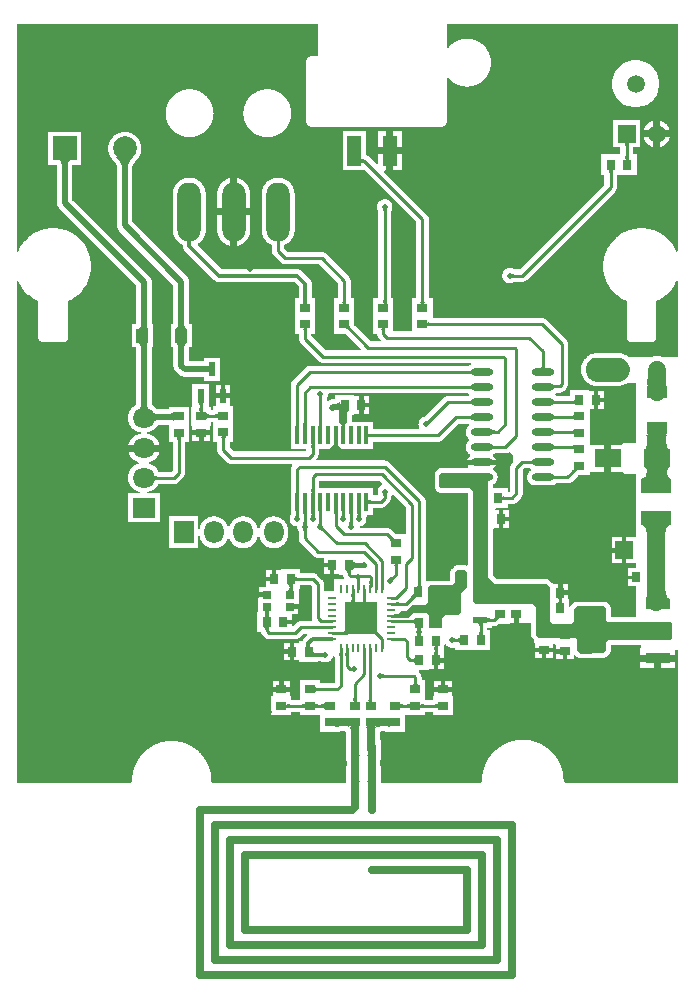
<source format=gtl>
G04*
G04 #@! TF.GenerationSoftware,Altium Limited,Altium Designer,21.0.8 (223)*
G04*
G04 Layer_Physical_Order=1*
G04 Layer_Color=255*
%FSTAX24Y24*%
%MOIN*%
G70*
G04*
G04 #@! TF.SameCoordinates,10F33D99-08B0-41F8-98B5-3503CEFC6C94*
G04*
G04*
G04 #@! TF.FilePolarity,Positive*
G04*
G01*
G75*
%ADD11C,0.0100*%
%ADD21R,0.0315X0.0354*%
%ADD23R,0.0354X0.0315*%
%ADD24R,0.0827X0.0354*%
%ADD25R,0.0827X0.1260*%
%ADD26R,0.1024X0.0472*%
%ADD27R,0.0591X0.0630*%
%ADD28R,0.0866X0.0591*%
%ADD29R,0.0689X0.0433*%
%ADD30R,0.0394X0.0472*%
%ADD31R,0.0472X0.0984*%
%ADD33R,0.0118X0.0610*%
%ADD35R,0.0110X0.0315*%
%ADD36R,0.0315X0.0110*%
%ADD37O,0.0748X0.0236*%
%ADD38R,0.0453X0.0236*%
%ADD39R,0.0295X0.0276*%
%ADD40R,0.0236X0.0453*%
%ADD68C,0.0256*%
%ADD69O,0.0787X0.1969*%
%ADD70R,0.1063X0.1063*%
%ADD71C,0.0118*%
%ADD72C,0.0787*%
%ADD73C,0.0200*%
%ADD74C,0.0150*%
%ADD75C,0.0591*%
%ADD76C,0.0591*%
%ADD77O,0.0650X0.0750*%
%ADD78R,0.0650X0.0750*%
%ADD79C,0.0787*%
%ADD80R,0.0787X0.0787*%
%ADD81O,0.0750X0.0650*%
%ADD82R,0.0750X0.0650*%
%ADD83R,0.0591X0.0591*%
%ADD84C,0.0197*%
G36*
X024999Y04596D02*
X025001Y045952D01*
X025006Y045946D01*
X025013Y04594D01*
X025021Y045936D01*
X025031Y045932D01*
X025044Y045929D01*
X025058Y045927D01*
X025074Y045926D01*
X025091Y045925D01*
Y045825D01*
X025074Y045825D01*
X025058Y045823D01*
X025044Y045821D01*
X025031Y045818D01*
X025021Y045814D01*
X025013Y04581D01*
X025006Y045804D01*
X025001Y045798D01*
X024999Y045791D01*
X024998Y045782D01*
Y045968D01*
X024999Y04596D01*
D02*
G37*
G36*
X025842Y044261D02*
X025838Y044256D01*
X025835Y04425D01*
X025833Y044244D01*
X025831Y044237D01*
X025829Y044229D01*
X025828Y044221D01*
X025827Y044212D01*
X025826Y044191D01*
X025726D01*
X025726Y044202D01*
X025724Y044221D01*
X025723Y044229D01*
X025721Y044237D01*
X025719Y044244D01*
X025717Y04425D01*
X025714Y044256D01*
X025711Y044261D01*
X025707Y044265D01*
X025845D01*
X025842Y044261D01*
D02*
G37*
G36*
X023543Y04937D02*
X023354D01*
X023347Y04937D01*
X023339Y04937D01*
X023331Y049369D01*
X023324Y049368D01*
X023316Y049366D01*
X023308Y049365D01*
X023301Y049363D01*
X023293Y04936D01*
X023286Y049358D01*
X023279Y049355D01*
X023272Y049352D01*
X023265Y049349D01*
X023258Y049345D01*
X023251Y049341D01*
X023245Y049337D01*
X023239Y049333D01*
X023232Y049328D01*
X023226Y049323D01*
X023221Y049318D01*
X023215Y049312D01*
X02321Y049307D01*
X023205Y049301D01*
X0232Y049295D01*
X023195Y049289D01*
X023191Y049283D01*
X023186Y049276D01*
X023183Y049269D01*
X023179Y049263D01*
X023176Y049256D01*
X023172Y049249D01*
X02317Y049241D01*
X023167Y049234D01*
X023165Y049227D01*
X023163Y049219D01*
X023161Y049212D01*
X02316Y049204D01*
X023159Y049196D01*
X023158Y049189D01*
X023158Y049181D01*
X023157Y049173D01*
Y047205D01*
X023158Y047197D01*
X023158Y047189D01*
X023159Y047182D01*
X02316Y047174D01*
X023161Y047166D01*
X023163Y047159D01*
X023165Y047151D01*
X023167Y047144D01*
X02317Y047137D01*
X023172Y047129D01*
X023176Y047122D01*
X023179Y047115D01*
X023183Y047109D01*
X023186Y047102D01*
X023191Y047095D01*
X023195Y047089D01*
X0232Y047083D01*
X023205Y047077D01*
X02321Y047071D01*
X023215Y047066D01*
X023221Y04706D01*
X023226Y047055D01*
X023232Y04705D01*
X023239Y047045D01*
X023245Y047041D01*
X023251Y047037D01*
X023258Y047033D01*
X023265Y047029D01*
X023272Y047026D01*
X023279Y047023D01*
X023286Y04702D01*
X023293Y047017D01*
X023301Y047015D01*
X023308Y047013D01*
X023316Y047012D01*
X023324Y04701D01*
X023331Y047009D01*
X023339Y047008D01*
X023347Y047008D01*
X023354Y047008D01*
X027654D01*
X027661Y047008D01*
X027669Y047008D01*
X027677Y047009D01*
X027684Y04701D01*
X027692Y047012D01*
X0277Y047013D01*
X027707Y047015D01*
X027714Y047017D01*
X027722Y04702D01*
X027729Y047023D01*
X027736Y047026D01*
X027743Y047029D01*
X02775Y047033D01*
X027756Y047037D01*
X027763Y047041D01*
X027769Y047045D01*
X027775Y04705D01*
X027781Y047055D01*
X027787Y04706D01*
X027793Y047066D01*
X027798Y047071D01*
X027803Y047077D01*
X027808Y047083D01*
X027813Y047089D01*
X027817Y047095D01*
X027821Y047102D01*
X027825Y047109D01*
X027829Y047115D01*
X027832Y047122D01*
X027835Y047129D01*
X027838Y047137D01*
X027841Y047144D01*
X027843Y047151D01*
X027845Y047159D01*
X027847Y047166D01*
X027848Y047174D01*
X027849Y047182D01*
X02785Y047189D01*
X02785Y047197D01*
X02785Y047205D01*
X02785Y047212D01*
X02785Y047213D01*
X02785Y047213D01*
X02785Y04722D01*
Y048625D01*
X027868Y048636D01*
X0279Y048642D01*
X027903Y048639D01*
X027913Y048627D01*
X027923Y048616D01*
X027934Y048604D01*
X027944Y048593D01*
X027955Y048581D01*
X027967Y04857D01*
X027978Y04856D01*
X02799Y048549D01*
X028001Y048539D01*
X028013Y048529D01*
X028026Y048519D01*
X028038Y048509D01*
X028051Y0485D01*
X028063Y048491D01*
X028076Y048482D01*
X028089Y048474D01*
X028103Y048465D01*
X028116Y048457D01*
X02813Y048449D01*
X028143Y048442D01*
X028157Y048435D01*
X028171Y048428D01*
X028186Y048421D01*
X0282Y048414D01*
X028214Y048408D01*
X028229Y048403D01*
X028243Y048397D01*
X028258Y048392D01*
X028273Y048387D01*
X028288Y048382D01*
X028303Y048378D01*
X028318Y048373D01*
X028333Y04837D01*
X028349Y048366D01*
X028364Y048363D01*
X028379Y04836D01*
X028395Y048357D01*
X02841Y048355D01*
X028426Y048353D01*
X028441Y048351D01*
X028457Y04835D01*
X028473Y048349D01*
X028488Y048348D01*
X028504Y048348D01*
X02852Y048348D01*
X028535Y048348D01*
X028551Y048348D01*
X028567Y048349D01*
X028582Y04835D01*
X028598Y048351D01*
X028613Y048353D01*
X028629Y048355D01*
X028645Y048357D01*
X02866Y04836D01*
X028675Y048363D01*
X028691Y048366D01*
X028706Y04837D01*
X028721Y048373D01*
X028736Y048378D01*
X028751Y048382D01*
X028766Y048387D01*
X028781Y048392D01*
X028796Y048397D01*
X028811Y048403D01*
X028825Y048408D01*
X02884Y048414D01*
X028854Y048421D01*
X028868Y048428D01*
X028882Y048435D01*
X028896Y048442D01*
X02891Y048449D01*
X028923Y048457D01*
X028937Y048465D01*
X02895Y048474D01*
X028963Y048482D01*
X028976Y048491D01*
X028989Y0485D01*
X029001Y048509D01*
X029014Y048519D01*
X029026Y048529D01*
X029038Y048539D01*
X02905Y048549D01*
X029061Y04856D01*
X029073Y04857D01*
X029084Y048581D01*
X029095Y048593D01*
X029106Y048604D01*
X029116Y048616D01*
X029127Y048627D01*
X029137Y048639D01*
X029146Y048652D01*
X029156Y048664D01*
X029165Y048677D01*
X029174Y048689D01*
X029183Y048702D01*
X029192Y048715D01*
X0292Y048729D01*
X029208Y048742D01*
X029216Y048756D01*
X029224Y048769D01*
X029231Y048783D01*
X029238Y048797D01*
X029244Y048812D01*
X029251Y048826D01*
X029257Y04884D01*
X029263Y048855D01*
X029268Y048869D01*
X029274Y048884D01*
X029279Y048899D01*
X029283Y048914D01*
X029288Y048929D01*
X029292Y048944D01*
X029296Y048959D01*
X029299Y048975D01*
X029302Y04899D01*
X029305Y049005D01*
X029308Y049021D01*
X02931Y049036D01*
X029312Y049052D01*
X029314Y049067D01*
X029315Y049083D01*
X029316Y049099D01*
X029317Y049114D01*
X029318Y04913D01*
X029318Y049146D01*
X029318Y049161D01*
X029317Y049177D01*
X029316Y049193D01*
X029315Y049208D01*
X029314Y049224D01*
X029312Y049239D01*
X02931Y049255D01*
X029308Y049271D01*
X029305Y049286D01*
X029302Y049301D01*
X029299Y049317D01*
X029296Y049332D01*
X029292Y049347D01*
X029288Y049362D01*
X029283Y049377D01*
X029279Y049392D01*
X029274Y049407D01*
X029268Y049422D01*
X029263Y049437D01*
X029257Y049451D01*
X029251Y049465D01*
X029244Y04948D01*
X029238Y049494D01*
X029231Y049508D01*
X029224Y049522D01*
X029216Y049536D01*
X029208Y049549D01*
X0292Y049563D01*
X029192Y049576D01*
X029183Y049589D01*
X029174Y049602D01*
X029165Y049615D01*
X029156Y049627D01*
X029146Y04964D01*
X029137Y049652D01*
X029127Y049664D01*
X029116Y049676D01*
X029106Y049687D01*
X029095Y049699D01*
X029084Y04971D01*
X029073Y049721D01*
X029061Y049732D01*
X02905Y049742D01*
X029038Y049753D01*
X029026Y049763D01*
X029014Y049772D01*
X029001Y049782D01*
X028989Y049791D01*
X028976Y0498D01*
X028963Y049809D01*
X02895Y049818D01*
X028937Y049826D01*
X028923Y049834D01*
X02891Y049842D01*
X028896Y04985D01*
X028882Y049857D01*
X028868Y049864D01*
X028854Y04987D01*
X02884Y049877D01*
X028825Y049883D01*
X028811Y049889D01*
X028796Y049894D01*
X028781Y0499D01*
X028766Y049905D01*
X028751Y049909D01*
X028736Y049914D01*
X028721Y049918D01*
X028706Y049922D01*
X028691Y049925D01*
X028675Y049928D01*
X02866Y049931D01*
X028645Y049934D01*
X028629Y049936D01*
X028613Y049938D01*
X028598Y04994D01*
X028582Y049941D01*
X028567Y049942D01*
X028551Y049943D01*
X028535Y049944D01*
X02852Y049944D01*
X028504Y049944D01*
X028488Y049943D01*
X028473Y049942D01*
X028457Y049941D01*
X028441Y04994D01*
X028426Y049938D01*
X02841Y049936D01*
X028395Y049934D01*
X028379Y049931D01*
X028364Y049928D01*
X028349Y049925D01*
X028333Y049922D01*
X028318Y049918D01*
X028303Y049914D01*
X028288Y049909D01*
X028273Y049905D01*
X028258Y0499D01*
X028243Y049894D01*
X028229Y049889D01*
X028214Y049883D01*
X0282Y049877D01*
X028186Y04987D01*
X028171Y049864D01*
X028157Y049857D01*
X028143Y04985D01*
X02813Y049842D01*
X028116Y049834D01*
X028103Y049826D01*
X028089Y049818D01*
X028076Y049809D01*
X028063Y0498D01*
X028051Y049791D01*
X028038Y049782D01*
X028026Y049772D01*
X028013Y049763D01*
X028001Y049753D01*
X02799Y049742D01*
X027978Y049732D01*
X027967Y049721D01*
X027955Y04971D01*
X027944Y049699D01*
X027934Y049687D01*
X027923Y049676D01*
X027913Y049664D01*
X027903Y049652D01*
X0279Y049649D01*
X027868Y049655D01*
X02785Y049667D01*
Y050445D01*
X035551Y050445D01*
Y042853D01*
X035501Y042843D01*
X035472Y042914D01*
X035469Y04292D01*
X035466Y042926D01*
X035463Y042932D01*
X03539Y043058D01*
X035387Y043064D01*
X035383Y043069D01*
X035379Y043075D01*
X03529Y04319D01*
X035286Y043195D01*
X035282Y043201D01*
X035277Y043206D01*
X035174Y043308D01*
X035169Y043313D01*
X035164Y043318D01*
X035159Y043322D01*
X035043Y04341D01*
X035038Y043414D01*
X035032Y043418D01*
X035026Y043422D01*
X034901Y043494D01*
X034898Y043496D01*
X034894Y043498D01*
X034888Y043501D01*
X034882Y043503D01*
X034748Y043559D01*
X034741Y043562D01*
X034735Y043564D01*
X034728Y043566D01*
X034588Y043603D01*
X034581Y043605D01*
X034575Y043606D01*
X034568Y043607D01*
X034424Y043626D01*
X034417Y043627D01*
X03441Y043627D01*
X034403Y043628D01*
X034258D01*
X034251Y043627D01*
X034244Y043627D01*
X034238Y043626D01*
X034094Y043607D01*
X034087Y043606D01*
X03408Y043605D01*
X034073Y043603D01*
X033933Y043566D01*
X033926Y043564D01*
X03392Y043562D01*
X033917Y04356D01*
X033914Y043559D01*
X033779Y043503D01*
X033773Y043501D01*
X033767Y043498D01*
X033761Y043494D01*
X033635Y043422D01*
X033629Y043418D01*
X033624Y043414D01*
X033618Y04341D01*
X033503Y043322D01*
X033497Y043318D01*
X033492Y043313D01*
X033487Y043308D01*
X033385Y043206D01*
X03338Y043201D01*
X033375Y043195D01*
X033371Y04319D01*
X033283Y043075D01*
X033279Y043069D01*
X033275Y043064D01*
X033271Y043058D01*
X033199Y042932D01*
X033197Y04293D01*
X033195Y042926D01*
X033192Y04292D01*
X033189Y042914D01*
X033134Y042779D01*
X033131Y042773D01*
X033129Y042766D01*
X033127Y04276D01*
X03309Y04262D01*
X033088Y042613D01*
X033087Y042606D01*
X033086Y042599D01*
X033067Y042455D01*
X033066Y042449D01*
X033066Y042442D01*
X033065Y042435D01*
Y042275D01*
X033065Y042272D01*
X033065Y04227D01*
X033065Y042269D01*
X033066Y042268D01*
X033066Y042266D01*
X033066Y042263D01*
X033066Y042262D01*
X033066Y042261D01*
X033066Y042259D01*
X033066Y042257D01*
X033067Y042255D01*
X033067Y042254D01*
X033067Y042252D01*
X033067Y04225D01*
X033095Y042077D01*
X033095Y042075D01*
X033096Y042073D01*
X033096Y042071D01*
X033096Y04207D01*
X033097Y042068D01*
X033097Y042066D01*
X033097Y042065D01*
X033098Y042063D01*
X033098Y042061D01*
X033099Y042059D01*
X033099Y042058D01*
X033099Y042057D01*
X0331Y042055D01*
X033101Y042053D01*
X033155Y041886D01*
X033156Y041884D01*
X033156Y041882D01*
X033157Y041881D01*
X033157Y04188D01*
X033158Y041878D01*
X033159Y041876D01*
X033159Y041874D01*
X03316Y041873D01*
X033161Y041871D01*
X033162Y041869D01*
X033162Y041868D01*
X033163Y041867D01*
X033164Y041865D01*
X033165Y041863D01*
X033245Y041707D01*
X033246Y041705D01*
X033247Y041703D01*
X033247Y041702D01*
X033248Y041701D01*
X033249Y041699D01*
X03325Y041697D01*
X033251Y041696D01*
X033251Y041695D01*
X033253Y041693D01*
X033254Y041692D01*
X033254Y041691D01*
X033255Y041689D01*
X033256Y041688D01*
X033258Y041686D01*
X033361Y041545D01*
X033362Y041543D01*
X033364Y041541D01*
X033364Y04154D01*
X033365Y041539D01*
X033367Y041537D01*
X033368Y041536D01*
X033369Y041535D01*
X03337Y041534D01*
X033371Y041532D01*
X033372Y041531D01*
X033373Y04153D01*
X033374Y041529D01*
X033376Y041527D01*
X033377Y041526D01*
X033502Y041402D01*
X033503Y041401D01*
X033505Y041399D01*
X033506Y041398D01*
X033507Y041398D01*
X033508Y041396D01*
X03351Y041395D01*
X033511Y041394D01*
X033512Y041393D01*
X033514Y041392D01*
X033515Y04139D01*
X033516Y04139D01*
X033517Y041389D01*
X033519Y041388D01*
X033521Y041386D01*
X033663Y041284D01*
X033665Y041283D01*
X033666Y041281D01*
X033667Y041281D01*
X033669Y04128D01*
X03367Y041279D01*
X033672Y041278D01*
X033673Y041277D01*
X033674Y041276D01*
X033676Y041275D01*
X033678Y041274D01*
X033679Y041274D01*
X03368Y041273D01*
X033682Y041272D01*
X033684Y041271D01*
X033837Y041194D01*
Y04D01*
X033837Y04D01*
X033837Y039999D01*
X033837Y039996D01*
X033838Y039994D01*
X033838Y039993D01*
X033838Y039993D01*
X033838Y03999D01*
X033838Y039987D01*
X033838Y039986D01*
X033838Y039986D01*
X033838Y039983D01*
X033839Y039981D01*
X033839Y039978D01*
X03384Y03997D01*
X033841Y039963D01*
X033843Y039956D01*
X033845Y039948D01*
X033847Y039941D01*
X03385Y039934D01*
X033853Y039927D01*
X033856Y03992D01*
X03386Y039914D01*
X033863Y039907D01*
X033867Y039901D01*
X033871Y039895D01*
X033876Y039889D01*
X033881Y039883D01*
X033886Y039877D01*
X033891Y039872D01*
X033896Y039866D01*
X033902Y039861D01*
X033908Y039857D01*
X033914Y039852D01*
X03392Y039848D01*
X033926Y039844D01*
X033933Y03984D01*
X03394Y039837D01*
X033947Y039834D01*
X033953Y039831D01*
X033961Y039828D01*
X033968Y039826D01*
X033975Y039824D01*
X033982Y039822D01*
X03399Y039821D01*
X033997Y03982D01*
X034005Y039819D01*
X034012Y039818D01*
X03402Y039818D01*
X034643D01*
X034644Y039818D01*
X034647Y039818D01*
X03465Y039818D01*
X03465Y039818D01*
X034651Y039818D01*
X034654Y039818D01*
X034656Y039818D01*
X034657Y039818D01*
X034657Y039818D01*
X03466Y039819D01*
X034663Y039819D01*
X034664Y039819D01*
X034664Y039819D01*
X034667Y039819D01*
X034669Y039819D01*
X034672Y03982D01*
X03468Y039821D01*
X034687Y039822D01*
X034694Y039824D01*
X034702Y039826D01*
X034709Y039828D01*
X034716Y039831D01*
X034723Y039834D01*
X03473Y039837D01*
X034736Y03984D01*
X034743Y039844D01*
X034749Y039848D01*
X034755Y039852D01*
X034761Y039857D01*
X034767Y039861D01*
X034773Y039866D01*
X034778Y039872D01*
X034784Y039877D01*
X034789Y039883D01*
X034793Y039889D01*
X034798Y039895D01*
X034802Y039901D01*
X034806Y039907D01*
X03481Y039914D01*
X034813Y03992D01*
X034816Y039927D01*
X034819Y039934D01*
X034822Y039941D01*
X034824Y039948D01*
X034826Y039956D01*
X034828Y039963D01*
X034829Y03997D01*
X03483Y039978D01*
X034831Y039981D01*
X034831Y039987D01*
X034832Y039994D01*
X034832Y04D01*
Y041197D01*
X034984Y041275D01*
X034986Y041276D01*
X034988Y041277D01*
X034989Y041278D01*
X03499Y041278D01*
X034992Y041279D01*
X034994Y04128D01*
X034995Y041281D01*
X034996Y041282D01*
X034998Y041283D01*
X034999Y041284D01*
X035Y041285D01*
X035002Y041286D01*
X035003Y041287D01*
X035005Y041288D01*
X035146Y04139D01*
X035147Y041392D01*
X035149Y041393D01*
X03515Y041394D01*
X035151Y041395D01*
X035153Y041396D01*
X035154Y041397D01*
X035156Y041398D01*
X035157Y041399D01*
X035158Y0414D01*
X03516Y041402D01*
X035161Y041403D01*
X035162Y041404D01*
X035163Y041405D01*
X035165Y041407D01*
X035288Y04153D01*
X035289Y041531D01*
X035291Y041533D01*
X035291Y041534D01*
X035292Y041535D01*
X035294Y041536D01*
X035295Y041538D01*
X035296Y041539D01*
X035297Y04154D01*
X035298Y041542D01*
X0353Y041543D01*
X0353Y041544D01*
X035301Y041545D01*
X035302Y041547D01*
X035304Y041549D01*
X035406Y04169D01*
X035407Y041691D01*
X035408Y041693D01*
X035409Y041694D01*
X03541Y041695D01*
X035411Y041697D01*
X035412Y041699D01*
X035413Y0417D01*
X035414Y041701D01*
X035415Y041703D01*
X035416Y041705D01*
X035416Y041706D01*
X035417Y041707D01*
X035418Y041709D01*
X035419Y041711D01*
X035498Y041866D01*
X035499Y041868D01*
X0355Y04187D01*
X0355Y041871D01*
X035501Y041872D01*
X035502Y041874D01*
X035503Y041876D01*
X035503Y041877D01*
X035504Y041878D01*
X035504Y04188D01*
X035551Y041863D01*
Y039331D01*
X035025D01*
X035016Y039335D01*
X035005Y039339D01*
X034994Y039343D01*
X034983Y039347D01*
X034971Y03935D01*
X03496Y039354D01*
X034948Y039357D01*
X034937Y039359D01*
X034925Y039362D01*
X034914Y039364D01*
X034902Y039365D01*
X03489Y039367D01*
X034878Y039368D01*
X034866Y039368D01*
X034855Y039369D01*
X034843Y039369D01*
X034831Y039369D01*
X034819Y039368D01*
X034807Y039368D01*
X034795Y039367D01*
X034784Y039365D01*
X034772Y039364D01*
X03476Y039362D01*
X034749Y039359D01*
X034737Y039357D01*
X034725Y039354D01*
X034714Y03935D01*
X034703Y039347D01*
X034692Y039343D01*
X03468Y039339D01*
X034669Y039335D01*
X03466Y039331D01*
X033907D01*
X033904Y039334D01*
X033903Y039335D01*
X033902Y039336D01*
X033901Y039337D01*
X033899Y039338D01*
X033898Y03934D01*
X033897Y039341D01*
X033896Y039342D01*
X033894Y039343D01*
X033893Y039344D01*
X033892Y039345D01*
X03389Y039346D01*
X033889Y039347D01*
X033887Y039348D01*
X033886Y039349D01*
X033885Y03935D01*
X033883Y039351D01*
X033882Y039352D01*
X03388Y039353D01*
X033816Y039396D01*
X033815Y039397D01*
X033813Y039398D01*
X033812Y039399D01*
X03381Y0394D01*
X033809Y039401D01*
X033807Y039402D01*
X033806Y039403D01*
X033804Y039403D01*
X033803Y039404D01*
X033801Y039405D01*
X0338Y039406D01*
X033798Y039407D01*
X033797Y039407D01*
X033795Y039408D01*
X033793Y039409D01*
X033792Y039409D01*
X03379Y03941D01*
X033789Y039411D01*
X033717Y039441D01*
X033715Y039441D01*
X033714Y039442D01*
X033712Y039442D01*
X033711Y039443D01*
X033709Y039444D01*
X033707Y039444D01*
X033706Y039445D01*
X033704Y039445D01*
X033702Y039446D01*
X033701Y039446D01*
X033699Y039447D01*
X033698Y039447D01*
X033696Y039448D01*
X033694Y039448D01*
X033693Y039448D01*
X033691Y039449D01*
X033689Y039449D01*
X033688Y03945D01*
X033611Y039465D01*
X03361Y039465D01*
X033608Y039465D01*
X033606Y039466D01*
X033605Y039466D01*
X033603Y039466D01*
X033601Y039466D01*
X0336Y039467D01*
X033598Y039467D01*
X033596Y039467D01*
X033594Y039467D01*
X033593Y039467D01*
X033591Y039467D01*
X033589Y039467D01*
X033588Y039468D01*
X033586Y039468D01*
X033584Y039468D01*
X033582D01*
X033581Y039468D01*
X032821D01*
X032814Y039468D01*
X032807Y039467D01*
X032801Y039466D01*
X032794Y039465D01*
X032787Y039464D01*
X03278Y039462D01*
X03278Y039462D01*
X03268Y039435D01*
X032674Y039434D01*
X032667Y039431D01*
X032661Y039429D01*
X032654Y039426D01*
X032648Y039423D01*
X032642Y03942D01*
X032552Y039368D01*
X032547Y039364D01*
X032541Y03936D01*
X032535Y039356D01*
X03253Y039352D01*
X032525Y039348D01*
X03252Y039343D01*
X03252Y039343D01*
X032446Y03927D01*
X032446Y03927D01*
X032442Y039265D01*
X032437Y039259D01*
X032433Y039254D01*
X032429Y039248D01*
X032425Y039243D01*
X032421Y039237D01*
X032421Y039237D01*
X03237Y039147D01*
X032366Y039141D01*
X032363Y039135D01*
X03236Y039129D01*
X032358Y039122D01*
X032356Y039116D01*
X032354Y039109D01*
X032327Y039009D01*
X032325Y039002D01*
X032324Y038995D01*
X032323Y038989D01*
X032322Y038982D01*
X032322Y038975D01*
X032322Y038968D01*
Y038864D01*
X032322Y038858D01*
X032322Y038851D01*
X032323Y038844D01*
X032324Y038837D01*
X032325Y03883D01*
X032327Y038824D01*
X032354Y038724D01*
X032356Y038717D01*
X032358Y03871D01*
X03236Y038704D01*
X032363Y038698D01*
X032366Y038692D01*
X03237Y038686D01*
X032421Y038596D01*
X032425Y03859D01*
X032429Y038584D01*
X032433Y038579D01*
X032437Y038573D01*
X032442Y038568D01*
X032446Y038563D01*
X032446Y038563D01*
X03252Y03849D01*
X03252Y03849D01*
X032525Y038485D01*
X03253Y03848D01*
X032535Y038476D01*
X032541Y038472D01*
X032547Y038468D01*
X032552Y038465D01*
X032552Y038465D01*
X032642Y038413D01*
X032648Y03841D01*
X032654Y038407D01*
X032661Y038404D01*
X032667Y038401D01*
X032674Y038399D01*
X03268Y038397D01*
X03278Y03837D01*
X032787Y038369D01*
X032794Y038367D01*
X032801Y038366D01*
X032807Y038366D01*
X032814Y038365D01*
X032821Y038365D01*
X033581D01*
X033582Y038365D01*
X033584D01*
X033586Y038365D01*
X033588Y038365D01*
X033589Y038365D01*
X033591Y038365D01*
X033593Y038365D01*
X033594Y038366D01*
X033596Y038366D01*
X033598Y038366D01*
X0336Y038366D01*
X033601Y038366D01*
X033603Y038367D01*
X033605Y038367D01*
X033606Y038367D01*
X033608Y038367D01*
X03361Y038368D01*
X033611Y038368D01*
X033688Y038383D01*
X033689Y038383D01*
X033691Y038384D01*
X033693Y038384D01*
X033694Y038385D01*
X033696Y038385D01*
X033698Y038385D01*
X033699Y038386D01*
X033701Y038386D01*
X033703Y038387D01*
X033704Y038387D01*
X033706Y038388D01*
X033707Y038388D01*
X033709Y038389D01*
X033711Y03839D01*
X033712Y03839D01*
X033714Y038391D01*
X033715Y038391D01*
X033717Y038392D01*
X033789Y038422D01*
X03379Y038422D01*
X033792Y038423D01*
X033793Y038424D01*
X033795Y038425D01*
X033797Y038425D01*
X033798Y038426D01*
X0338Y038427D01*
X033801Y038428D01*
X033803Y038428D01*
X033804Y038429D01*
X033806Y03843D01*
X033807Y038431D01*
X033809Y038432D01*
X03381Y038433D01*
X033812Y038434D01*
X033813Y038434D01*
X033815Y038435D01*
X033816Y038436D01*
X033852Y038461D01*
X03415D01*
Y036503D01*
X034114Y036468D01*
X033736Y03648D01*
X033669Y036413D01*
X033327D01*
Y035961D01*
Y035508D01*
X033697D01*
X033783Y035421D01*
X03415D01*
Y033327D01*
X033829D01*
Y032894D01*
Y032461D01*
X03415D01*
Y032287D01*
X033886D01*
Y031697D01*
X03415D01*
Y030701D01*
X034152Y030699D01*
X034133Y030652D01*
X033317D01*
Y030948D01*
X033317Y030954D01*
X033316Y030961D01*
X033316Y030968D01*
X033315Y030975D01*
X033313Y030982D01*
X033312Y030988D01*
X03331Y030995D01*
X033308Y031001D01*
X033305Y031008D01*
X033302Y031014D01*
X033299Y03102D01*
X033296Y031026D01*
X033292Y031032D01*
X033289Y031038D01*
X033284Y031043D01*
X03328Y031049D01*
X033276Y031054D01*
X033271Y031059D01*
X033195Y031135D01*
X03319Y031139D01*
X033185Y031144D01*
X03318Y031148D01*
X033174Y031152D01*
X033169Y031156D01*
X033163Y03116D01*
X033157Y031163D01*
X03315Y031166D01*
X033144Y031169D01*
X033138Y031171D01*
X033131Y031173D01*
X033125Y031175D01*
X033118Y031177D01*
X033111Y031178D01*
X033104Y031179D01*
X033098Y03118D01*
X033091Y031181D01*
X033084Y031181D01*
X032172D01*
X032165Y031181D01*
X032158Y03118D01*
X032152Y031179D01*
X032145Y031178D01*
X032138Y031177D01*
X032131Y031175D01*
X032125Y031173D01*
X032118Y031171D01*
X032112Y031169D01*
X032106Y031166D01*
X032099Y031163D01*
X032093Y03116D01*
X032088Y031156D01*
X032082Y031152D01*
X032076Y031148D01*
X032071Y031144D01*
X032066Y031139D01*
X032061Y031135D01*
X031985Y031059D01*
X03198Y031054D01*
X031976Y031049D01*
X031972Y031043D01*
X031968Y031038D01*
X031964Y031032D01*
X03196Y031026D01*
X031957Y03102D01*
X031954Y031014D01*
X031906Y031029D01*
Y03126D01*
X031901D01*
Y031401D01*
X031626D01*
Y03148D01*
X031547D01*
Y031775D01*
X03139D01*
Y031815D01*
X031333D01*
X031261Y031887D01*
X031256Y031892D01*
X031251Y031896D01*
X031246Y031901D01*
X03124Y031905D01*
X031234Y031908D01*
X031228Y031912D01*
X031222Y031915D01*
X031216Y031918D01*
X03121Y031921D01*
X031203Y031924D01*
X031197Y031926D01*
X03119Y031928D01*
X031184Y031929D01*
X031177Y031931D01*
X03117Y031932D01*
X031163Y031933D01*
X031156Y031933D01*
X03115Y031933D01*
X029502D01*
X029386Y03205D01*
Y033598D01*
X029413D01*
Y033637D01*
X02957D01*
Y033932D01*
Y034227D01*
X029448D01*
X029442Y034233D01*
X029438Y034249D01*
X029476Y034292D01*
X029877D01*
Y03442D01*
X030006D01*
X030014Y03442D01*
X030022Y03442D01*
X030029Y034421D01*
X030037Y034422D01*
X030045Y034423D01*
X030052Y034425D01*
X03006Y034427D01*
X030067Y034429D01*
X030075Y034431D01*
X030082Y034434D01*
X030089Y034437D01*
X030096Y03444D01*
X030103Y034444D01*
X03011Y034447D01*
X030117Y034451D01*
X030123Y034456D01*
X030129Y03446D01*
X030136Y034465D01*
X030142Y03447D01*
X030147Y034475D01*
X030153Y03448D01*
X030313Y03464D01*
X030318Y034646D01*
X030324Y034652D01*
X030329Y034658D01*
X030333Y034664D01*
X030338Y03467D01*
X030342Y034677D01*
X030346Y034683D01*
X03035Y03469D01*
X030353Y034697D01*
X030356Y034704D01*
X030359Y034711D01*
X030362Y034719D01*
X030365Y034726D01*
X030367Y034733D01*
X030369Y034741D01*
X03037Y034749D01*
X030371Y034756D01*
X030372Y034764D01*
X030373Y034772D01*
X030374Y034779D01*
X030374Y034787D01*
Y035561D01*
X030431Y035618D01*
X03059D01*
X030613Y035618D01*
X030617Y035618D01*
X030622Y035613D01*
X030629Y035607D01*
X030631Y035606D01*
X030636Y035595D01*
X030638Y035585D01*
Y035567D01*
X030636Y035556D01*
X030631Y035546D01*
X030629Y035545D01*
X030622Y035539D01*
X030615Y035533D01*
X030609Y035527D01*
X030602Y035521D01*
X030596Y035514D01*
X03059Y035508D01*
X030584Y035501D01*
X030579Y035494D01*
X030573Y035486D01*
X030568Y035479D01*
X030563Y035471D01*
X030559Y035464D01*
X030554Y035456D01*
X03055Y035448D01*
X030546Y03544D01*
X030543Y035431D01*
X030539Y035423D01*
X030536Y035415D01*
X030533Y035406D01*
X030531Y035397D01*
X030529Y035389D01*
X030527Y03538D01*
X030525Y035371D01*
X030524Y035362D01*
X030523Y035353D01*
X030522Y035344D01*
X030522Y035335D01*
X030522Y035326D01*
X030522Y035317D01*
X030522Y035308D01*
X030523Y035299D01*
X030524Y03529D01*
X030525Y035281D01*
X030527Y035272D01*
X030529Y035263D01*
X030531Y035255D01*
X030533Y035246D01*
X030536Y035237D01*
X030539Y035229D01*
X030543Y03522D01*
X030546Y035212D01*
X03055Y035204D01*
X030554Y035196D01*
X030559Y035188D01*
X030563Y03518D01*
X030568Y035173D01*
X030573Y035165D01*
X030579Y035158D01*
X030584Y035151D01*
X03059Y035144D01*
X030596Y035138D01*
X030602Y035131D01*
X030609Y035125D01*
X030615Y035119D01*
X030622Y035113D01*
X030629Y035107D01*
X030637Y035102D01*
X030644Y035097D01*
X030652Y035092D01*
X030659Y035087D01*
X030667Y035083D01*
X030675Y035079D01*
X030683Y035075D01*
X030692Y035071D01*
X0307Y035068D01*
X030709Y035065D01*
X030717Y035062D01*
X030726Y03506D01*
X030735Y035057D01*
X030743Y035056D01*
X030752Y035054D01*
X030761Y035053D01*
X03077Y035052D01*
X030779Y035051D01*
X030788Y03505D01*
X030797Y03505D01*
X031309D01*
X031318Y03505D01*
X031327Y035051D01*
X031336Y035052D01*
X031345Y035053D01*
X031354Y035054D01*
X031363Y035056D01*
X031372Y035057D01*
X03138Y03506D01*
X031389Y035062D01*
X031398Y035065D01*
X031406Y035068D01*
X031414Y035071D01*
X031423Y035075D01*
X031431Y035079D01*
X031439Y035083D01*
X031447Y035087D01*
X031455Y035092D01*
X031462Y035097D01*
X03147Y035102D01*
X031477Y035107D01*
X031484Y035113D01*
X031489Y035118D01*
X031495Y035118D01*
X031516Y035118D01*
X031863D01*
X031871Y035119D01*
X031878Y035119D01*
X031886Y03512D01*
X031894Y035121D01*
X031902Y035122D01*
X031909Y035124D01*
X031917Y035125D01*
X031924Y035128D01*
X031931Y03513D01*
X031939Y035133D01*
X031946Y035136D01*
X031953Y035139D01*
X03196Y035142D01*
X031967Y035146D01*
X031973Y03515D01*
X03198Y035154D01*
X031986Y035159D01*
X031992Y035164D01*
X031998Y035169D01*
X032004Y035174D01*
X03201Y035179D01*
X032203Y035372D01*
X03223Y035398D01*
X032604D01*
Y035464D01*
X032618Y035508D01*
X033091D01*
Y035961D01*
Y036413D01*
X032618D01*
X032604Y036458D01*
Y037037D01*
Y037605D01*
X032742D01*
Y037901D01*
Y038196D01*
X032584D01*
Y038235D01*
X031954D01*
Y038033D01*
X031516D01*
X031493Y038034D01*
X03149Y038034D01*
X031484Y038039D01*
X031477Y038045D01*
X031475Y038046D01*
X03147Y038056D01*
X031468Y038067D01*
Y038085D01*
X03147Y038095D01*
X031475Y038106D01*
X031477Y038107D01*
X031484Y038113D01*
X031491Y038119D01*
X031497Y038125D01*
X031504Y038131D01*
X03151Y038138D01*
X031516Y038144D01*
X031516Y038144D01*
X031525Y038144D01*
X031604D01*
X031612Y038145D01*
X031619Y038145D01*
X031627Y038146D01*
X031635Y038147D01*
X031643Y038148D01*
X03165Y03815D01*
X031658Y038152D01*
X031665Y038154D01*
X031672Y038156D01*
X03168Y038159D01*
X031687Y038162D01*
X031694Y038165D01*
X031701Y038169D01*
X031708Y038172D01*
X031714Y038176D01*
X031721Y038181D01*
X031727Y038185D01*
X031733Y03819D01*
X031739Y038195D01*
X031745Y0382D01*
X031751Y038205D01*
X031818Y038273D01*
X031823Y038278D01*
X031829Y038284D01*
X031834Y03829D01*
X031838Y038296D01*
X031843Y038302D01*
X031847Y038309D01*
X031851Y038316D01*
X031855Y038322D01*
X031858Y038329D01*
X031861Y038336D01*
X031864Y038343D01*
X031867Y038351D01*
X03187Y038358D01*
X031872Y038366D01*
X031874Y038373D01*
X031875Y038381D01*
X031876Y038388D01*
X031877Y038396D01*
X031878Y038404D01*
X031879Y038412D01*
X031879Y038419D01*
Y039774D01*
X031879Y039781D01*
X031878Y039789D01*
X031877Y039797D01*
X031876Y039805D01*
X031875Y039812D01*
X031874Y03982D01*
X031872Y039827D01*
X03187Y039835D01*
X031867Y039842D01*
X031864Y039849D01*
X031861Y039857D01*
X031858Y039864D01*
X031855Y039871D01*
X031851Y039877D01*
X031847Y039884D01*
X031843Y039891D01*
X031838Y039897D01*
X031834Y039903D01*
X031829Y039909D01*
X031823Y039915D01*
X031818Y03992D01*
X031165Y040574D01*
X031159Y040579D01*
X031153Y040584D01*
X031147Y040589D01*
X031141Y040594D01*
X031135Y040598D01*
X031129Y040602D01*
X031122Y040606D01*
X031115Y04061D01*
X031108Y040614D01*
X031101Y040617D01*
X031094Y04062D01*
X031087Y040623D01*
X031079Y040625D01*
X031072Y040627D01*
X031064Y040629D01*
X031057Y040631D01*
X031049Y040632D01*
X031041Y040633D01*
X031034Y040634D01*
X031026Y040634D01*
X031018Y040634D01*
X02737D01*
Y041293D01*
X027243D01*
Y043931D01*
X027243Y043939D01*
X027242Y043947D01*
X027242Y043954D01*
X027241Y043962D01*
X027239Y04397D01*
X027238Y043977D01*
X027236Y043985D01*
X027234Y043992D01*
X027231Y044D01*
X027229Y044007D01*
X027226Y044014D01*
X027222Y044021D01*
X027219Y044028D01*
X027215Y044035D01*
X027211Y044042D01*
X027207Y044048D01*
X027202Y044054D01*
X027198Y04406D01*
X027193Y044066D01*
X027188Y044072D01*
X027182Y044078D01*
X025753Y045507D01*
X025772Y045553D01*
X025827D01*
Y046085D01*
X025551D01*
Y045774D01*
X025505Y045755D01*
X025238Y046022D01*
X025233Y046027D01*
X025227Y046032D01*
X025221Y046037D01*
X025215Y046042D01*
X025208Y046047D01*
X025202Y046051D01*
X025195Y046055D01*
X025188Y046059D01*
X025181Y046062D01*
X025174Y046065D01*
X025167Y046068D01*
X02516Y046071D01*
X025157Y046072D01*
Y046852D01*
X02437D01*
Y045553D01*
X02512D01*
X026828Y043845D01*
Y041293D01*
X026701D01*
Y040663D01*
Y040184D01*
X026067D01*
Y040663D01*
Y041293D01*
X025984D01*
Y044185D01*
X025985Y044187D01*
X02599Y044195D01*
X025995Y044202D01*
X025999Y04421D01*
X026003Y044217D01*
X026007Y044225D01*
X026011Y044233D01*
X026014Y044241D01*
X026017Y044249D01*
X02602Y044258D01*
X026023Y044266D01*
X026025Y044274D01*
X026027Y044283D01*
X026028Y044292D01*
X02603Y0443D01*
X026031Y044309D01*
X026032Y044318D01*
X026032Y044326D01*
X026032Y044335D01*
X026032Y044344D01*
X026032Y044352D01*
X026031Y044361D01*
X02603Y04437D01*
X026028Y044378D01*
X026027Y044387D01*
X026025Y044396D01*
X026023Y044404D01*
X02602Y044412D01*
X026017Y044421D01*
X026014Y044429D01*
X026011Y044437D01*
X026007Y044445D01*
X026003Y044453D01*
X025999Y04446D01*
X025995Y044468D01*
X02599Y044475D01*
X025985Y044483D01*
X02598Y04449D01*
X025975Y044497D01*
X025969Y044503D01*
X025963Y04451D01*
X025957Y044516D01*
X025951Y044522D01*
X025944Y044528D01*
X025938Y044534D01*
X025931Y044539D01*
X025924Y044544D01*
X025917Y044549D01*
X025909Y044554D01*
X025902Y044558D01*
X025894Y044562D01*
X025886Y044566D01*
X025878Y04457D01*
X02587Y044573D01*
X025862Y044576D01*
X025854Y044579D01*
X025845Y044581D01*
X025837Y044584D01*
X025828Y044586D01*
X02582Y044587D01*
X025811Y044589D01*
X025802Y04459D01*
X025794Y04459D01*
X025785Y044591D01*
X025776Y044591D01*
X025767Y044591D01*
X025759Y04459D01*
X02575Y04459D01*
X025741Y044589D01*
X025733Y044587D01*
X025724Y044586D01*
X025716Y044584D01*
X025707Y044581D01*
X025699Y044579D01*
X02569Y044576D01*
X025682Y044573D01*
X025674Y04457D01*
X025666Y044566D01*
X025658Y044562D01*
X025651Y044558D01*
X025643Y044554D01*
X025636Y044549D01*
X025629Y044544D01*
X025622Y044539D01*
X025615Y044534D01*
X025608Y044528D01*
X025602Y044522D01*
X025595Y044516D01*
X025589Y04451D01*
X025583Y044503D01*
X025578Y044497D01*
X025572Y04449D01*
X025567Y044483D01*
X025562Y044475D01*
X025558Y044468D01*
X025553Y04446D01*
X025549Y044453D01*
X025545Y044445D01*
X025541Y044437D01*
X025538Y044429D01*
X025535Y044421D01*
X025532Y044412D01*
X02553Y044404D01*
X025528Y044396D01*
X025526Y044387D01*
X025524Y044378D01*
X025523Y04437D01*
X025522Y044361D01*
X025521Y044352D01*
X02552Y044344D01*
X02552Y044335D01*
X02552Y044326D01*
X025521Y044318D01*
X025522Y044309D01*
X025523Y0443D01*
X025524Y044292D01*
X025526Y044283D01*
X025528Y044274D01*
X02553Y044266D01*
X025532Y044258D01*
X025535Y044249D01*
X025538Y044241D01*
X025541Y044233D01*
X025545Y044225D01*
X025549Y044217D01*
X025553Y04421D01*
X025558Y044202D01*
X025562Y044195D01*
X025567Y044187D01*
X025569Y044185D01*
Y041293D01*
X025398D01*
Y040663D01*
Y040112D01*
X025525D01*
Y040102D01*
X025525Y040095D01*
X025525Y040087D01*
X025526Y040079D01*
X025527Y040071D01*
X025528Y040064D01*
X02553Y040056D01*
X025532Y040049D01*
X025534Y040041D01*
X025536Y040034D01*
X025539Y040027D01*
X025542Y040019D01*
X025545Y040012D01*
X025549Y040005D01*
X025553Y039999D01*
X025557Y039992D01*
X025561Y039985D01*
X025565Y039979D01*
X02557Y039973D01*
X025575Y039967D01*
X02558Y039961D01*
X025586Y039956D01*
X025643Y039898D01*
X025624Y039852D01*
X025317D01*
X024789Y04038D01*
X024764Y040407D01*
Y040663D01*
Y041293D01*
X024637D01*
Y041871D01*
X024636Y041879D01*
X024636Y041887D01*
X024635Y041894D01*
X024634Y041902D01*
X024633Y04191D01*
X024631Y041917D01*
X02463Y041925D01*
X024627Y041932D01*
X024625Y04194D01*
X024622Y041947D01*
X024619Y041954D01*
X024616Y041961D01*
X024613Y041968D01*
X024609Y041975D01*
X024605Y041982D01*
X024601Y041988D01*
X024596Y041994D01*
X024591Y042001D01*
X024586Y042007D01*
X024581Y042012D01*
X024576Y042018D01*
X023817Y042777D01*
X023812Y042782D01*
X023806Y042787D01*
X0238Y042792D01*
X023794Y042797D01*
X023787Y042801D01*
X023781Y042806D01*
X023774Y04281D01*
X023767Y042813D01*
X023761Y042817D01*
X023753Y04282D01*
X023746Y042823D01*
X023739Y042826D01*
X023732Y042828D01*
X023724Y04283D01*
X023717Y042832D01*
X023709Y042834D01*
X023701Y042835D01*
X023694Y042836D01*
X023686Y042837D01*
X023678Y042837D01*
X02367Y042837D01*
X022541D01*
X022429Y04295D01*
Y043068D01*
X022432Y04307D01*
X022444Y043075D01*
X022455Y04308D01*
X022467Y043085D01*
X022478Y043091D01*
X022489Y043097D01*
X022501Y043104D01*
X022511Y04311D01*
X022522Y043117D01*
X022533Y043124D01*
X022543Y043131D01*
X022553Y043139D01*
X022564Y043147D01*
X022573Y043155D01*
X022583Y043163D01*
X022593Y043171D01*
X022602Y04318D01*
X022611Y043189D01*
X02262Y043198D01*
X022629Y043207D01*
X022637Y043217D01*
X022645Y043227D01*
X022653Y043237D01*
X022661Y043247D01*
X022669Y043257D01*
X022676Y043267D01*
X022683Y043278D01*
X02269Y043289D01*
X022696Y0433D01*
X022703Y043311D01*
X022709Y043322D01*
X022715Y043333D01*
X02272Y043345D01*
X022726Y043356D01*
X022731Y043368D01*
X022735Y04338D01*
X02274Y043392D01*
X022744Y043404D01*
X022748Y043416D01*
X022751Y043428D01*
X022755Y04344D01*
X022758Y043453D01*
X022761Y043465D01*
X022763Y043478D01*
X022765Y04349D01*
X022767Y043503D01*
X022769Y043515D01*
X02277Y043528D01*
X022771Y043541D01*
X022772Y043553D01*
X022772Y043566D01*
X022772Y043579D01*
Y04476D01*
X022772Y044773D01*
X022772Y044785D01*
X022771Y044798D01*
X02277Y044811D01*
X022769Y044823D01*
X022767Y044836D01*
X022765Y044849D01*
X022763Y044861D01*
X022761Y044874D01*
X022758Y044886D01*
X022755Y044899D01*
X022751Y044911D01*
X022748Y044923D01*
X022744Y044935D01*
X02274Y044947D01*
X022735Y044959D01*
X022731Y044971D01*
X022726Y044983D01*
X02272Y044994D01*
X022715Y045006D01*
X022709Y045017D01*
X022703Y045028D01*
X022696Y045039D01*
X02269Y04505D01*
X022683Y045061D01*
X022676Y045071D01*
X022669Y045082D01*
X022661Y045092D01*
X022653Y045102D01*
X022645Y045112D01*
X022637Y045122D01*
X022629Y045131D01*
X02262Y045141D01*
X022611Y04515D01*
X022602Y045159D01*
X022593Y045167D01*
X022583Y045176D01*
X022573Y045184D01*
X022564Y045192D01*
X022553Y0452D01*
X022543Y045207D01*
X022533Y045215D01*
X022522Y045222D01*
X022511Y045229D01*
X022501Y045235D01*
X022489Y045241D01*
X022478Y045248D01*
X022467Y045253D01*
X022455Y045259D01*
X022444Y045264D01*
X022432Y045269D01*
X02242Y045274D01*
X022408Y045278D01*
X022396Y045283D01*
X022384Y045286D01*
X022372Y04529D01*
X02236Y045293D01*
X022347Y045297D01*
X022335Y045299D01*
X022323Y045302D01*
X02231Y045304D01*
X022297Y045306D01*
X022285Y045307D01*
X022272Y045309D01*
X022259Y04531D01*
X022247Y045311D01*
X022234Y045311D01*
X022221Y045311D01*
X022209Y045311D01*
X022196Y045311D01*
X022183Y04531D01*
X02217Y045309D01*
X022158Y045307D01*
X022145Y045306D01*
X022132Y045304D01*
X02212Y045302D01*
X022107Y045299D01*
X022095Y045297D01*
X022083Y045293D01*
X02207Y04529D01*
X022058Y045286D01*
X022046Y045283D01*
X022034Y045278D01*
X022022Y045274D01*
X02201Y045269D01*
X021999Y045264D01*
X021987Y045259D01*
X021976Y045253D01*
X021964Y045248D01*
X021953Y045241D01*
X021942Y045235D01*
X021931Y045229D01*
X02192Y045222D01*
X02191Y045215D01*
X021899Y045207D01*
X021889Y0452D01*
X021879Y045192D01*
X021869Y045184D01*
X021859Y045176D01*
X02185Y045167D01*
X021841Y045159D01*
X021831Y04515D01*
X021823Y045141D01*
X021814Y045131D01*
X021805Y045122D01*
X021797Y045112D01*
X021789Y045102D01*
X021781Y045092D01*
X021774Y045082D01*
X021766Y045071D01*
X021759Y045061D01*
X021753Y04505D01*
X021746Y045039D01*
X02174Y045028D01*
X021734Y045017D01*
X021728Y045006D01*
X021722Y044994D01*
X021717Y044983D01*
X021712Y044971D01*
X021707Y044959D01*
X021703Y044947D01*
X021699Y044935D01*
X021695Y044923D01*
X021691Y044911D01*
X021688Y044899D01*
X021685Y044886D01*
X021682Y044874D01*
X021679Y044861D01*
X021677Y044849D01*
X021675Y044836D01*
X021674Y044823D01*
X021672Y044811D01*
X021671Y044798D01*
X021671Y044785D01*
X02167Y044773D01*
X02167Y04476D01*
Y043579D01*
X02167Y043566D01*
X021671Y043553D01*
X021671Y043541D01*
X021672Y043528D01*
X021674Y043515D01*
X021675Y043503D01*
X021677Y04349D01*
X021679Y043478D01*
X021682Y043465D01*
X021685Y043453D01*
X021688Y04344D01*
X021691Y043428D01*
X021695Y043416D01*
X021699Y043404D01*
X021703Y043392D01*
X021707Y04338D01*
X021712Y043368D01*
X021717Y043356D01*
X021722Y043345D01*
X021728Y043333D01*
X021734Y043322D01*
X02174Y043311D01*
X021746Y0433D01*
X021753Y043289D01*
X021759Y043278D01*
X021766Y043267D01*
X021774Y043257D01*
X021781Y043247D01*
X021789Y043237D01*
X021797Y043227D01*
X021805Y043217D01*
X021814Y043207D01*
X021823Y043198D01*
X021831Y043189D01*
X021841Y04318D01*
X02185Y043171D01*
X021859Y043163D01*
X021869Y043155D01*
X021879Y043147D01*
X021889Y043139D01*
X021899Y043131D01*
X02191Y043124D01*
X02192Y043117D01*
X021931Y04311D01*
X021942Y043104D01*
X021953Y043097D01*
X021964Y043091D01*
X021976Y043085D01*
X021987Y04308D01*
X021999Y043075D01*
X02201Y04307D01*
X022014Y043068D01*
Y042864D01*
X022014Y042856D01*
X022014Y042849D01*
X022015Y042841D01*
X022016Y042833D01*
X022017Y042826D01*
X022019Y042818D01*
X022021Y04281D01*
X022023Y042803D01*
X022025Y042796D01*
X022028Y042788D01*
X022031Y042781D01*
X022034Y042774D01*
X022038Y042767D01*
X022042Y04276D01*
X022046Y042754D01*
X02205Y042747D01*
X022054Y042741D01*
X022059Y042735D01*
X022064Y042729D01*
X022069Y042723D01*
X022075Y042717D01*
X022309Y042483D01*
X022314Y042478D01*
X02232Y042473D01*
X022326Y042468D01*
X022332Y042463D01*
X022339Y042458D01*
X022345Y042454D01*
X022352Y04245D01*
X022359Y042446D01*
X022365Y042443D01*
X022373Y04244D01*
X02238Y042437D01*
X022387Y042434D01*
X022394Y042432D01*
X022402Y042429D01*
X022409Y042428D01*
X022417Y042426D01*
X022425Y042425D01*
X022432Y042424D01*
X02244Y042423D01*
X022448Y042423D01*
X022455Y042422D01*
X023585D01*
X024222Y041785D01*
Y041293D01*
X024094D01*
Y040663D01*
Y040112D01*
X024468D01*
X024479Y040103D01*
X024495Y040087D01*
X024982Y0396D01*
X024963Y039554D01*
X023812D01*
X023333Y040032D01*
Y040112D01*
X023461D01*
Y040663D01*
Y041293D01*
X023343D01*
Y04178D01*
X023342Y041788D01*
X023342Y041796D01*
X023341Y041804D01*
X02334Y041812D01*
X023339Y04182D01*
X023337Y041828D01*
X023335Y041836D01*
X023333Y041843D01*
X02333Y041851D01*
X023328Y041859D01*
X023324Y041866D01*
X023321Y041873D01*
X023317Y041881D01*
X023314Y041888D01*
X023309Y041895D01*
X023305Y041902D01*
X0233Y041908D01*
X023295Y041915D01*
X02329Y041921D01*
X023285Y041927D01*
X023279Y041933D01*
X023011Y0422D01*
X023006Y042206D01*
X023Y042211D01*
X022993Y042217D01*
X022987Y042221D01*
X02298Y042226D01*
X022973Y042231D01*
X022967Y042235D01*
X022959Y042239D01*
X022952Y042242D01*
X022945Y042246D01*
X022937Y042249D01*
X02293Y042252D01*
X022922Y042254D01*
X022914Y042256D01*
X022906Y042258D01*
X022899Y04226D01*
X022891Y042261D01*
X022883Y042262D01*
X022874Y042263D01*
X022866Y042264D01*
X022858Y042264D01*
X020338D01*
X01955Y043052D01*
X019548Y043056D01*
X019546Y04307D01*
X019547Y043083D01*
X019558Y043115D01*
X019562Y043117D01*
X019572Y043124D01*
X019583Y043131D01*
X019593Y043139D01*
X019603Y043147D01*
X019613Y043155D01*
X019622Y043163D01*
X019632Y043171D01*
X019641Y04318D01*
X01965Y043189D01*
X019659Y043198D01*
X019668Y043207D01*
X019676Y043217D01*
X019685Y043227D01*
X019693Y043237D01*
X0197Y043247D01*
X019708Y043257D01*
X019715Y043267D01*
X019722Y043278D01*
X019729Y043289D01*
X019736Y0433D01*
X019742Y043311D01*
X019748Y043322D01*
X019754Y043333D01*
X01976Y043345D01*
X019765Y043356D01*
X01977Y043368D01*
X019775Y04338D01*
X019779Y043392D01*
X019783Y043404D01*
X019787Y043416D01*
X019791Y043428D01*
X019794Y04344D01*
X019797Y043453D01*
X0198Y043465D01*
X019802Y043478D01*
X019805Y04349D01*
X019807Y043503D01*
X019808Y043515D01*
X019809Y043528D01*
X019811Y043541D01*
X019811Y043553D01*
X019812Y043566D01*
X019812Y043579D01*
Y04476D01*
X019812Y044773D01*
X019811Y044785D01*
X019811Y044798D01*
X019809Y044811D01*
X019808Y044823D01*
X019807Y044836D01*
X019805Y044849D01*
X019802Y044861D01*
X0198Y044874D01*
X019797Y044886D01*
X019794Y044899D01*
X019791Y044911D01*
X019787Y044923D01*
X019783Y044935D01*
X019779Y044947D01*
X019775Y044959D01*
X01977Y044971D01*
X019765Y044983D01*
X01976Y044994D01*
X019754Y045006D01*
X019748Y045017D01*
X019742Y045028D01*
X019736Y045039D01*
X019729Y04505D01*
X019722Y045061D01*
X019715Y045071D01*
X019708Y045082D01*
X0197Y045092D01*
X019693Y045102D01*
X019685Y045112D01*
X019676Y045122D01*
X019668Y045131D01*
X019659Y045141D01*
X01965Y04515D01*
X019641Y045159D01*
X019632Y045167D01*
X019622Y045176D01*
X019613Y045184D01*
X019603Y045192D01*
X019593Y0452D01*
X019583Y045207D01*
X019572Y045215D01*
X019562Y045222D01*
X019551Y045229D01*
X01954Y045235D01*
X019529Y045241D01*
X019518Y045248D01*
X019506Y045253D01*
X019495Y045259D01*
X019483Y045264D01*
X019472Y045269D01*
X01946Y045274D01*
X019448Y045278D01*
X019436Y045283D01*
X019424Y045286D01*
X019411Y04529D01*
X019399Y045293D01*
X019387Y045297D01*
X019374Y045299D01*
X019362Y045302D01*
X019349Y045304D01*
X019337Y045306D01*
X019324Y045307D01*
X019311Y045309D01*
X019299Y04531D01*
X019286Y045311D01*
X019273Y045311D01*
X019261Y045311D01*
X019248Y045311D01*
X019235Y045311D01*
X019222Y04531D01*
X01921Y045309D01*
X019197Y045307D01*
X019184Y045306D01*
X019172Y045304D01*
X019159Y045302D01*
X019147Y045299D01*
X019134Y045297D01*
X019122Y045293D01*
X01911Y04529D01*
X019098Y045286D01*
X019085Y045283D01*
X019073Y045278D01*
X019061Y045274D01*
X01905Y045269D01*
X019038Y045264D01*
X019026Y045259D01*
X019015Y045253D01*
X019004Y045248D01*
X018992Y045241D01*
X018981Y045235D01*
X01897Y045229D01*
X01896Y045222D01*
X018949Y045215D01*
X018939Y045207D01*
X018928Y0452D01*
X018918Y045192D01*
X018908Y045184D01*
X018899Y045176D01*
X018889Y045167D01*
X01888Y045159D01*
X018871Y04515D01*
X018862Y045141D01*
X018853Y045131D01*
X018845Y045122D01*
X018837Y045112D01*
X018829Y045102D01*
X018821Y045092D01*
X018813Y045082D01*
X018806Y045071D01*
X018799Y045061D01*
X018792Y04505D01*
X018785Y045039D01*
X018779Y045028D01*
X018773Y045017D01*
X018767Y045006D01*
X018762Y044994D01*
X018756Y044983D01*
X018751Y044971D01*
X018747Y044959D01*
X018742Y044947D01*
X018738Y044935D01*
X018734Y044923D01*
X01873Y044911D01*
X018727Y044899D01*
X018724Y044886D01*
X018721Y044874D01*
X018719Y044861D01*
X018717Y044849D01*
X018715Y044836D01*
X018713Y044823D01*
X018712Y044811D01*
X018711Y044798D01*
X01871Y044785D01*
X01871Y044773D01*
X018709Y04476D01*
Y043579D01*
X01871Y043566D01*
X01871Y043553D01*
X018711Y043541D01*
X018712Y043528D01*
X018713Y043515D01*
X018715Y043503D01*
X018717Y04349D01*
X018719Y043478D01*
X018721Y043465D01*
X018724Y043453D01*
X018727Y04344D01*
X01873Y043428D01*
X018734Y043416D01*
X018738Y043404D01*
X018742Y043392D01*
X018747Y04338D01*
X018751Y043368D01*
X018756Y043356D01*
X018762Y043345D01*
X018767Y043333D01*
X018773Y043322D01*
X018779Y043311D01*
X018785Y0433D01*
X018792Y043289D01*
X018799Y043278D01*
X018806Y043267D01*
X018813Y043257D01*
X018821Y043247D01*
X018829Y043237D01*
X018837Y043227D01*
X018845Y043217D01*
X018853Y043207D01*
X018862Y043198D01*
X018871Y043189D01*
X01888Y04318D01*
X018889Y043171D01*
X018899Y043163D01*
X018908Y043155D01*
X018918Y043147D01*
X018928Y043139D01*
X018939Y043131D01*
X018949Y043124D01*
X01896Y043117D01*
X01897Y04311D01*
X018981Y043104D01*
X018992Y043097D01*
X019004Y043091D01*
X019015Y043085D01*
X019026Y04308D01*
X019038Y043075D01*
X019044Y043072D01*
Y043035D01*
X019044Y043027D01*
X019045Y043018D01*
X019045Y04301D01*
X019046Y043002D01*
X019048Y042994D01*
X019049Y042986D01*
X019051Y042979D01*
X019054Y042971D01*
X019056Y042963D01*
X019059Y042956D01*
X019062Y042948D01*
X019066Y042941D01*
X019069Y042933D01*
X019073Y042926D01*
X019077Y042919D01*
X019082Y042913D01*
X019086Y042906D01*
X019091Y0429D01*
X019096Y042893D01*
X019102Y042887D01*
X019107Y042882D01*
X020095Y041894D01*
X020101Y041888D01*
X020107Y041883D01*
X020113Y041878D01*
X020119Y041873D01*
X020126Y041868D01*
X020133Y041864D01*
X02014Y04186D01*
X020147Y041856D01*
X020154Y041852D01*
X020161Y041849D01*
X020169Y041846D01*
X020176Y041843D01*
X020184Y04184D01*
X020192Y041838D01*
X0202Y041836D01*
X020208Y041834D01*
X020216Y041833D01*
X020224Y041832D01*
X020232Y041831D01*
X02024Y041831D01*
X020248Y041831D01*
X022769D01*
X022909Y04169D01*
Y041293D01*
X022791D01*
Y040663D01*
Y040112D01*
X022918D01*
Y039946D01*
X022919Y039938D01*
X022919Y039931D01*
X02292Y039923D01*
X022921Y039915D01*
X022922Y039908D01*
X022924Y0399D01*
X022926Y039892D01*
X022928Y039885D01*
X02293Y039878D01*
X022933Y03987D01*
X022936Y039863D01*
X022939Y039856D01*
X022943Y039849D01*
X022946Y039842D01*
X02295Y039836D01*
X022955Y039829D01*
X022959Y039823D01*
X022964Y039817D01*
X022969Y039811D01*
X022974Y039805D01*
X022979Y039799D01*
X023579Y0392D01*
X023584Y039194D01*
X02359Y039189D01*
X023596Y039184D01*
X023602Y039179D01*
X023609Y039175D01*
X023615Y039171D01*
X023622Y039167D01*
X023629Y039163D01*
X023636Y039159D01*
X023643Y039156D01*
X02365Y039153D01*
X023657Y039151D01*
X023664Y039148D01*
X023672Y039146D01*
X023679Y039144D01*
X023687Y039143D01*
X023695Y039141D01*
X023702Y03914D01*
X02371Y03914D01*
X023718Y039139D01*
X023726Y039139D01*
X02866D01*
X02867Y03909D01*
X028661Y039087D01*
X028653Y039084D01*
X028644Y039081D01*
X028636Y039077D01*
X028628Y039073D01*
X02862Y039069D01*
X028612Y039065D01*
X028604Y03906D01*
X028597Y039055D01*
X028589Y03905D01*
X028582Y039045D01*
X028575Y039039D01*
X02857Y039034D01*
X028564Y039034D01*
X028543Y039033D01*
X023273D01*
X023265Y039033D01*
X023258Y039033D01*
X02325Y039032D01*
X023242Y039031D01*
X023234Y03903D01*
X023227Y039028D01*
X023219Y039026D01*
X023212Y039024D01*
X023204Y039022D01*
X023197Y039019D01*
X02319Y039016D01*
X023183Y039013D01*
X023176Y039009D01*
X023169Y039006D01*
X023163Y039002D01*
X023156Y038997D01*
X02315Y038993D01*
X023144Y038988D01*
X023138Y038983D01*
X023132Y038978D01*
X023126Y038973D01*
X022712Y038559D01*
X022707Y038553D01*
X022702Y038547D01*
X022697Y038541D01*
X022692Y038535D01*
X022688Y038529D01*
X022683Y038522D01*
X022679Y038516D01*
X022676Y038509D01*
X022672Y038502D01*
X022669Y038495D01*
X022666Y038488D01*
X022663Y038481D01*
X022661Y038473D01*
X022659Y038466D01*
X022657Y038458D01*
X022655Y038451D01*
X022654Y038443D01*
X022653Y038435D01*
X022652Y038428D01*
X022652Y03842D01*
X022652Y038412D01*
Y03718D01*
X022643D01*
Y036255D01*
X023163D01*
Y036197D01*
X02315Y036184D01*
X020739D01*
X020605Y036318D01*
Y036504D01*
X020732D01*
Y037055D01*
Y037685D01*
X020669D01*
X020626Y037701D01*
X020626Y037735D01*
Y037967D01*
X02039D01*
X020154D01*
Y037735D01*
X020154Y037701D01*
X02011Y037685D01*
X020063D01*
Y037578D01*
X019992D01*
Y037677D01*
X019917D01*
Y038429D01*
X019366D01*
Y037677D01*
X019323D01*
Y037047D01*
X019362D01*
Y03689D01*
X019657D01*
X019953D01*
Y037047D01*
X019992D01*
Y037163D01*
X020063D01*
Y036504D01*
X02019D01*
Y036232D01*
X02019Y036225D01*
X020191Y036217D01*
X020191Y036209D01*
X020192Y036201D01*
X020194Y036194D01*
X020195Y036186D01*
X020197Y036179D01*
X020199Y036171D01*
X020202Y036164D01*
X020204Y036156D01*
X020207Y036149D01*
X020211Y036142D01*
X020214Y036135D01*
X020218Y036129D01*
X020222Y036122D01*
X020226Y036115D01*
X020231Y036109D01*
X020235Y036103D01*
X02024Y036097D01*
X020246Y036091D01*
X020251Y036086D01*
X020507Y03583D01*
X020512Y035825D01*
X020518Y035819D01*
X020524Y035814D01*
X02053Y03581D01*
X020536Y035805D01*
X020543Y035801D01*
X02055Y035797D01*
X020556Y035793D01*
X020563Y03579D01*
X02057Y035786D01*
X020577Y035783D01*
X020585Y035781D01*
X020592Y035778D01*
X0206Y035776D01*
X020607Y035774D01*
X020615Y035773D01*
X020622Y035771D01*
X02063Y03577D01*
X020638Y03577D01*
X020646Y035769D01*
X020653Y035769D01*
X022677D01*
X022692Y035748D01*
X022696Y035738D01*
X022698Y035728D01*
X022699Y035719D01*
X022697Y035717D01*
X022692Y035711D01*
X022688Y035704D01*
X022683Y035698D01*
X022679Y035691D01*
X022676Y035684D01*
X022672Y035677D01*
X022669Y03567D01*
X022666Y035663D01*
X022663Y035656D01*
X022661Y035649D01*
X022659Y035641D01*
X022657Y035634D01*
X022655Y035626D01*
X022654Y035618D01*
X022653Y035611D01*
X022652Y035603D01*
X022652Y035595D01*
X022652Y035587D01*
Y034976D01*
X022643D01*
Y034076D01*
X02264Y034071D01*
X022635Y034064D01*
X022631Y034056D01*
X022627Y034048D01*
X022624Y03404D01*
X02262Y034032D01*
X022617Y034024D01*
X022614Y034016D01*
X022612Y034007D01*
X02261Y033999D01*
X022608Y03399D01*
X022606Y033982D01*
X022605Y033973D01*
X022604Y033964D01*
X022603Y033956D01*
X022602Y033947D01*
X022602Y033938D01*
X022602Y033929D01*
X022603Y033921D01*
X022604Y033912D01*
X022605Y033903D01*
X022606Y033895D01*
X022608Y033886D01*
X02261Y033877D01*
X022612Y033869D01*
X022614Y033861D01*
X022617Y033852D01*
X02262Y033844D01*
X022624Y033836D01*
X022627Y033828D01*
X022631Y03382D01*
X022635Y033813D01*
X02264Y033805D01*
X022644Y033798D01*
X022649Y033791D01*
X022654Y033783D01*
X02266Y033777D01*
X022665Y03377D01*
X022671Y033763D01*
X022677Y033757D01*
X022684Y033751D01*
X02269Y033745D01*
X022697Y03374D01*
X022704Y033734D01*
X022711Y033729D01*
X022718Y033724D01*
X022725Y033719D01*
X022733Y033715D01*
X022741Y033711D01*
X022748Y033707D01*
X022756Y033703D01*
X022764Y0337D01*
X022773Y033697D01*
X022781Y033694D01*
X022789Y033692D01*
X022798Y033689D01*
X022806Y033688D01*
X022815Y033686D01*
X022823Y033685D01*
X022832Y033684D01*
X022841Y033683D01*
X02285Y033682D01*
X022858Y033677D01*
X022858Y033668D01*
X022859Y03366D01*
X02286Y033651D01*
X022861Y033642D01*
X022862Y033634D01*
X022864Y033625D01*
X022866Y033617D01*
X022868Y033608D01*
X02287Y0336D01*
X022873Y033591D01*
X022876Y033583D01*
X022879Y033575D01*
X022883Y033567D01*
X022887Y033559D01*
X022891Y033552D01*
X022895Y033544D01*
X0229Y033537D01*
X022905Y03353D01*
X022908Y033526D01*
Y033287D01*
X022908Y033279D01*
X022908Y033271D01*
X022909Y033263D01*
X02291Y033256D01*
X022911Y033248D01*
X022913Y03324D01*
X022915Y033233D01*
X022917Y033225D01*
X022919Y033218D01*
X022922Y033211D01*
X022925Y033204D01*
X022928Y033197D01*
X022932Y03319D01*
X022935Y033183D01*
X022939Y033176D01*
X022944Y03317D01*
X022948Y033163D01*
X022953Y033157D01*
X022958Y033151D01*
X022963Y033145D01*
X022968Y03314D01*
X023413Y032695D01*
X023419Y03269D01*
X023425Y032684D01*
X023431Y032679D01*
X023437Y032675D01*
X023443Y03267D01*
X023449Y032666D01*
X023456Y032662D01*
X023463Y032658D01*
X02347Y032655D01*
X023477Y032651D01*
X023484Y032648D01*
X023491Y032646D01*
X023499Y032643D01*
X023506Y032641D01*
X023514Y032639D01*
X023521Y032638D01*
X023529Y032636D01*
X023537Y032635D01*
X023544Y032635D01*
X023552Y032634D01*
X02356Y032634D01*
X023744D01*
Y03248D01*
X02402D01*
Y032402D01*
X024098D01*
Y032106D01*
X024256D01*
Y032067D01*
X024367D01*
X024369Y03206D01*
X02437Y032052D01*
X024373Y032045D01*
X024375Y032037D01*
X024378Y03203D01*
X024381Y032023D01*
X024384Y032016D01*
X024387Y032009D01*
X024391Y032002D01*
X024395Y031995D01*
X024399Y031989D01*
X024404Y031983D01*
X024409Y031976D01*
X024414Y03197D01*
X024416Y031967D01*
X024414Y031951D01*
X024404Y031917D01*
X024098D01*
Y031519D01*
X023751D01*
Y031769D01*
X023751Y031777D01*
X02375Y031785D01*
X02375Y031793D01*
X023749Y0318D01*
X023747Y031808D01*
X023746Y031816D01*
X023744Y031823D01*
X023742Y031831D01*
X023739Y031838D01*
X023736Y031845D01*
X023734Y031852D01*
X02373Y031859D01*
X023727Y031866D01*
X023723Y031873D01*
X023719Y03188D01*
X023715Y031886D01*
X02371Y031893D01*
X023706Y031899D01*
X023701Y031905D01*
X023695Y031911D01*
X02369Y031916D01*
X02353Y032076D01*
X023525Y032081D01*
X023519Y032086D01*
X023513Y032091D01*
X023507Y032096D01*
X0235Y032101D01*
X023494Y032105D01*
X023487Y032109D01*
X023481Y032113D01*
X023474Y032116D01*
X023467Y032119D01*
X023459Y032122D01*
X023452Y032125D01*
X023445Y032127D01*
X023437Y03213D01*
X02343Y032131D01*
X023422Y032133D01*
X023414Y032134D01*
X023407Y032135D01*
X023399Y032136D01*
X023391Y032137D01*
X023384Y032137D01*
X022951D01*
Y032264D01*
X022322D01*
Y032224D01*
X022164D01*
Y031929D01*
X022085D01*
Y03185D01*
X02181D01*
Y031661D01*
X021593D01*
Y031483D01*
X021859D01*
Y031326D01*
X021593D01*
Y031306D01*
X021554D01*
Y030834D01*
X021535D01*
Y030165D01*
X021647D01*
X021648Y030158D01*
X02165Y030151D01*
X021652Y030143D01*
X021655Y030136D01*
X021657Y030129D01*
X02166Y030122D01*
X021663Y030115D01*
X021667Y030108D01*
X021671Y030101D01*
X021675Y030094D01*
X021679Y030088D01*
X021683Y030081D01*
X021688Y030075D01*
X021693Y030069D01*
X021698Y030063D01*
X021704Y030058D01*
X021782Y029979D01*
X021788Y029974D01*
X021794Y029969D01*
X0218Y029964D01*
X021806Y029959D01*
X021812Y029954D01*
X021819Y02995D01*
X021825Y029946D01*
X021832Y029942D01*
X021839Y029939D01*
X021846Y029936D01*
X021853Y029933D01*
X021861Y02993D01*
X021868Y029928D01*
X021875Y029925D01*
X021883Y029924D01*
X021891Y029922D01*
X021898Y029921D01*
X021906Y02992D01*
X021914Y029919D01*
X021921Y029918D01*
X021929Y029918D01*
X022775D01*
X022783Y029918D01*
X022791Y029919D01*
X022799Y02992D01*
X022806Y029921D01*
X022814Y029922D01*
X022822Y029924D01*
X022829Y029925D01*
X022837Y029928D01*
X022844Y02993D01*
X022851Y029933D01*
X022858Y029936D01*
X022865Y029939D01*
X022872Y029942D01*
X022879Y029946D01*
X022886Y02995D01*
X022892Y029954D01*
X022899Y029959D01*
X022905Y029964D01*
X022911Y029969D01*
X022917Y029974D01*
X022922Y029979D01*
X023058Y030115D01*
X023179D01*
X0232Y030065D01*
X023075Y029941D01*
X02307Y029935D01*
X023064Y029929D01*
X023059Y029922D01*
X023054Y029916D01*
X023049Y029909D01*
X023045Y029903D01*
X023041Y029896D01*
X023037Y029889D01*
X023033Y029881D01*
X02303Y029874D01*
X023027Y029867D01*
X023024Y029859D01*
X023021Y029851D01*
X023021Y02985D01*
X022921D01*
Y029811D01*
X022764D01*
Y029516D01*
Y02922D01*
X022921D01*
Y029181D01*
X023551D01*
Y029189D01*
X023657D01*
X023659Y029189D01*
X023662Y029187D01*
X02367Y029182D01*
X023678Y029178D01*
X023685Y029174D01*
X023693Y029171D01*
X023701Y029167D01*
X02371Y029164D01*
X023718Y029162D01*
X023726Y029159D01*
X023735Y029157D01*
X023743Y029155D01*
X023752Y029153D01*
X02376Y029152D01*
X023769Y029151D01*
X023778Y02915D01*
X023787Y02915D01*
X023795Y02915D01*
X023804Y02915D01*
X023813Y02915D01*
X023821Y029151D01*
X02383Y029152D01*
X023839Y029153D01*
X023847Y029155D01*
X023856Y029157D01*
X023864Y029159D01*
X023873Y029162D01*
X023881Y029164D01*
X023889Y029167D01*
X023897Y029171D01*
X023905Y029174D01*
X023913Y029178D01*
X023921Y029182D01*
X023928Y029187D01*
X023936Y029192D01*
X023943Y029196D01*
X02395Y029202D01*
X023957Y029207D01*
X023963Y029213D01*
X02397Y029218D01*
X023976Y029225D01*
X023982Y029231D01*
X023988Y029237D01*
X023994Y029244D01*
X023999Y029251D01*
X024004Y029258D01*
X024009Y029265D01*
X024014Y029273D01*
X024018Y02928D01*
X024023Y029288D01*
X024026Y029296D01*
X02403Y029304D01*
X024033Y029312D01*
X024036Y02932D01*
X024039Y029328D01*
X024042Y029336D01*
X024044Y029345D01*
X024046Y029353D01*
X024047Y029362D01*
X024048Y029365D01*
X024098Y029362D01*
Y029319D01*
X024103D01*
Y028463D01*
X023624D01*
Y02857D01*
X022955D01*
Y027912D01*
X022669D01*
Y02802D01*
X02263D01*
Y028177D01*
X022335D01*
X022039D01*
Y02802D01*
X022D01*
Y02739D01*
X022669D01*
Y027497D01*
X022955D01*
Y027389D01*
X02361D01*
Y026838D01*
X024279D01*
Y026864D01*
X024333Y026868D01*
X02435Y026868D01*
X024441Y026866D01*
Y026839D01*
X024486D01*
X02449Y026784D01*
X02449Y026741D01*
Y02668D01*
X024489Y026582D01*
X024476D01*
Y025913D01*
X024502D01*
X024505Y025859D01*
X024505Y025816D01*
Y025815D01*
X024503Y025716D01*
X024476D01*
Y025142D01*
X020046D01*
X02003Y025153D01*
X020001Y025192D01*
X020001Y025193D01*
X020001Y025213D01*
X020001Y025233D01*
X020001Y025253D01*
X02Y025273D01*
X019999Y025293D01*
X019998Y025313D01*
X019996Y025332D01*
X019994Y025352D01*
X019992Y025372D01*
X019989Y025392D01*
X019986Y025412D01*
X019983Y025432D01*
X01998Y025451D01*
X019976Y025471D01*
X019972Y025491D01*
X019968Y02551D01*
X019963Y02553D01*
X019958Y025549D01*
X019953Y025568D01*
X019947Y025587D01*
X019941Y025607D01*
X019935Y025626D01*
X019929Y025645D01*
X019922Y025663D01*
X019915Y025682D01*
X019908Y025701D01*
X019901Y025719D01*
X019893Y025738D01*
X019885Y025756D01*
X019876Y025774D01*
X019868Y025792D01*
X019859Y02581D01*
X01985Y025828D01*
X01984Y025846D01*
X019831Y025863D01*
X019821Y02588D01*
X01981Y025898D01*
X0198Y025915D01*
X019789Y025932D01*
X019778Y025948D01*
X019767Y025965D01*
X019756Y025981D01*
X019744Y025997D01*
X019732Y026013D01*
X01972Y026029D01*
X019707Y026045D01*
X019694Y02606D01*
X019682Y026076D01*
X019668Y026091D01*
X019655Y026106D01*
X019641Y02612D01*
X019628Y026135D01*
X019614Y026149D01*
X019599Y026163D01*
X019585Y026177D01*
X01957Y02619D01*
X019555Y026204D01*
X01954Y026217D01*
X019525Y02623D01*
X01951Y026243D01*
X019494Y026255D01*
X019478Y026267D01*
X019462Y026279D01*
X019446Y026291D01*
X019429Y026302D01*
X019413Y026314D01*
X019396Y026325D01*
X019379Y026335D01*
X019362Y026346D01*
X019345Y026356D01*
X019328Y026366D01*
X01931Y026376D01*
X019293Y026385D01*
X019275Y026394D01*
X019257Y026403D01*
X019239Y026412D01*
X019221Y02642D01*
X019202Y026428D01*
X019184Y026436D01*
X019165Y026444D01*
X019147Y026451D01*
X019128Y026458D01*
X019109Y026464D01*
X01909Y026471D01*
X019071Y026477D01*
X019052Y026483D01*
X019033Y026488D01*
X019013Y026493D01*
X018994Y026498D01*
X018975Y026503D01*
X018955Y026507D01*
X018936Y026511D01*
X018916Y026515D01*
X018896Y026519D01*
X018876Y026522D01*
X018857Y026525D01*
X018837Y026527D01*
X018817Y026529D01*
X018797Y026531D01*
X018777Y026533D01*
X018757Y026534D01*
X018737Y026535D01*
X018717Y026536D01*
X018697Y026537D01*
X018677Y026537D01*
X018657Y026537D01*
X018637Y026536D01*
X018617Y026535D01*
X018597Y026534D01*
X018577Y026533D01*
X018557Y026531D01*
X018537Y026529D01*
X018518Y026527D01*
X018498Y026525D01*
X018478Y026522D01*
X018458Y026519D01*
X018438Y026515D01*
X018419Y026511D01*
X018399Y026507D01*
X01838Y026503D01*
X01836Y026498D01*
X018341Y026493D01*
X018322Y026488D01*
X018302Y026483D01*
X018283Y026477D01*
X018264Y026471D01*
X018245Y026464D01*
X018226Y026458D01*
X018208Y026451D01*
X018189Y026444D01*
X01817Y026436D01*
X018152Y026428D01*
X018134Y02642D01*
X018116Y026412D01*
X018097Y026403D01*
X01808Y026394D01*
X018062Y026385D01*
X018044Y026376D01*
X018027Y026366D01*
X018009Y026356D01*
X017992Y026346D01*
X017975Y026335D01*
X017958Y026325D01*
X017941Y026314D01*
X017925Y026302D01*
X017909Y026291D01*
X017892Y026279D01*
X017876Y026267D01*
X01786Y026255D01*
X017845Y026243D01*
X017829Y02623D01*
X017814Y026217D01*
X017799Y026204D01*
X017784Y02619D01*
X017769Y026177D01*
X017755Y026163D01*
X017741Y026149D01*
X017727Y026135D01*
X017713Y02612D01*
X017699Y026106D01*
X017686Y026091D01*
X017673Y026076D01*
X01766Y02606D01*
X017647Y026045D01*
X017635Y026029D01*
X017623Y026013D01*
X017611Y025997D01*
X017599Y025981D01*
X017587Y025965D01*
X017576Y025948D01*
X017565Y025932D01*
X017554Y025915D01*
X017544Y025898D01*
X017534Y02588D01*
X017524Y025863D01*
X017514Y025846D01*
X017505Y025828D01*
X017495Y02581D01*
X017487Y025792D01*
X017478Y025774D01*
X01747Y025756D01*
X017462Y025738D01*
X017454Y025719D01*
X017446Y025701D01*
X017439Y025682D01*
X017432Y025663D01*
X017425Y025645D01*
X017419Y025626D01*
X017413Y025607D01*
X017407Y025587D01*
X017402Y025568D01*
X017396Y025549D01*
X017391Y02553D01*
X017387Y02551D01*
X017382Y025491D01*
X017378Y025471D01*
X017375Y025451D01*
X017371Y025432D01*
X017368Y025412D01*
X017365Y025392D01*
X017363Y025372D01*
X01736Y025352D01*
X017358Y025332D01*
X017357Y025313D01*
X017355Y025293D01*
X017354Y025273D01*
X017354Y025253D01*
X017353Y025233D01*
X017353Y025213D01*
X017353Y025193D01*
X017353Y025192D01*
X017325Y025153D01*
X017308Y025142D01*
X013504D01*
X013504Y041864D01*
X013551Y041881D01*
X013551Y041879D01*
X013552Y041877D01*
X013553Y041876D01*
X013553Y041875D01*
X013554Y041873D01*
X013555Y041871D01*
X013555Y041869D01*
X013556Y041868D01*
X013557Y041866D01*
X013558Y041865D01*
X013637Y041709D01*
X013638Y041707D01*
X013639Y041705D01*
X01364Y041704D01*
X013641Y041703D01*
X013642Y041701D01*
X013643Y041699D01*
X013643Y041698D01*
X013644Y041697D01*
X013645Y041695D01*
X013646Y041693D01*
X013647Y041692D01*
X013648Y041691D01*
X013649Y04169D01*
X01365Y041688D01*
X013753Y041547D01*
X013754Y041545D01*
X013756Y041543D01*
X013756Y041542D01*
X013757Y041541D01*
X013759Y041539D01*
X01376Y041538D01*
X013761Y041537D01*
X013762Y041536D01*
X013763Y041534D01*
X013764Y041533D01*
X013765Y041532D01*
X013766Y041531D01*
X013768Y041529D01*
X013769Y041528D01*
X013893Y041404D01*
X013894Y041403D01*
X013896Y041402D01*
X013897Y041401D01*
X013898Y0414D01*
X013899Y041398D01*
X013901Y041397D01*
X013902Y041396D01*
X013903Y041395D01*
X013905Y041394D01*
X013906Y041392D01*
X013907Y041392D01*
X013908Y041391D01*
X01391Y04139D01*
X013912Y041388D01*
X014053Y041286D01*
X014055Y041285D01*
X014057Y041284D01*
X014058Y041283D01*
X014059Y041282D01*
X014061Y041281D01*
X014063Y04128D01*
X014064Y041279D01*
X014065Y041278D01*
X014067Y041277D01*
X014068Y041276D01*
X01407Y041276D01*
X014071Y041275D01*
X014073Y041274D01*
X014074Y041273D01*
X014227Y041196D01*
Y04D01*
X014227Y04D01*
X014227Y039999D01*
X014227Y039996D01*
X014227Y039993D01*
X014227Y039993D01*
X014227Y039992D01*
X014228Y039989D01*
X014228Y039986D01*
X014228Y039986D01*
X014228Y039985D01*
X014228Y039982D01*
X014228Y03998D01*
X014229Y039977D01*
X01423Y03997D01*
X014231Y039963D01*
X014233Y039955D01*
X014235Y039948D01*
X014237Y039941D01*
X01424Y039934D01*
X014243Y039927D01*
X014246Y03992D01*
X014249Y039913D01*
X014253Y039907D01*
X014257Y0399D01*
X014261Y039894D01*
X014266Y039888D01*
X01427Y039882D01*
X014275Y039877D01*
X014281Y039871D01*
X014286Y039866D01*
X014292Y039861D01*
X014298Y039856D01*
X014304Y039852D01*
X01431Y039848D01*
X014316Y039844D01*
X014323Y03984D01*
X014329Y039836D01*
X014336Y039833D01*
X014343Y03983D01*
X01435Y039828D01*
X014357Y039825D01*
X014365Y039823D01*
X014372Y039822D01*
X014379Y03982D01*
X014387Y039819D01*
X014394Y039818D01*
X014402Y039818D01*
X014409Y039818D01*
X015032D01*
X015033Y039818D01*
X015037Y039818D01*
X015039Y039818D01*
X01504Y039818D01*
X01504Y039818D01*
X015043Y039818D01*
X015046Y039818D01*
X015047Y039818D01*
X015047Y039818D01*
X01505Y039818D01*
X015053Y039818D01*
X015054Y039818D01*
X015054Y039818D01*
X015057Y039819D01*
X015059Y039819D01*
X015062Y039819D01*
X015069Y03982D01*
X015077Y039822D01*
X015084Y039823D01*
X015091Y039825D01*
X015099Y039828D01*
X015106Y03983D01*
X015113Y039833D01*
X015119Y039836D01*
X015126Y03984D01*
X015133Y039844D01*
X015139Y039848D01*
X015145Y039852D01*
X015151Y039856D01*
X015157Y039861D01*
X015163Y039866D01*
X015168Y039871D01*
X015173Y039877D01*
X015178Y039882D01*
X015183Y039888D01*
X015188Y039894D01*
X015192Y0399D01*
X015196Y039907D01*
X0152Y039913D01*
X015203Y03992D01*
X015206Y039927D01*
X015209Y039934D01*
X015212Y039941D01*
X015214Y039948D01*
X015216Y039955D01*
X015218Y039963D01*
X015219Y03997D01*
X01522Y039977D01*
X01522Y03998D01*
X015221Y039986D01*
X015221Y039993D01*
X015222Y04D01*
Y041196D01*
X015374Y041273D01*
X015376Y041274D01*
X015378Y041275D01*
X015379Y041276D01*
X01538Y041276D01*
X015382Y041277D01*
X015384Y041278D01*
X015385Y041279D01*
X015386Y04128D01*
X015388Y041281D01*
X01539Y041282D01*
X015391Y041283D01*
X015392Y041284D01*
X015394Y041285D01*
X015395Y041286D01*
X015537Y041388D01*
X015539Y04139D01*
X01554Y041391D01*
X015541Y041392D01*
X015543Y041392D01*
X015544Y041394D01*
X015546Y041395D01*
X015547Y041396D01*
X015548Y041397D01*
X015549Y041398D01*
X015551Y0414D01*
X015552Y041401D01*
X015553Y041402D01*
X015554Y041403D01*
X015556Y041404D01*
X01568Y041528D01*
X015681Y041529D01*
X015683Y041531D01*
X015683Y041532D01*
X015684Y041533D01*
X015686Y041534D01*
X015687Y041536D01*
X015688Y041537D01*
X015689Y041538D01*
X01569Y041539D01*
X015692Y041541D01*
X015692Y041542D01*
X015693Y041543D01*
X015694Y041545D01*
X015696Y041547D01*
X015799Y041688D01*
X0158Y041689D01*
X015801Y041691D01*
X015802Y041692D01*
X015803Y041693D01*
X015804Y041695D01*
X015805Y041697D01*
X015805Y041698D01*
X015806Y041699D01*
X015807Y041701D01*
X015808Y041703D01*
X015809Y041704D01*
X01581Y041705D01*
X015811Y041707D01*
X015812Y041709D01*
X015891Y041865D01*
X015892Y041866D01*
X015893Y041868D01*
X015893Y041869D01*
X015894Y041871D01*
X015895Y041873D01*
X015896Y041875D01*
X015896Y041876D01*
X015897Y041877D01*
X015898Y041879D01*
X015898Y041881D01*
X015899Y041882D01*
X015899Y041883D01*
X0159Y041885D01*
X015901Y041887D01*
X015955Y042054D01*
X015955Y042056D01*
X015956Y042057D01*
X015956Y042059D01*
X015957Y04206D01*
X015957Y042062D01*
X015958Y042064D01*
X015958Y042065D01*
X015958Y042067D01*
X015959Y042069D01*
X015959Y042071D01*
X015959Y042072D01*
X01596Y042073D01*
X01596Y042076D01*
X01596Y042078D01*
X015988Y04225D01*
X015988Y042252D01*
X015988Y042254D01*
X015989Y042256D01*
X015989Y042257D01*
X015989Y042259D01*
X015989Y042261D01*
X015989Y042262D01*
X015989Y042264D01*
X015989Y042266D01*
X01599Y042268D01*
X01599Y042269D01*
X01599Y042271D01*
X01599Y042273D01*
X01599Y042275D01*
Y042435D01*
X01599Y042442D01*
X015989Y042449D01*
X015988Y042455D01*
X015969Y042599D01*
X015968Y042606D01*
X015967Y042613D01*
X015965Y04262D01*
X015928Y04276D01*
X015926Y042766D01*
X015924Y042773D01*
X015922Y042776D01*
X015921Y042779D01*
X015866Y042914D01*
X015863Y04292D01*
X01586Y042926D01*
X015857Y042932D01*
X015784Y043058D01*
X01578Y043064D01*
X015777Y043069D01*
X015772Y043075D01*
X015684Y04319D01*
X01568Y043195D01*
X015675Y043201D01*
X01567Y043206D01*
X015568Y043308D01*
X015563Y043313D01*
X015558Y043318D01*
X015552Y043322D01*
X015437Y04341D01*
X015432Y043414D01*
X015426Y043418D01*
X01542Y043422D01*
X015294Y043494D01*
X015292Y043496D01*
X015288Y043498D01*
X015282Y043501D01*
X015276Y043503D01*
X015142Y043559D01*
X015135Y043562D01*
X015129Y043564D01*
X015122Y043566D01*
X014982Y043603D01*
X014975Y043605D01*
X014968Y043606D01*
X014962Y043607D01*
X014818Y043626D01*
X014811Y043627D01*
X014804Y043627D01*
X014797Y043628D01*
X014652D01*
X014645Y043627D01*
X014638Y043627D01*
X014631Y043626D01*
X014487Y043607D01*
X01448Y043606D01*
X014474Y043605D01*
X014467Y043603D01*
X014327Y043566D01*
X01432Y043564D01*
X014314Y043562D01*
X01431Y04356D01*
X014307Y043559D01*
X014173Y043503D01*
X014167Y043501D01*
X014161Y043498D01*
X014155Y043494D01*
X014029Y043422D01*
X014023Y043418D01*
X014017Y043414D01*
X014012Y04341D01*
X013897Y043322D01*
X013891Y043318D01*
X013886Y043313D01*
X013881Y043308D01*
X013778Y043206D01*
X013774Y043201D01*
X013769Y043195D01*
X013765Y04319D01*
X013676Y043075D01*
X013672Y043069D01*
X013668Y043064D01*
X013665Y043058D01*
X013592Y042932D01*
X013591Y04293D01*
X013589Y042926D01*
X013586Y04292D01*
X013583Y042914D01*
X013554Y042843D01*
X013504Y042853D01*
Y050445D01*
X023543D01*
Y04937D01*
D02*
G37*
G36*
X027086Y041215D02*
X027087Y041198D01*
X02709Y041183D01*
X027093Y04117D01*
X027098Y041159D01*
X027103Y04115D01*
X02711Y041143D01*
X027117Y041138D01*
X027126Y041135D01*
X027135Y041134D01*
X026935D01*
X026945Y041135D01*
X026953Y041138D01*
X026961Y041143D01*
X026967Y04115D01*
X026973Y041159D01*
X026977Y04117D01*
X026981Y041183D01*
X026983Y041198D01*
X026985Y041215D01*
X026985Y041234D01*
X027085D01*
X027086Y041215D01*
D02*
G37*
G36*
X025827D02*
X025828Y041198D01*
X025831Y041183D01*
X025834Y04117D01*
X025839Y041159D01*
X025844Y04115D01*
X025851Y041143D01*
X025858Y041138D01*
X025867Y041135D01*
X025876Y041134D01*
X025676D01*
X025686Y041135D01*
X025694Y041138D01*
X025702Y041143D01*
X025708Y04115D01*
X025714Y041159D01*
X025718Y04117D01*
X025722Y041183D01*
X025724Y041198D01*
X025726Y041215D01*
X025726Y041234D01*
X025826D01*
X025827Y041215D01*
D02*
G37*
G36*
X02448D02*
X024481Y041198D01*
X024484Y041183D01*
X024487Y04117D01*
X024492Y041159D01*
X024497Y04115D01*
X024504Y041143D01*
X024511Y041138D01*
X02452Y041135D01*
X024529Y041134D01*
X024329D01*
X024339Y041135D01*
X024347Y041138D01*
X024355Y041143D01*
X024361Y04115D01*
X024367Y041159D01*
X024371Y04117D01*
X024375Y041183D01*
X024377Y041198D01*
X024379Y041215D01*
X024379Y041234D01*
X024479D01*
X02448Y041215D01*
D02*
G37*
G36*
X027211Y040517D02*
X027214Y040509D01*
X027219Y040501D01*
X027226Y040495D01*
X027236Y040489D01*
X027247Y040485D01*
X02726Y040481D01*
X027275Y040479D01*
X027292Y040477D01*
X027311Y040477D01*
Y040377D01*
X027292Y040376D01*
X027275Y040375D01*
X02726Y040372D01*
X027247Y040369D01*
X027236Y040364D01*
X027226Y040359D01*
X027219Y040352D01*
X027214Y040345D01*
X027211Y040336D01*
X02721Y040327D01*
Y040527D01*
X027211Y040517D01*
D02*
G37*
G36*
X024598Y040404D02*
X024596Y040395D01*
X024596Y040385D01*
X024599Y040373D01*
X024604Y040359D01*
X024613Y040344D01*
X024625Y040328D01*
X024639Y04031D01*
X024676Y04027D01*
X024605Y0402D01*
X024584Y04022D01*
X024548Y040251D01*
X024531Y040262D01*
X024516Y040271D01*
X024503Y040277D01*
X024491Y04028D01*
X02448Y04028D01*
X024471Y040277D01*
X024464Y040272D01*
X024604Y040412D01*
X024598Y040404D01*
D02*
G37*
G36*
X025823Y040271D02*
X025814Y040268D01*
X025807Y040263D01*
X0258Y040255D01*
X025795Y040246D01*
X02579Y040235D01*
X025787Y040222D01*
X025784Y040207D01*
X025783Y04019D01*
X025782Y04017D01*
X025682D01*
X025682Y04019D01*
X02568Y040207D01*
X025678Y040222D01*
X025674Y040235D01*
X02567Y040246D01*
X025664Y040255D01*
X025658Y040263D01*
X02565Y040268D01*
X025642Y040271D01*
X025632Y040272D01*
X025832D01*
X025823Y040271D01*
D02*
G37*
G36*
X023216D02*
X023208Y040268D01*
X0232Y040263D01*
X023194Y040255D01*
X023188Y040246D01*
X023184Y040235D01*
X02318Y040222D01*
X023178Y040207D01*
X023176Y04019D01*
X023176Y04017D01*
X023076D01*
X023075Y04019D01*
X023074Y040207D01*
X023071Y040222D01*
X023068Y040235D01*
X023063Y040246D01*
X023058Y040255D01*
X023051Y040263D01*
X023044Y040268D01*
X023035Y040271D01*
X023026Y040272D01*
X023226D01*
X023216Y040271D01*
D02*
G37*
G36*
X031104Y039025D02*
X031105Y039007D01*
X031108Y038992D01*
X031111Y038979D01*
X031116Y038968D01*
X031121Y038959D01*
X031128Y038952D01*
X031135Y038947D01*
X031144Y038944D01*
X031153Y038943D01*
X030953D01*
X030963Y038944D01*
X030971Y038947D01*
X030979Y038952D01*
X030985Y038959D01*
X030991Y038968D01*
X030995Y038979D01*
X030999Y038992D01*
X031001Y039007D01*
X031003Y039025D01*
X031003Y039044D01*
X031103D01*
X031104Y039025D01*
D02*
G37*
G36*
X028689Y038727D02*
X028688Y038736D01*
X028683Y038745D01*
X028676Y038752D01*
X028666Y038758D01*
X028653Y038764D01*
X028637Y038768D01*
X028618Y038772D01*
X028596Y038774D01*
X028572Y038775D01*
X028544Y038776D01*
Y038876D01*
X028572Y038876D01*
X028618Y03888D01*
X028637Y038884D01*
X028653Y038888D01*
X028666Y038894D01*
X028676Y0389D01*
X028683Y038907D01*
X028688Y038916D01*
X028689Y038925D01*
Y038727D01*
D02*
G37*
G36*
X033657Y039295D02*
X033728Y039265D01*
X033793Y039222D01*
X033848Y039167D01*
X033891Y039103D01*
X033921Y039031D01*
X033936Y038955D01*
Y038916D01*
Y038878D01*
X033921Y038801D01*
X033891Y03873D01*
X033848Y038665D01*
X033793Y03861D01*
X033728Y038567D01*
X033657Y038538D01*
X033581Y038522D01*
X032821D01*
X032721Y038549D01*
X032631Y038601D01*
X032558Y038674D01*
X032506Y038764D01*
X032479Y038864D01*
Y038968D01*
X032506Y039068D01*
X032558Y039158D01*
X032631Y039231D01*
X032721Y039283D01*
X032821Y03931D01*
X033581D01*
X033657Y039295D01*
D02*
G37*
G36*
X035138Y038816D02*
X035164Y038408D01*
X035171Y038392D01*
X035179Y038387D01*
X034493D01*
X034503Y038392D01*
X034512Y038408D01*
X034521Y038434D01*
X034528Y038471D01*
X034534Y038519D01*
X034542Y038646D01*
X034547Y038916D01*
X035138D01*
X035138Y038816D01*
D02*
G37*
G36*
X031375Y038423D02*
X031384Y038419D01*
X031394Y038415D01*
X031405Y038411D01*
X031417Y038409D01*
X031431Y038406D01*
X031462Y038403D01*
X031479Y038402D01*
X031498Y038402D01*
X031524Y038302D01*
X031498Y038301D01*
X031456Y038298D01*
X03144Y038294D01*
X031426Y03829D01*
X031415Y038284D01*
X031406Y038278D01*
X031401Y03827D01*
X031398Y038262D01*
X031399Y038253D01*
X031368Y038428D01*
X031375Y038423D01*
D02*
G37*
G36*
X028689Y038227D02*
X028688Y038236D01*
X028683Y038245D01*
X028676Y038252D01*
X028666Y038258D01*
X028653Y038264D01*
X028637Y038268D01*
X028618Y038272D01*
X028596Y038274D01*
X028572Y038275D01*
X028544Y038276D01*
Y038376D01*
X028572Y038376D01*
X028618Y03838D01*
X028637Y038384D01*
X028653Y038388D01*
X028666Y038394D01*
X028676Y0384D01*
X028683Y038407D01*
X028688Y038416D01*
X028689Y038425D01*
Y038227D01*
D02*
G37*
G36*
X0237Y03803D02*
X023696Y038026D01*
X023693Y038021D01*
X02369Y038015D01*
X023687Y038009D01*
X023685Y038002D01*
X023684Y037995D01*
X023682Y037986D01*
X023681Y037977D01*
X02368Y037957D01*
X02358Y037961D01*
X02358Y037971D01*
X023579Y03799D01*
X023577Y037999D01*
X023576Y038007D01*
X023574Y038014D01*
X023572Y03802D01*
X023569Y038026D01*
X023566Y03803D01*
X023563Y038035D01*
X0237Y03803D01*
D02*
G37*
G36*
X031371Y037916D02*
X031376Y037907D01*
X031383Y0379D01*
X031393Y037894D01*
X031406Y037888D01*
X031422Y037884D01*
X031441Y03788D01*
X031463Y037878D01*
X031487Y037876D01*
X031515Y037876D01*
Y037776D01*
X031487Y037775D01*
X031441Y037772D01*
X031422Y037768D01*
X031406Y037764D01*
X031393Y037758D01*
X031383Y037752D01*
X031376Y037745D01*
X031371Y037736D01*
X03137Y037727D01*
Y037925D01*
X031371Y037916D01*
D02*
G37*
G36*
X028689Y037727D02*
X028688Y037736D01*
X028683Y037745D01*
X028676Y037752D01*
X028666Y037758D01*
X028653Y037764D01*
X028637Y037768D01*
X028618Y037772D01*
X028596Y037774D01*
X028572Y037775D01*
X028544Y037776D01*
Y037876D01*
X028572Y037876D01*
X028618Y03788D01*
X028637Y037884D01*
X028653Y037888D01*
X028666Y037894D01*
X028676Y0379D01*
X028683Y037907D01*
X028688Y037916D01*
X028689Y037925D01*
Y037727D01*
D02*
G37*
G36*
X032113Y037726D02*
X032112Y037735D01*
X032109Y037744D01*
X032104Y037751D01*
X032097Y037758D01*
X032088Y037763D01*
X032077Y037768D01*
X032064Y037771D01*
X032049Y037774D01*
X032032Y037775D01*
X032013Y037776D01*
Y037876D01*
X032032Y037876D01*
X032049Y037878D01*
X032064Y03788D01*
X032077Y037884D01*
X032088Y037888D01*
X032097Y037894D01*
X032104Y0379D01*
X032109Y037908D01*
X032112Y037916D01*
X032113Y037926D01*
Y037726D01*
D02*
G37*
G36*
X019732Y03782D02*
X019724Y037817D01*
X019716Y037812D01*
X01971Y037805D01*
X019704Y037796D01*
X0197Y037785D01*
X019696Y037772D01*
X019694Y037757D01*
X019692Y037739D01*
X019692Y03772D01*
X019592D01*
X019591Y037739D01*
X01959Y037757D01*
X019587Y037772D01*
X019584Y037785D01*
X019579Y037796D01*
X019574Y037805D01*
X019567Y037812D01*
X01956Y037817D01*
X019551Y03782D01*
X019542Y037821D01*
X019742D01*
X019732Y03782D01*
D02*
G37*
G36*
X019692Y037599D02*
X019694Y037582D01*
X019696Y037567D01*
X0197Y037554D01*
X019704Y037543D01*
X01971Y037534D01*
X019716Y037527D01*
X019724Y037522D01*
X019732Y037519D01*
X019742Y037518D01*
X019542D01*
X019551Y037519D01*
X01956Y037522D01*
X019567Y037527D01*
X019574Y037534D01*
X019579Y037543D01*
X019584Y037554D01*
X019587Y037567D01*
X01959Y037582D01*
X019591Y037599D01*
X019592Y037618D01*
X019692D01*
X019692Y037599D01*
D02*
G37*
G36*
X020223Y03727D02*
X020222Y03728D01*
X020219Y037288D01*
X020214Y037296D01*
X020207Y037302D01*
X020198Y037308D01*
X020186Y037312D01*
X020173Y037316D01*
X020158Y037318D01*
X020141Y03732D01*
X020122Y03732D01*
Y03742D01*
X020141Y037421D01*
X020158Y037422D01*
X020173Y037425D01*
X020186Y037428D01*
X020198Y037433D01*
X020207Y037438D01*
X020214Y037445D01*
X020219Y037452D01*
X020222Y037461D01*
X020223Y03747D01*
Y03727D01*
D02*
G37*
G36*
X019833Y037461D02*
X019836Y037452D01*
X019841Y037445D01*
X019848Y037438D01*
X019858Y037433D01*
X019869Y037428D01*
X019882Y037425D01*
X019897Y037422D01*
X019914Y037421D01*
X019933Y03742D01*
Y03732D01*
X019914Y03732D01*
X019897Y037318D01*
X019882Y037316D01*
X019869Y037312D01*
X019858Y037308D01*
X019848Y037302D01*
X019841Y037296D01*
X019836Y037288D01*
X019833Y03728D01*
X019832Y03727D01*
Y03747D01*
X019833Y037461D01*
D02*
G37*
G36*
X031371Y037416D02*
X031376Y037407D01*
X031383Y0374D01*
X031393Y037394D01*
X031406Y037388D01*
X031422Y037384D01*
X031441Y03738D01*
X031463Y037378D01*
X031487Y037376D01*
X031515Y037376D01*
Y037276D01*
X031487Y037275D01*
X031441Y037272D01*
X031422Y037268D01*
X031406Y037264D01*
X031393Y037258D01*
X031383Y037252D01*
X031376Y037245D01*
X031371Y037236D01*
X03137Y037227D01*
Y037425D01*
X031371Y037416D01*
D02*
G37*
G36*
X032095Y037226D02*
X032094Y037235D01*
X032091Y037244D01*
X032086Y037251D01*
X032078Y037258D01*
X032069Y037263D01*
X032058Y037268D01*
X032045Y037271D01*
X03203Y037274D01*
X032013Y037275D01*
X031993Y037276D01*
Y037376D01*
X032013Y037376D01*
X03203Y037378D01*
X032045Y03738D01*
X032058Y037384D01*
X032069Y037388D01*
X032078Y037394D01*
X032086Y0374D01*
X032091Y037408D01*
X032094Y037416D01*
X032095Y037426D01*
Y037226D01*
D02*
G37*
G36*
X028691Y037224D02*
X028678Y037233D01*
X028665Y037241D01*
X028652Y037248D01*
X028638Y037255D01*
X028623Y03726D01*
X028609Y037264D01*
X028593Y037268D01*
X028578Y03727D01*
X028562Y037271D01*
X028546Y037272D01*
X028542Y037372D01*
X02857Y037372D01*
X028615Y037376D01*
X028634Y03738D01*
X028649Y037384D01*
X028662Y03739D01*
X028672Y037396D01*
X028679Y037403D01*
X028683Y037412D01*
X028684Y037421D01*
X028691Y037224D01*
D02*
G37*
G36*
X027295Y03716D02*
X027287Y037152D01*
X027275Y037138D01*
X02727Y037131D01*
X027265Y037124D01*
X027262Y037118D01*
X027259Y037111D01*
X027257Y037106D01*
X027256Y0371D01*
X027256Y037094D01*
X027158Y037192D01*
X027164Y037192D01*
X02717Y037193D01*
X027175Y037195D01*
X027182Y037198D01*
X027188Y037201D01*
X027195Y037206D01*
X027202Y037211D01*
X027209Y037217D01*
X027224Y037231D01*
X027295Y03716D01*
D02*
G37*
G36*
X023685Y037022D02*
X023569D01*
X023571Y037023D01*
X023573Y037026D01*
X023575Y037031D01*
X023576Y037038D01*
X023577Y037047D01*
X023579Y037071D01*
X02358Y037122D01*
X02368D01*
X023685Y037022D01*
D02*
G37*
G36*
X023165Y037103D02*
X02317Y037026D01*
X023171Y037023D01*
X023173Y037022D01*
X023057D01*
X023059Y037023D01*
X02306Y037026D01*
X023061Y037031D01*
X023062Y037038D01*
X023064Y037058D01*
X023065Y037122D01*
X023165D01*
X023165Y037103D01*
D02*
G37*
G36*
X022909D02*
X022914Y037026D01*
X022915Y037023D01*
X022917Y037022D01*
X022801D01*
X022803Y037023D01*
X022804Y037026D01*
X022805Y037031D01*
X022806Y037038D01*
X022808Y037058D01*
X022809Y037122D01*
X022909D01*
X022909Y037103D01*
D02*
G37*
G36*
X028566Y038118D02*
X028569Y038118D01*
X028575Y038113D01*
X028582Y038107D01*
X028584Y038106D01*
X028589Y038095D01*
X028591Y038085D01*
Y038067D01*
X028589Y038056D01*
X028584Y038046D01*
X028582Y038045D01*
X028575Y038039D01*
X02857Y038034D01*
X028564Y038034D01*
X028543Y038033D01*
X02789D01*
X027882Y038033D01*
X027874Y038033D01*
X027867Y038032D01*
X027859Y038031D01*
X027851Y03803D01*
X027844Y038028D01*
X027836Y038026D01*
X027829Y038024D01*
X027821Y038022D01*
X027814Y038019D01*
X027807Y038016D01*
X0278Y038013D01*
X027793Y038009D01*
X027786Y038006D01*
X027779Y038002D01*
X027773Y037997D01*
X027767Y037993D01*
X027761Y037988D01*
X027755Y037983D01*
X027749Y037978D01*
X027743Y037973D01*
X027202Y037432D01*
X027202Y037432D01*
X027117Y037346D01*
X027114Y037346D01*
X027105Y037344D01*
X027097Y037342D01*
X027088Y03734D01*
X02708Y037337D01*
X027072Y037335D01*
X027064Y037332D01*
X027056Y037328D01*
X027048Y037325D01*
X02704Y037321D01*
X027032Y037317D01*
X027025Y037312D01*
X027017Y037308D01*
X02701Y037303D01*
X027003Y037297D01*
X026996Y037292D01*
X026989Y037286D01*
X026983Y037281D01*
X026976Y037274D01*
X02697Y037268D01*
X026965Y037262D01*
X026959Y037255D01*
X026954Y037248D01*
X026948Y037241D01*
X026943Y037234D01*
X026939Y037226D01*
X026934Y037219D01*
X02693Y037211D01*
X026926Y037203D01*
X026923Y037195D01*
X026919Y037187D01*
X026916Y037179D01*
X026914Y037171D01*
X026911Y037163D01*
X026909Y037154D01*
X026907Y037146D01*
X026905Y037137D01*
X026904Y037128D01*
X026903Y03712D01*
X026902Y037111D01*
X026902Y037102D01*
X026902Y037094D01*
X026902Y037085D01*
X026902Y037076D01*
X026903Y037067D01*
X026904Y037059D01*
X026905Y03705D01*
X026907Y037041D01*
X026909Y037033D01*
X026911Y037024D01*
X026914Y037016D01*
X026916Y037008D01*
X026919Y037D01*
X026923Y036992D01*
X026926Y036984D01*
X02693Y036976D01*
X026931Y036975D01*
X02692Y036944D01*
X026917Y036939D01*
X026905Y036927D01*
X026902Y036925D01*
X025379D01*
Y03718D01*
X024681D01*
Y037398D01*
X024758D01*
Y037437D01*
X024915D01*
Y037733D01*
Y038028D01*
X024758D01*
Y038067D01*
X024128D01*
Y037935D01*
X024115Y037934D01*
X024084Y037933D01*
X024073D01*
X024064Y037933D01*
X024055Y037932D01*
X024047Y037931D01*
X024038Y03793D01*
X024033Y03793D01*
X024029Y037929D01*
X02402Y037927D01*
X024012Y037925D01*
X024003Y037923D01*
X023995Y037921D01*
X023987Y037918D01*
X023978Y037915D01*
X02397Y037911D01*
X023962Y037908D01*
X023954Y037904D01*
X023947Y0379D01*
X023939Y037895D01*
X023932Y037891D01*
X023924Y037886D01*
X023917Y03788D01*
X02391Y037875D01*
X023904Y037869D01*
X023897Y037863D01*
X023891Y037857D01*
X023884Y037851D01*
X023838Y03787D01*
Y037948D01*
X023843Y037955D01*
X023848Y037962D01*
X023853Y037969D01*
X023857Y037977D01*
X023861Y037985D01*
X023865Y037992D01*
X023869Y038D01*
X023872Y038008D01*
X023875Y038017D01*
X023878Y038025D01*
X02388Y038033D01*
X023883Y038042D01*
X023884Y03805D01*
X023886Y038059D01*
X023887Y038068D01*
X023888Y038076D01*
X023889Y038085D01*
X02389Y038094D01*
X02389Y038102D01*
X023937Y038118D01*
X028543D01*
X028566Y038118D01*
D02*
G37*
G36*
X024286Y037594D02*
X024524Y037585D01*
X024535Y037587D01*
X024551D01*
X024575Y037563D01*
X024524Y037512D01*
Y03715D01*
X024447Y037073D01*
X02445Y037026D01*
X024451Y037023D01*
X024452Y037022D01*
X024429D01*
Y036933D01*
X024417D01*
X024346Y036862D01*
Y037022D01*
X024337D01*
X024338Y037023D01*
X02434Y037026D01*
X024341Y037031D01*
X024342Y037038D01*
X024343Y037058D01*
X024343Y037058D01*
X02426Y037142D01*
Y037568D01*
X024254Y037569D01*
X024236Y037571D01*
X024158Y037574D01*
X024086Y037575D01*
Y037775D01*
X024124Y037776D01*
X024158Y037779D01*
X024188Y037784D01*
X024214Y037791D01*
X024236Y0378D01*
X024254Y037811D01*
X024268Y037824D01*
X024278Y037839D01*
X024284Y037856D01*
X024286Y037875D01*
Y037594D01*
D02*
G37*
G36*
X029329Y036922D02*
X029339Y036917D01*
X029349Y036913D01*
X029361Y036909D01*
X029374Y036906D01*
X029387Y036903D01*
X029402Y036901D01*
X029436Y036898D01*
X029454Y036898D01*
X029476Y036798D01*
X02945Y036798D01*
X029408Y036794D01*
X029391Y03679D01*
X029376Y036786D01*
X029365Y03678D01*
X029357Y036774D01*
X029351Y036766D01*
X029348Y036758D01*
X029348Y036749D01*
X029321Y036928D01*
X029329Y036922D01*
D02*
G37*
G36*
X031371Y036916D02*
X031376Y036907D01*
X031383Y0369D01*
X031393Y036894D01*
X031406Y036888D01*
X031422Y036884D01*
X031441Y03688D01*
X031463Y036878D01*
X031487Y036876D01*
X031515Y036876D01*
Y036776D01*
X031487Y036775D01*
X031441Y036772D01*
X031422Y036768D01*
X031406Y036764D01*
X031393Y036758D01*
X031383Y036752D01*
X031376Y036745D01*
X031371Y036736D01*
X03137Y036727D01*
Y036925D01*
X031371Y036916D01*
D02*
G37*
G36*
X032095Y036726D02*
X032094Y036735D01*
X032091Y036744D01*
X032086Y036751D01*
X032078Y036758D01*
X032069Y036763D01*
X032058Y036768D01*
X032045Y036771D01*
X03203Y036774D01*
X032013Y036775D01*
X031993Y036776D01*
Y036876D01*
X032013Y036876D01*
X03203Y036878D01*
X032045Y03688D01*
X032058Y036884D01*
X032069Y036888D01*
X032078Y036894D01*
X032086Y0369D01*
X032091Y036908D01*
X032094Y036916D01*
X032095Y036926D01*
Y036726D01*
D02*
G37*
G36*
X02522Y036808D02*
X025223Y0368D01*
X025228Y036792D01*
X025235Y036786D01*
X025244Y03678D01*
X025255Y036776D01*
X025269Y036772D01*
X025284Y03677D01*
X025301Y036768D01*
X02532Y036768D01*
Y036668D01*
X025301Y036667D01*
X025284Y036666D01*
X025269Y036663D01*
X025255Y03666D01*
X025244Y036655D01*
X025235Y03665D01*
X025228Y036643D01*
X025223Y036636D01*
X02522Y036627D01*
X025219Y036618D01*
Y036818D01*
X02522Y036808D01*
D02*
G37*
G36*
X020488Y036663D02*
X02048Y03666D01*
X020472Y036655D01*
X020466Y036648D01*
X02046Y036639D01*
X020456Y036627D01*
X020452Y036614D01*
X02045Y036599D01*
X020448Y036582D01*
X020448Y036563D01*
X020348D01*
X020347Y036582D01*
X020346Y036599D01*
X020343Y036614D01*
X02034Y036627D01*
X020335Y036639D01*
X02033Y036648D01*
X020323Y036655D01*
X020316Y03666D01*
X020307Y036663D01*
X020298Y036664D01*
X020498D01*
X020488Y036663D01*
D02*
G37*
G36*
X023427Y036413D02*
X023426Y03641D01*
X023425Y036405D01*
X023424Y036398D01*
X023422Y036378D01*
X023421Y036314D01*
X023321D01*
X023321Y036333D01*
X023316Y03641D01*
X023315Y036413D01*
X023313Y036414D01*
X023429D01*
X023427Y036413D01*
D02*
G37*
G36*
X028553Y037114D02*
X028559Y037114D01*
X028564Y037113D01*
X028569Y037112D01*
X028574Y03711D01*
X028578Y037109D01*
X028582Y037107D01*
X028584Y037106D01*
X028588Y037096D01*
X028591Y037085D01*
Y037067D01*
X028589Y037056D01*
X028584Y037046D01*
X028582Y037045D01*
X028575Y037039D01*
X028568Y037033D01*
X028562Y037027D01*
X028555Y037021D01*
X028549Y037014D01*
X028543Y037008D01*
X028537Y037001D01*
X028531Y036994D01*
X028526Y036986D01*
X028521Y036979D01*
X028516Y036971D01*
X028511Y036964D01*
X028507Y036956D01*
X028503Y036948D01*
X028499Y03694D01*
X028495Y036931D01*
X028492Y036923D01*
X028489Y036915D01*
X028486Y036906D01*
X028484Y036897D01*
X028482Y036889D01*
X02848Y03688D01*
X028478Y036871D01*
X028477Y036862D01*
X028476Y036853D01*
X028475Y036844D01*
X028474Y036835D01*
X028474Y036826D01*
X028474Y036817D01*
X028475Y036808D01*
X028476Y036799D01*
X028477Y03679D01*
X028478Y036781D01*
X02848Y036772D01*
X028482Y036763D01*
X028484Y036755D01*
X028486Y036746D01*
X028489Y036737D01*
X028492Y036729D01*
X028495Y03672D01*
X028499Y036712D01*
X028503Y036704D01*
X028507Y036696D01*
X028511Y036688D01*
X028516Y03668D01*
X028521Y036673D01*
X028526Y036665D01*
X028531Y036658D01*
X028537Y036651D01*
X028543Y036644D01*
X028549Y036638D01*
X028555Y036631D01*
X028562Y036625D01*
X028568Y036619D01*
X028575Y036613D01*
X028582Y036607D01*
X028584Y036606D01*
X028589Y036595D01*
X028591Y036585D01*
Y036567D01*
X028589Y036556D01*
X028584Y036546D01*
X028582Y036545D01*
X028575Y036539D01*
X028568Y036533D01*
X028562Y036527D01*
X028555Y036521D01*
X028549Y036514D01*
X028543Y036508D01*
X028537Y036501D01*
X028531Y036494D01*
X028526Y036486D01*
X028521Y036479D01*
X028516Y036471D01*
X028511Y036464D01*
X028507Y036456D01*
X028503Y036448D01*
X028499Y03644D01*
X028495Y036431D01*
X028492Y036423D01*
X028489Y036415D01*
X028486Y036406D01*
X028484Y036397D01*
X028482Y036389D01*
X02848Y03638D01*
X028478Y036371D01*
X028477Y036362D01*
X028476Y036353D01*
X028475Y036344D01*
X028474Y036335D01*
X028474Y036326D01*
X028474Y036317D01*
X028475Y036308D01*
X028476Y036299D01*
X028477Y03629D01*
X028478Y036281D01*
X02848Y036272D01*
X028482Y036263D01*
X028484Y036255D01*
X028486Y036246D01*
X028489Y036237D01*
X028492Y036229D01*
X028495Y03622D01*
X028499Y036212D01*
X028503Y036204D01*
X028507Y036196D01*
X028511Y036188D01*
X028516Y03618D01*
X028521Y036173D01*
X028526Y036165D01*
X028531Y036158D01*
X028537Y036151D01*
X028543Y036144D01*
X028549Y036138D01*
X028555Y036131D01*
X028562Y036125D01*
X028568Y036119D01*
X028575Y036113D01*
X028582Y036107D01*
X028589Y036102D01*
X028597Y036097D01*
X028604Y036092D01*
X028612Y036087D01*
X02862Y036083D01*
X028622Y036082D01*
X028623Y036081D01*
X028629Y036061D01*
X028629Y036046D01*
X028624Y036026D01*
X028622Y036025D01*
X028615Y03602D01*
X028608Y036015D01*
X028602Y03601D01*
X028595Y036004D01*
X028589Y035999D01*
X028583Y035993D01*
X028577Y035987D01*
X028571Y035981D01*
X028566Y035974D01*
X028561Y035968D01*
X028556Y035961D01*
X028551Y035954D01*
X028547Y035946D01*
X028543Y035939D01*
X028539Y035932D01*
X028535Y035924D01*
X028532Y035916D01*
X028529Y035908D01*
X028527Y035905D01*
X028681D01*
X028683Y035907D01*
X028688Y035916D01*
X028689Y035925D01*
Y035905D01*
X029006D01*
X029484D01*
X029483Y035908D01*
X02948Y035916D01*
X029477Y035924D01*
X029473Y035932D01*
X029469Y035939D01*
X029465Y035946D01*
X029461Y035954D01*
X029456Y035961D01*
X029451Y035968D01*
X029446Y035974D01*
X02944Y035981D01*
X029435Y035987D01*
X029429Y035993D01*
X029423Y035999D01*
X029416Y036004D01*
X02941Y03601D01*
X029403Y036015D01*
X029397Y03602D01*
X029389Y036025D01*
X029388Y036026D01*
X029383Y036046D01*
X029383Y036061D01*
X029389Y036081D01*
X02939Y036082D01*
X029392Y036083D01*
X0294Y036087D01*
X029407Y036092D01*
X029415Y036097D01*
X029422Y036102D01*
X02943Y036107D01*
X029437Y036113D01*
X029442Y036118D01*
X029448Y036118D01*
X029469Y036118D01*
X029797D01*
X029805Y036119D01*
X029812Y036119D01*
X02982Y03612D01*
X029828Y036121D01*
X029835Y036122D01*
X029843Y036124D01*
X029851Y036125D01*
X029858Y036128D01*
X029865Y03613D01*
X029873Y036133D01*
X02988Y036136D01*
X029887Y036139D01*
X029894Y036142D01*
X029901Y036146D01*
X029907Y03615D01*
X029914Y036154D01*
X02992Y036159D01*
X029926Y036164D01*
X029932Y036169D01*
X029933Y036169D01*
X030051Y036051D01*
Y035826D01*
X03002Y035794D01*
X030014Y035789D01*
X030009Y035783D01*
X030004Y035777D01*
X029999Y035771D01*
X029995Y035764D01*
X029991Y035758D01*
X029987Y035751D01*
X029983Y035744D01*
X029979Y035737D01*
X029976Y03573D01*
X029973Y035723D01*
X02997Y035716D01*
X029968Y035709D01*
X029966Y035701D01*
X029964Y035694D01*
X029962Y035686D01*
X029961Y035678D01*
X02996Y035671D01*
X029959Y035663D01*
X029959Y035655D01*
X029959Y035647D01*
Y034876D01*
X029925Y034846D01*
X029877Y034858D01*
Y034962D01*
X029386D01*
Y03508D01*
X029392Y035083D01*
X0294Y035087D01*
X029407Y035092D01*
X029415Y035097D01*
X029422Y035102D01*
X02943Y035107D01*
X029437Y035113D01*
X029443Y035119D01*
X02945Y035125D01*
X029457Y035131D01*
X029463Y035138D01*
X029469Y035144D01*
X029475Y035151D01*
X02948Y035158D01*
X029486Y035165D01*
X029491Y035173D01*
X029496Y03518D01*
X0295Y035188D01*
X029505Y035196D01*
X029509Y035204D01*
X029513Y035212D01*
X029516Y03522D01*
X02952Y035229D01*
X029523Y035237D01*
X029526Y035246D01*
X029528Y035255D01*
X02953Y035263D01*
X029532Y035272D01*
X029534Y035281D01*
X029535Y03529D01*
X029536Y035299D01*
X029537Y035308D01*
X029537Y035317D01*
X029537Y035326D01*
X029537Y035335D01*
X029537Y035344D01*
X029536Y035353D01*
X029535Y035362D01*
X029534Y035371D01*
X029532Y03538D01*
X02953Y035389D01*
X029528Y035397D01*
X029526Y035406D01*
X029523Y035415D01*
X02952Y035423D01*
X029516Y035431D01*
X029513Y03544D01*
X029509Y035448D01*
X029505Y035456D01*
X0295Y035464D01*
X029496Y035471D01*
X029491Y035479D01*
X029486Y035486D01*
X02948Y035494D01*
X029475Y035501D01*
X029469Y035508D01*
X029463Y035514D01*
X029457Y035521D01*
X02945Y035527D01*
X029443Y035533D01*
X029437Y035539D01*
X02943Y035545D01*
X029422Y03555D01*
X029415Y035555D01*
X029407Y03556D01*
X0294Y035565D01*
X029392Y035569D01*
X02939Y03557D01*
X029389Y035571D01*
X029383Y035591D01*
X029383Y035606D01*
X029388Y035626D01*
X029389Y035627D01*
X029397Y035632D01*
X029403Y035637D01*
X02941Y035642D01*
X029416Y035647D01*
X029423Y035653D01*
X029429Y035659D01*
X029435Y035665D01*
X02944Y035671D01*
X029446Y035678D01*
X029451Y035684D01*
X029456Y035691D01*
X029461Y035698D01*
X029465Y035705D01*
X029469Y035713D01*
X029473Y03572D01*
X029477Y035728D01*
X02948Y035736D01*
X029483Y035743D01*
X029484Y035747D01*
X029006D01*
X028689D01*
Y035727D01*
X028688Y035736D01*
X028683Y035745D01*
X028681Y035747D01*
X028527D01*
X028529Y035743D01*
X028532Y035736D01*
X028535Y035728D01*
X028539Y03572D01*
X028543Y035713D01*
X028547Y035705D01*
X028551Y035698D01*
X028556Y035691D01*
X028561Y035684D01*
X028564Y03568D01*
X028562Y035665D01*
X028557Y035651D01*
X028547Y035635D01*
X028541Y03563D01*
X027661Y03563D01*
X027655Y03563D01*
X027648Y035629D01*
X027641Y035629D01*
X027634Y035628D01*
X027627Y035626D01*
X027621Y035625D01*
X027614Y035623D01*
X027608Y03562D01*
X027601Y035618D01*
X027595Y035615D01*
X027589Y035612D01*
X027583Y035609D01*
X027577Y035605D01*
X027571Y035601D01*
X027566Y035597D01*
X02756Y035593D01*
X027555Y035589D01*
X02755Y035584D01*
X027491Y035525D01*
X027486Y03552D01*
X027482Y035515D01*
X027477Y035509D01*
X027473Y035504D01*
X02747Y035498D01*
X027466Y035492D01*
X027463Y035486D01*
X02746Y03548D01*
X027457Y035474D01*
X027454Y035467D01*
X027452Y035461D01*
X02745Y035454D01*
X027449Y035447D01*
X027447Y035441D01*
X027446Y035434D01*
X027445Y035427D01*
X027445Y03542D01*
X027445Y035413D01*
Y035012D01*
X027445Y035005D01*
X027445Y034998D01*
X027446Y034991D01*
X027447Y034985D01*
X027449Y034978D01*
X02745Y034971D01*
X027452Y034965D01*
X027454Y034958D01*
X027457Y034952D01*
X02746Y034945D01*
X027463Y034939D01*
X027466Y034933D01*
X02747Y034927D01*
X027473Y034922D01*
X027477Y034916D01*
X027482Y034911D01*
X027486Y034906D01*
X027491Y034901D01*
X027542Y034849D01*
X027547Y034845D01*
X027552Y03484D01*
X027558Y034836D01*
X027563Y034832D01*
X027569Y034828D01*
X027575Y034824D01*
X027581Y034821D01*
X027587Y034818D01*
X027593Y034815D01*
X0276Y034813D01*
X027606Y03481D01*
X027613Y034808D01*
X02762Y034807D01*
X027626Y034806D01*
X027633Y034804D01*
X02764Y034804D01*
X027647Y034803D01*
X027654Y034803D01*
X028529D01*
X028547Y034785D01*
Y032419D01*
X028544Y032411D01*
X028538Y032404D01*
X028534Y0324D01*
X028532Y032398D01*
X028506Y032383D01*
X028499Y032382D01*
X028497Y032382D01*
X028492Y032383D01*
X028485Y032385D01*
X028478Y032385D01*
X028471Y032386D01*
X028465Y032386D01*
X028193D01*
X028186Y032386D01*
X028179Y032385D01*
X028172Y032385D01*
X028166Y032383D01*
X028159Y032382D01*
X028152Y03238D01*
X028146Y032379D01*
X028139Y032376D01*
X028133Y032374D01*
X028126Y032371D01*
X02812Y032368D01*
X028114Y032365D01*
X028108Y032361D01*
X028103Y032357D01*
X028097Y032353D01*
X028092Y032349D01*
X028086Y032344D01*
X028082Y03234D01*
X028011Y032269D01*
X028006Y032264D01*
X028001Y032259D01*
X027997Y032253D01*
X027993Y032248D01*
X027989Y032242D01*
X027986Y032236D01*
X027982Y03223D01*
X027979Y032224D01*
X027977Y032218D01*
X027974Y032211D01*
X027972Y032205D01*
X02797Y032198D01*
X027968Y032192D01*
X027967Y032185D01*
X027966Y032178D01*
X027965Y032171D01*
X027965Y032164D01*
X027965Y032157D01*
Y031892D01*
X027954Y031882D01*
X027272D01*
X027265Y031882D01*
X027258Y031881D01*
X027251Y031881D01*
X027244Y03188D01*
X027238Y031878D01*
X027231Y031877D01*
X027224Y031875D01*
X027218Y031872D01*
X027211Y03187D01*
X027205Y031867D01*
X027199Y031864D01*
X027193Y031861D01*
X027191Y031859D01*
X027166Y031866D01*
X027155Y03187D01*
X027147Y031878D01*
X027141Y031885D01*
Y03452D01*
X02714Y034527D01*
X02714Y034535D01*
X027139Y034543D01*
X027138Y034551D01*
X027137Y034558D01*
X027135Y034566D01*
X027134Y034573D01*
X027131Y034581D01*
X027129Y034588D01*
X027126Y034595D01*
X027123Y034603D01*
X02712Y03461D01*
X027117Y034617D01*
X027113Y034623D01*
X027109Y03463D01*
X027105Y034637D01*
X0271Y034643D01*
X027095Y034649D01*
X02709Y034655D01*
X027085Y034661D01*
X02708Y034666D01*
X025923Y035823D01*
X025917Y035829D01*
X025912Y035834D01*
X025906Y035839D01*
X025899Y035844D01*
X025893Y035848D01*
X025887Y035852D01*
X02588Y035856D01*
X025873Y03586D01*
X025866Y035864D01*
X025859Y035867D01*
X025852Y03587D01*
X025845Y035872D01*
X025837Y035875D01*
X02583Y035877D01*
X025822Y035879D01*
X025815Y03588D01*
X025807Y035882D01*
X025799Y035883D01*
X025792Y035883D01*
X025784Y035884D01*
X025776Y035884D01*
X023502D01*
X023483Y03593D01*
X023518Y035965D01*
X023523Y03597D01*
X023528Y035976D01*
X023533Y035982D01*
X023538Y035988D01*
X023542Y035994D01*
X023547Y036001D01*
X023551Y036008D01*
X023554Y036014D01*
X023558Y036021D01*
X023561Y036028D01*
X023564Y036036D01*
X023567Y036043D01*
X023569Y03605D01*
X023571Y036058D01*
X023573Y036065D01*
X023575Y036073D01*
X023576Y03608D01*
X023577Y036088D01*
X023578Y036096D01*
X023578Y036104D01*
X023578Y036111D01*
Y036255D01*
X023916D01*
X024083Y036421D01*
Y036461D01*
X024099Y036454D01*
Y036718D01*
X024178D01*
Y036421D01*
X024196Y036414D01*
X024197D01*
X024196Y036414D01*
X024197Y036413D01*
X024355Y036255D01*
X025379D01*
Y03651D01*
X027549D01*
X027557Y03651D01*
X027565Y036511D01*
X027572Y036511D01*
X02758Y036512D01*
X027588Y036514D01*
X027595Y036515D01*
X027603Y036517D01*
X02761Y036519D01*
X027618Y036522D01*
X027625Y036524D01*
X027632Y036527D01*
X027639Y036531D01*
X027646Y036534D01*
X027653Y036538D01*
X02766Y036542D01*
X027666Y036546D01*
X027672Y036551D01*
X027679Y036555D01*
X027685Y03656D01*
X02769Y036566D01*
X027696Y036571D01*
X02824Y037114D01*
X028543D01*
X028553Y037114D01*
D02*
G37*
G36*
X031371Y036416D02*
X031376Y036407D01*
X031383Y0364D01*
X031393Y036394D01*
X031406Y036388D01*
X031422Y036384D01*
X031441Y03638D01*
X031463Y036378D01*
X031487Y036376D01*
X031515Y036376D01*
Y036276D01*
X031487Y036275D01*
X031441Y036272D01*
X031422Y036268D01*
X031406Y036264D01*
X031393Y036258D01*
X031383Y036252D01*
X031376Y036245D01*
X031371Y036236D01*
X03137Y036227D01*
Y036425D01*
X031371Y036416D01*
D02*
G37*
G36*
X029324D02*
X029329Y036407D01*
X029336Y0364D01*
X029346Y036394D01*
X029359Y036388D01*
X029375Y036384D01*
X029394Y03638D01*
X029415Y036378D01*
X02944Y036376D01*
X029468Y036376D01*
Y036276D01*
X02944Y036275D01*
X029394Y036272D01*
X029375Y036268D01*
X029359Y036264D01*
X029346Y036258D01*
X029336Y036252D01*
X029329Y036245D01*
X029324Y036236D01*
X029323Y036227D01*
Y036425D01*
X029324Y036416D01*
D02*
G37*
G36*
X032095Y036226D02*
X032094Y036235D01*
X03209Y036244D01*
X032085Y036251D01*
X032078Y036258D01*
X032069Y036263D01*
X032058Y036268D01*
X032045Y036271D01*
X03203Y036274D01*
X032013Y036275D01*
X031993Y036276D01*
Y036376D01*
X032012Y036376D01*
X032029Y036378D01*
X032044Y03638D01*
X032057Y036383D01*
X032068Y036387D01*
X032077Y036392D01*
X032084Y036398D01*
X032089Y036404D01*
X032092Y036412D01*
X032093Y03642D01*
X032095Y036226D01*
D02*
G37*
G36*
X035133Y036735D02*
X035179D01*
X03517Y036729D01*
X035162Y036712D01*
X035155Y036682D01*
X035148Y036641D01*
X035143Y036578D01*
X035146Y036543D01*
X035157Y036466D01*
X035172Y036402D01*
X03519Y036349D01*
X035211Y036308D01*
X035235Y036278D01*
X035263Y036261D01*
X035294Y036255D01*
X035132D01*
X035131Y036145D01*
X034541D01*
X03454Y036255D01*
X03443D01*
X034451Y036261D01*
X03447Y036278D01*
X034487Y036308D01*
X034501Y036349D01*
X034513Y036402D01*
X034523Y036466D01*
X034525Y036488D01*
X03451Y036712D01*
X034502Y036729D01*
X034493Y036735D01*
X034538D01*
X034541Y036843D01*
X035131D01*
X035133Y036735D01*
D02*
G37*
G36*
X030736Y035727D02*
X030735Y035736D01*
X03073Y035745D01*
X030723Y035752D01*
X030713Y035758D01*
X0307Y035764D01*
X030684Y035768D01*
X030665Y035772D01*
X030644Y035774D01*
X030619Y035775D01*
X030591Y035776D01*
Y035876D01*
X030619Y035876D01*
X030665Y03588D01*
X030684Y035884D01*
X0307Y035888D01*
X030713Y035894D01*
X030723Y0359D01*
X03073Y035907D01*
X030735Y035916D01*
X030736Y035925D01*
Y035727D01*
D02*
G37*
G36*
X032235Y035556D02*
X032227Y035562D01*
X032218Y035565D01*
X032207D01*
X032195Y035562D01*
X032182Y035556D01*
X032167Y035548D01*
X032151Y035537D01*
X032133Y035522D01*
X032093Y035486D01*
X032023Y035556D01*
X032043Y035577D01*
X032074Y035614D01*
X032085Y03563D01*
X032093Y035645D01*
X032099Y035658D01*
X032102Y03567D01*
Y035681D01*
X032099Y03569D01*
X032093Y035698D01*
X032235Y035556D01*
D02*
G37*
G36*
X031371Y035416D02*
X031376Y035407D01*
X031383Y0354D01*
X031393Y035394D01*
X031406Y035388D01*
X031422Y035384D01*
X031441Y03538D01*
X031463Y035378D01*
X031487Y035376D01*
X031515Y035376D01*
Y035276D01*
X031487Y035275D01*
X031441Y035272D01*
X031422Y035268D01*
X031406Y035264D01*
X031393Y035258D01*
X031383Y035252D01*
X031376Y035245D01*
X031371Y035236D01*
X03137Y035227D01*
Y035425D01*
X031371Y035416D01*
D02*
G37*
G36*
X035159Y035758D02*
X035166Y035667D01*
X035294D01*
X035268Y035661D01*
X035245Y035646D01*
X035224Y03562D01*
X035207Y035584D01*
X035192Y035538D01*
X035184Y035502D01*
X035185Y035492D01*
X035201Y035427D01*
X03522Y035374D01*
X035242Y035333D01*
X035268Y035303D01*
X035297Y035285D01*
X03533Y035279D01*
X035161D01*
X035157Y035154D01*
X034567D01*
X034566Y035251D01*
X034564Y035279D01*
X034309D01*
X034358Y035285D01*
X034402Y035303D01*
X034441Y035333D01*
X034474Y035374D01*
X034502Y035427D01*
X034526Y035492D01*
X034535Y03553D01*
X034533Y035538D01*
X034518Y035584D01*
X0345Y03562D01*
X03448Y035646D01*
X034456Y035661D01*
X03443Y035667D01*
X034557D01*
X034564Y035758D01*
X034567Y03587D01*
X035157D01*
X035159Y035758D01*
D02*
G37*
G36*
X023421Y034898D02*
X023426Y034821D01*
X023427Y034818D01*
X023429Y034817D01*
X023313D01*
X023315Y034818D01*
X023316Y034821D01*
X023317Y034826D01*
X023318Y034833D01*
X02332Y034853D01*
X023321Y034917D01*
X023421D01*
X023421Y034898D01*
D02*
G37*
G36*
X022909D02*
X022914Y034821D01*
X022915Y034818D01*
X022917Y034817D01*
X022801D01*
X022803Y034818D01*
X022804Y034821D01*
X022805Y034826D01*
X022806Y034833D01*
X022808Y034853D01*
X022809Y034917D01*
X022909D01*
X022909Y034898D01*
D02*
G37*
G36*
X025676Y035125D02*
X025679Y035117D01*
X02568Y035107D01*
X02568Y035102D01*
X025669Y035066D01*
X025666Y035064D01*
X025661Y035061D01*
X025654Y035056D01*
X025647Y035051D01*
X02564Y035046D01*
X025633Y035041D01*
X025626Y035035D01*
X02562Y035029D01*
X025613Y035023D01*
X025607Y035017D01*
X025601Y035011D01*
X025596Y035004D01*
X02559Y034997D01*
X025585Y03499D01*
X02558Y034983D01*
X025576Y034975D01*
X025571Y034968D01*
X025567Y03496D01*
X025563Y034952D01*
X025559Y034944D01*
X025556Y034936D01*
X025553Y034928D01*
X02555Y03492D01*
X025548Y034911D01*
X025546Y034903D01*
X025544Y034894D01*
X025542Y034886D01*
X025541Y034877D01*
X02554Y034869D01*
X025539Y03486D01*
X025538Y034851D01*
X025538Y034842D01*
X025538Y034834D01*
X025539Y034825D01*
X02554Y034816D01*
X025541Y034808D01*
X025542Y034799D01*
X025544Y03479D01*
X025546Y034782D01*
X025548Y034773D01*
X025549Y03477D01*
X025542Y034752D01*
X025531Y034733D01*
X025527Y034729D01*
X025514Y034721D01*
X025514Y03472D01*
X025379D01*
Y034976D01*
X023578D01*
Y035214D01*
X025587D01*
X025676Y035125D01*
D02*
G37*
G36*
X025849Y03476D02*
X025844Y034757D01*
X02584Y034753D01*
X025837Y034748D01*
X025834Y034742D01*
X025831Y034735D01*
X025829Y034728D01*
X025828Y03472D01*
X025827Y034711D01*
X025826Y034701D01*
X025826Y03469D01*
X025726Y034713D01*
X025726Y034723D01*
X025724Y034751D01*
X025723Y034759D01*
X02572Y034772D01*
X025718Y034778D01*
X025716Y034782D01*
X025713Y034786D01*
X025849Y03476D01*
D02*
G37*
G36*
X029718Y034718D02*
X029721Y034709D01*
X029726Y034702D01*
X029734Y034695D01*
X029743Y03469D01*
X029754Y034685D01*
X029767Y034682D01*
X029782Y034679D01*
X029799Y034678D01*
X029819Y034677D01*
Y034577D01*
X029799Y034577D01*
X029782Y034575D01*
X029767Y034573D01*
X029754Y034569D01*
X029743Y034565D01*
X029734Y034559D01*
X029726Y034553D01*
X029721Y034545D01*
X029718Y034537D01*
X029717Y034527D01*
Y034727D01*
X029718Y034718D01*
D02*
G37*
G36*
X02522Y034603D02*
X025223Y034595D01*
X025228Y034587D01*
X025235Y034581D01*
X025244Y034575D01*
X025255Y034571D01*
X025269Y034567D01*
X025284Y034565D01*
X025301Y034563D01*
X02532Y034563D01*
Y034463D01*
X025301Y034462D01*
X025284Y034461D01*
X025269Y034458D01*
X025255Y034455D01*
X025244Y03445D01*
X025235Y034445D01*
X025228Y034438D01*
X025223Y034431D01*
X02522Y034422D01*
X025219Y034413D01*
Y034613D01*
X02522Y034603D01*
D02*
G37*
G36*
X024963Y034208D02*
X024962Y034205D01*
X024961Y0342D01*
X02496Y034193D01*
X024958Y034173D01*
X024957Y034109D01*
X024857D01*
X024857Y034128D01*
X024853Y0342D01*
X024852Y034205D01*
X02485Y034208D01*
X024849Y034209D01*
X024964D01*
X024963Y034208D01*
D02*
G37*
G36*
X024707D02*
X024705Y034205D01*
X024704Y0342D01*
X024703Y034193D01*
X024702Y034173D01*
X0247Y034109D01*
X0246D01*
X0246Y034128D01*
X024595Y034205D01*
X024594Y034208D01*
X024593Y034209D01*
X024708D01*
X024707Y034208D01*
D02*
G37*
G36*
X024451D02*
X02445Y034205D01*
X024448Y0342D01*
X024447Y034193D01*
X024446Y034173D01*
X024445Y034109D01*
X024345D01*
X024344Y034128D01*
X02434Y034205D01*
X024338Y034208D01*
X024337Y034209D01*
X024452D01*
X024451Y034208D01*
D02*
G37*
G36*
X024195D02*
X024194Y034205D01*
X024192Y0342D01*
X024191Y034193D01*
X02419Y034173D01*
X024189Y034109D01*
X024089D01*
X024089Y034128D01*
X024084Y034205D01*
X024082Y034208D01*
X024081Y034209D01*
X024197D01*
X024195Y034208D01*
D02*
G37*
G36*
X023683D02*
X023682Y034205D01*
X023681Y0342D01*
X02368Y034193D01*
X023678Y034173D01*
X023677Y034109D01*
X023577D01*
X023577Y034128D01*
X023572Y034205D01*
X02357Y034208D01*
X023569Y034209D01*
X023685D01*
X023683Y034208D01*
D02*
G37*
G36*
X023427D02*
X023426Y034205D01*
X023425Y0342D01*
X023424Y034193D01*
X023422Y034173D01*
X023421Y034109D01*
X023321D01*
X023321Y034128D01*
X023316Y034205D01*
X023315Y034208D01*
X023313Y034209D01*
X023429D01*
X023427Y034208D01*
D02*
G37*
G36*
X023171D02*
X02317Y034205D01*
X023169Y0342D01*
X023168Y034193D01*
X023166Y034173D01*
X023165Y034109D01*
X023065D01*
X023065Y034128D01*
X02306Y034205D01*
X023059Y034208D01*
X023057Y034209D01*
X023173D01*
X023171Y034208D01*
D02*
G37*
G36*
X022915D02*
X022914Y034205D01*
X022913Y0342D01*
X022912Y034193D01*
X02291Y034173D01*
X022909Y034109D01*
X022809D01*
X022809Y034128D01*
X022804Y034205D01*
X022803Y034208D01*
X022801Y034209D01*
X022917D01*
X022915Y034208D01*
D02*
G37*
G36*
X022909Y034081D02*
X022909Y034071D01*
X022911Y034052D01*
X022912Y034043D01*
X022914Y034035D01*
X022916Y034028D01*
X022918Y034022D01*
X022921Y034017D01*
X022924Y034012D01*
X022928Y034008D01*
X02279Y034009D01*
X022794Y034013D01*
X022797Y034018D01*
X0228Y034023D01*
X022802Y03403D01*
X022804Y034037D01*
X022806Y034044D01*
X022807Y034053D01*
X022808Y034062D01*
X022809Y034082D01*
X022909Y034081D01*
D02*
G37*
G36*
X024958Y034072D02*
X024959Y034053D01*
X02496Y034044D01*
X024962Y034037D01*
X024964Y03403D01*
X024967Y034023D01*
X02497Y034018D01*
X024973Y034013D01*
X024977Y034009D01*
X024839Y034008D01*
X024842Y034012D01*
X024845Y034017D01*
X024848Y034022D01*
X024851Y034028D01*
X024853Y034035D01*
X024854Y034043D01*
X024856Y034052D01*
X024857Y034071D01*
X024857Y034081D01*
X024957Y034083D01*
X024958Y034072D01*
D02*
G37*
G36*
X023421Y034072D02*
X023423Y034053D01*
X023424Y034045D01*
X023426Y034037D01*
X023428Y03403D01*
X02343Y034024D01*
X023433Y034019D01*
X023437Y034014D01*
X02344Y03401D01*
X023303Y034007D01*
X023306Y034011D01*
X023309Y034016D01*
X023312Y034021D01*
X023314Y034028D01*
X023316Y034035D01*
X023318Y034043D01*
X023319Y034051D01*
X023321Y03407D01*
X023321Y034081D01*
X023421Y034083D01*
X023421Y034072D01*
D02*
G37*
G36*
X024445Y034078D02*
X024445Y034067D01*
X024446Y034048D01*
X024447Y03404D01*
X024449Y034032D01*
X024451Y034025D01*
X024453Y034019D01*
X024455Y034013D01*
X024458Y034008D01*
X024462Y034004D01*
X024324Y034012D01*
X024328Y034016D01*
X024331Y034021D01*
X024335Y034026D01*
X024337Y034033D01*
X024339Y034039D01*
X024341Y034047D01*
X024343Y034056D01*
X024344Y034065D01*
X024345Y034085D01*
X024445Y034078D01*
D02*
G37*
G36*
X023165Y03382D02*
X023165Y03381D01*
X023167Y033791D01*
X023168Y033782D01*
X02317Y033775D01*
X023172Y033768D01*
X023174Y033761D01*
X023177Y033756D01*
X02318Y033751D01*
X023184Y033747D01*
X023046Y033748D01*
X02305Y033752D01*
X023053Y033757D01*
X023056Y033762D01*
X023058Y033769D01*
X02306Y033776D01*
X023062Y033783D01*
X023063Y033792D01*
X023064Y033801D01*
X023065Y033821D01*
X023165Y03382D01*
D02*
G37*
G36*
X024701Y033808D02*
X024702Y033788D01*
X024703Y03378D01*
X024705Y033772D01*
X024707Y033765D01*
X02471Y033759D01*
X024713Y033754D01*
X024716Y033749D01*
X024719Y033745D01*
X024582D01*
X024585Y033749D01*
X024588Y033754D01*
X024591Y033759D01*
X024594Y033765D01*
X024596Y033772D01*
X024597Y03378D01*
X024599Y033788D01*
X0246Y033798D01*
X0246Y033818D01*
X0247D01*
X024701Y033808D01*
D02*
G37*
G36*
X023677Y033817D02*
X023677Y033806D01*
X023678Y033787D01*
X02368Y033779D01*
X023681Y033771D01*
X023683Y033764D01*
X023686Y033758D01*
X023689Y033752D01*
X023692Y033747D01*
X023695Y033743D01*
X023557Y033746D01*
X023561Y03375D01*
X023564Y033755D01*
X023567Y03376D01*
X02357Y033767D01*
X023572Y033773D01*
X023574Y033781D01*
X023575Y03379D01*
X023576Y033799D01*
X023577Y033819D01*
X023677Y033817D01*
D02*
G37*
G36*
X023724Y033669D02*
X023725Y033664D01*
X023727Y033658D01*
X02373Y033652D01*
X023733Y033645D01*
X023737Y033639D01*
X023742Y033632D01*
X023755Y033617D01*
X023762Y03361D01*
X023693Y033538D01*
X023685Y033545D01*
X023671Y033557D01*
X023664Y033562D01*
X023657Y033567D01*
X023651Y03357D01*
X023644Y033573D01*
X023638Y033575D01*
X023633Y033576D01*
X023627Y033576D01*
X023723Y033675D01*
X023724Y033669D01*
D02*
G37*
G36*
X02318Y033603D02*
X023177Y033599D01*
X023174Y033593D01*
X023172Y033587D01*
X02317Y03358D01*
X023168Y033572D01*
X023167Y033564D01*
X023165Y033544D01*
X023165Y033534D01*
X023065Y033533D01*
X023065Y033543D01*
X023063Y033563D01*
X023062Y033571D01*
X02306Y033579D01*
X023058Y033586D01*
X023056Y033592D01*
X023053Y033597D01*
X02305Y033602D01*
X023046Y033606D01*
X023184Y033607D01*
X02318Y033603D01*
D02*
G37*
G36*
X026069Y034727D02*
X026077Y034725D01*
X026478Y034323D01*
Y033433D01*
X026131D01*
X026118Y033443D01*
X026104Y033458D01*
X025989Y033572D01*
X025984Y033577D01*
X025978Y033582D01*
X025972Y033587D01*
X025966Y033592D01*
X025959Y033597D01*
X025953Y033601D01*
X025946Y033605D01*
X025939Y033609D01*
X025933Y033612D01*
X025926Y033615D01*
X025918Y033618D01*
X025911Y033621D01*
X025904Y033623D01*
X025896Y033626D01*
X025889Y033628D01*
X025881Y033629D01*
X025873Y03363D01*
X025866Y033631D01*
X025858Y033632D01*
X02585Y033633D01*
X025843Y033633D01*
X024983D01*
X024956Y033682D01*
X024956Y033683D01*
X024958Y033687D01*
X02496Y033688D01*
X024969Y033689D01*
X024977Y033692D01*
X024986Y033694D01*
X024994Y033697D01*
X025002Y0337D01*
X02501Y033703D01*
X025018Y033707D01*
X025026Y033711D01*
X025034Y033715D01*
X025041Y033719D01*
X025049Y033724D01*
X025056Y033729D01*
X025063Y033734D01*
X02507Y03374D01*
X025077Y033745D01*
X025083Y033751D01*
X025089Y033757D01*
X025095Y033763D01*
X025101Y03377D01*
X025107Y033777D01*
X025112Y033783D01*
X025117Y033791D01*
X025122Y033798D01*
X025127Y033805D01*
X025131Y033813D01*
X025136Y03382D01*
X025139Y033828D01*
X025143Y033836D01*
X025146Y033844D01*
X025149Y033852D01*
X025152Y033861D01*
X025155Y033869D01*
X025157Y033877D01*
X025159Y033886D01*
X025161Y033895D01*
X025162Y033903D01*
X025163Y033912D01*
X025164Y033921D01*
X025164Y033929D01*
X025164Y033938D01*
X025164Y033947D01*
X025164Y033956D01*
X025163Y033964D01*
X025162Y033973D01*
X025161Y033982D01*
X025159Y03399D01*
X025157Y033999D01*
X025157Y034D01*
X025171Y034032D01*
X025176Y034039D01*
X02518Y034042D01*
X025192Y03405D01*
X025193Y03405D01*
X025379D01*
Y034305D01*
X025644D01*
X025652Y034306D01*
X025659Y034306D01*
X025667Y034307D01*
X025675Y034308D01*
X025683Y034309D01*
X02569Y034311D01*
X025698Y034312D01*
X025705Y034315D01*
X025713Y034317D01*
X02572Y03432D01*
X025727Y034323D01*
X025734Y034326D01*
X025741Y034329D01*
X025748Y034333D01*
X025754Y034337D01*
X025761Y034341D01*
X025767Y034346D01*
X025773Y034351D01*
X025779Y034356D01*
X025785Y034361D01*
X025791Y034366D01*
X025922Y034498D01*
X025928Y034503D01*
X025933Y034509D01*
X025938Y034515D01*
X025943Y034521D01*
X025947Y034528D01*
X025951Y034534D01*
X025955Y034541D01*
X025959Y034548D01*
X025963Y034555D01*
X025966Y034562D01*
X025969Y034569D01*
X025972Y034576D01*
X025974Y034583D01*
X025976Y034591D01*
X025978Y034598D01*
X02598Y034606D01*
X025981Y034614D01*
X025982Y034621D01*
X025983Y034629D01*
X025983Y034637D01*
X025983Y034645D01*
Y03467D01*
X025987Y034674D01*
X025993Y034681D01*
X025998Y034688D01*
X026003Y034695D01*
X026008Y034702D01*
X026013Y034709D01*
X026016Y034714D01*
X026018Y034717D01*
X026054Y034728D01*
X026059Y034728D01*
X026069Y034727D01*
D02*
G37*
G36*
X035289Y03374D02*
X035253Y033723D01*
X03522Y033693D01*
X035192Y033652D01*
X035169Y033599D01*
X035149Y033534D01*
X035134Y033457D01*
X035123Y033368D01*
X035117Y033268D01*
X035115Y033156D01*
X034524D01*
X034522Y033268D01*
X034505Y033457D01*
X03449Y033534D01*
X03447Y033599D01*
X034447Y033652D01*
X034419Y033693D01*
X034386Y033723D01*
X03435Y03374D01*
X034309Y033746D01*
X03533D01*
X035289Y03374D01*
D02*
G37*
G36*
X026013Y033326D02*
X026049Y033296D01*
X026065Y033285D01*
X026079Y033277D01*
X026093Y033271D01*
X026105Y033268D01*
X026116Y033267D01*
X026126Y03327D01*
X026135Y033274D01*
X025974Y033153D01*
X02598Y03316D01*
X025984Y033168D01*
X025984Y033178D01*
X025982Y03319D01*
X025976Y033203D01*
X025968Y033218D01*
X025956Y033235D01*
X025941Y033253D01*
X025903Y033294D01*
X025993Y033345D01*
X026013Y033326D01*
D02*
G37*
G36*
X026248Y032411D02*
X026239Y032408D01*
X026232Y032403D01*
X026225Y032396D01*
X02622Y032387D01*
X026215Y032375D01*
X026212Y032362D01*
X026209Y032347D01*
X026208Y03233D01*
X026207Y032311D01*
X026107D01*
X026107Y03233D01*
X026105Y032347D01*
X026103Y032362D01*
X026099Y032375D01*
X026095Y032387D01*
X026089Y032396D01*
X026083Y032403D01*
X026075Y032408D01*
X026067Y032411D01*
X026057Y032412D01*
X026257D01*
X026248Y032411D01*
D02*
G37*
G36*
X024729Y032531D02*
X024733Y032519D01*
X024741Y032507D01*
X024751Y032498D01*
X024765Y032489D01*
X024781Y032483D01*
X024801Y032477D01*
X024823Y032474D01*
X024849Y032471D01*
X024877Y032471D01*
Y032321D01*
X024849Y03232D01*
X024823Y032318D01*
X024801Y032314D01*
X024781Y032309D01*
X024765Y032302D01*
X024751Y032294D01*
X024741Y032284D01*
X024733Y032273D01*
X024729Y03226D01*
X024727Y032246D01*
Y032546D01*
X024729Y032531D01*
D02*
G37*
G36*
X024661Y032226D02*
X024653Y032223D01*
X024645Y032218D01*
X024639Y032211D01*
X024633Y032202D01*
X024629Y03219D01*
X024625Y032177D01*
X024623Y032162D01*
X024621Y032145D01*
X024621Y032126D01*
X024521D01*
X02452Y032145D01*
X024519Y032162D01*
X024516Y032177D01*
X024513Y03219D01*
X024508Y032202D01*
X024503Y032211D01*
X024496Y032218D01*
X024489Y032223D01*
X02448Y032226D01*
X024471Y032227D01*
X024671D01*
X024661Y032226D01*
D02*
G37*
G36*
X025051Y031997D02*
X025032Y031996D01*
X025015Y031993D01*
X025Y031988D01*
X024987Y031981D01*
X024976Y031972D01*
X024967Y031961D01*
X02496Y031948D01*
X024955Y031933D01*
X024952Y031916D01*
X024951Y031897D01*
X024851D01*
X02485Y031916D01*
X024847Y031933D01*
X024842Y031948D01*
X024835Y031961D01*
X024826Y031972D01*
X024815Y031981D01*
X024802Y031988D01*
X024787Y031993D01*
X02477Y031996D01*
X024751Y031997D01*
X024901Y032097D01*
X025051Y031997D01*
D02*
G37*
G36*
X026082Y031947D02*
X026074Y03194D01*
X026062Y031925D01*
X026057Y031918D01*
X026053Y031912D01*
X026049Y031905D01*
X026046Y031899D01*
X026045Y031893D01*
X026043Y031887D01*
X026043Y031882D01*
X025946Y031979D01*
X025951Y03198D01*
X025957Y031981D01*
X025963Y031983D01*
X025969Y031985D01*
X025975Y031989D01*
X025982Y031993D01*
X025989Y031998D01*
X025996Y032004D01*
X026011Y032018D01*
X026082Y031947D01*
D02*
G37*
G36*
X022794Y03202D02*
X022797Y032011D01*
X022802Y032004D01*
X022809Y031997D01*
X022818Y031992D01*
X022829Y031987D01*
X022842Y031984D01*
X022857Y031981D01*
X022874Y03198D01*
X022893Y031979D01*
Y031879D01*
X022874Y031879D01*
X022857Y031877D01*
X022842Y031875D01*
X022829Y031871D01*
X022818Y031867D01*
X022809Y031861D01*
X022802Y031855D01*
X022797Y031847D01*
X022794Y031839D01*
X022793Y031829D01*
Y032029D01*
X022794Y03202D01*
D02*
G37*
G36*
X025742Y031759D02*
X025635D01*
X025635Y03176D01*
X025636Y031763D01*
X025636Y031768D01*
X025637Y031784D01*
X025638Y031859D01*
X025738D01*
X025742Y031759D01*
D02*
G37*
G36*
X025545D02*
X025438D01*
X025439Y03176D01*
X025441Y031763D01*
X025442Y031768D01*
X025443Y031775D01*
X025445Y031795D01*
X025446Y03184D01*
X025446Y031859D01*
X025546D01*
X025545Y031759D01*
D02*
G37*
G36*
X025348D02*
X025241D01*
X025243Y03176D01*
X025245Y031763D01*
X025247Y031768D01*
X025249Y031775D01*
X02525Y031784D01*
X025252Y031808D01*
X025253Y031859D01*
X025353D01*
X025348Y031759D01*
D02*
G37*
G36*
X024955D02*
X024847D01*
X024848Y03176D01*
X024849Y031763D01*
X024849Y031768D01*
X02485Y031784D01*
X024851Y031859D01*
X024951D01*
X024955Y031759D01*
D02*
G37*
G36*
X026984Y031761D02*
X026985Y031744D01*
X026987Y031729D01*
X026991Y031716D01*
X026995Y031705D01*
X027Y031696D01*
X027006Y031689D01*
X027013Y031684D01*
X027021Y031681D01*
X02703Y03168D01*
X026833Y031679D01*
X026843Y03168D01*
X026851Y031683D01*
X026859Y031688D01*
X026865Y031695D01*
X026871Y031704D01*
X026875Y031715D01*
X026879Y031728D01*
X026881Y031744D01*
X026883Y031761D01*
X026883Y03178D01*
X026983D01*
X026984Y031761D01*
D02*
G37*
G36*
X022727Y031753D02*
X022719Y03175D01*
X022711Y031745D01*
X022705Y031738D01*
X022699Y031729D01*
X022695Y031718D01*
X022691Y031705D01*
X022689Y03169D01*
X022687Y031672D01*
X022687Y031653D01*
X022587D01*
X022586Y031672D01*
X022585Y03169D01*
X022582Y031705D01*
X022579Y031718D01*
X022574Y031729D01*
X022569Y031738D01*
X022562Y031745D01*
X022555Y03175D01*
X022546Y031753D01*
X022537Y031754D01*
X022737D01*
X022727Y031753D01*
D02*
G37*
G36*
X022687Y031622D02*
X022689Y031605D01*
X022691Y03159D01*
X022695Y031577D01*
X022699Y031566D01*
X022705Y031557D01*
X022711Y03155D01*
X022719Y031545D01*
X022727Y031542D01*
X022737Y031541D01*
X022537D01*
X022546Y031542D01*
X022555Y031545D01*
X022562Y03155D01*
X022569Y031557D01*
X022574Y031566D01*
X022579Y031577D01*
X022582Y03159D01*
X022585Y031605D01*
X022586Y031622D01*
X022587Y031641D01*
X022687D01*
X022687Y031622D01*
D02*
G37*
G36*
X025151Y031445D02*
X02515Y031442D01*
X02515Y031437D01*
X025149Y031421D01*
X025148Y031346D01*
X025048D01*
X025044Y031446D01*
X025152D01*
X025151Y031445D01*
D02*
G37*
G36*
X024757D02*
X024757Y031442D01*
X024756Y031437D01*
X024755Y031421D01*
X024754Y031346D01*
X024654D01*
X02465Y031446D01*
X024758D01*
X024757Y031445D01*
D02*
G37*
G36*
X026859Y031329D02*
X026851Y031335D01*
X026842Y031337D01*
X026832Y031337D01*
X02682Y031334D01*
X026806Y031329D01*
X026792Y03132D01*
X026775Y031309D01*
X026758Y031294D01*
X026718Y031257D01*
X026647Y031328D01*
X026667Y031349D01*
X026698Y031386D01*
X02671Y031402D01*
X026718Y031417D01*
X026724Y03143D01*
X026727Y031442D01*
X026727Y031453D01*
X026724Y031462D01*
X026719Y031469D01*
X026859Y031329D01*
D02*
G37*
G36*
X035122Y031759D02*
X035135Y03157D01*
X035147Y031494D01*
X035162Y031429D01*
X03518Y031376D01*
X035201Y031334D01*
X035225Y031305D01*
X035253Y031287D01*
X035284Y031281D01*
X03446D01*
X034473Y031287D01*
X034485Y031305D01*
X034496Y031334D01*
X034505Y031376D01*
X034513Y031429D01*
X034524Y03157D01*
X03453Y031872D01*
X035121D01*
X035122Y031759D01*
D02*
G37*
G36*
X025148Y03123D02*
X02515Y031213D01*
X025152Y031198D01*
X025156Y031184D01*
X02516Y031173D01*
X025166Y031164D01*
X025172Y031157D01*
X02518Y031152D01*
X025188Y031149D01*
X025198Y031148D01*
X024998D01*
X025007Y031149D01*
X025016Y031152D01*
X025023Y031157D01*
X02503Y031164D01*
X025035Y031173D01*
X02504Y031184D01*
X025043Y031198D01*
X025046Y031213D01*
X025047Y03123D01*
X025048Y031249D01*
X025148D01*
X025148Y03123D01*
D02*
G37*
G36*
X024755D02*
X024756Y031213D01*
X024759Y031198D01*
X024762Y031184D01*
X024767Y031173D01*
X024772Y031164D01*
X024779Y031157D01*
X024786Y031152D01*
X024795Y031149D01*
X024804Y031148D01*
X024604D01*
X024614Y031149D01*
X024622Y031152D01*
X02463Y031157D01*
X024636Y031164D01*
X024642Y031173D01*
X024646Y031184D01*
X02465Y031198D01*
X024652Y031213D01*
X024654Y03123D01*
X024654Y031249D01*
X024754D01*
X024755Y03123D01*
D02*
G37*
G36*
X031716Y031304D02*
X031708Y031301D01*
X0317Y031296D01*
X031694Y031289D01*
X031688Y03128D01*
X031684Y031269D01*
X03168Y031256D01*
X031678Y03124D01*
X031676Y031223D01*
X031676Y031222D01*
X031676Y031221D01*
X031678Y031204D01*
X03168Y031189D01*
X031684Y031176D01*
X031688Y031165D01*
X031694Y031156D01*
X0317Y031148D01*
X031708Y031143D01*
X031716Y03114D01*
X031726Y031139D01*
X031526D01*
X031535Y03114D01*
X031544Y031143D01*
X031551Y031148D01*
X031558Y031156D01*
X031563Y031165D01*
X031568Y031176D01*
X031571Y031189D01*
X031574Y031204D01*
X031575Y031221D01*
X031575Y031222D01*
X031575Y031223D01*
X031574Y03124D01*
X031571Y031256D01*
X031568Y031269D01*
X031563Y03128D01*
X031558Y031289D01*
X031551Y031296D01*
X031544Y031301D01*
X031535Y031304D01*
X031526Y031305D01*
X031726D01*
X031716Y031304D01*
D02*
G37*
G36*
X026141Y031163D02*
X026144Y031162D01*
X026149Y031162D01*
X026165Y031161D01*
X02624Y03116D01*
Y03106D01*
X02614Y031056D01*
Y031164D01*
X026141Y031163D01*
D02*
G37*
G36*
X024754Y031064D02*
X024754Y031053D01*
X024757Y031006D01*
X024758Y031001D01*
X024759Y030997D01*
X024761Y030994D01*
X02463Y031037D01*
X024635Y03104D01*
X024639Y031044D01*
X024642Y031048D01*
X024645Y031054D01*
X024648Y03106D01*
X02465Y031067D01*
X024652Y031075D01*
X024653Y031084D01*
X024654Y031094D01*
X024654Y031104D01*
X024754Y031064D01*
D02*
G37*
G36*
X021941Y030875D02*
X021932Y030872D01*
X021925Y030867D01*
X021918Y030859D01*
X021913Y03085D01*
X021908Y030839D01*
X021905Y030826D01*
X021902Y030811D01*
X021901Y030794D01*
X0219Y030775D01*
X021901Y030756D01*
X021902Y030739D01*
X021905Y030724D01*
X021908Y03071D01*
X021913Y030699D01*
X021918Y03069D01*
X021925Y030683D01*
X021932Y030678D01*
X021941Y030675D01*
X02195Y030674D01*
X02175D01*
X02176Y030675D01*
X021768Y030678D01*
X021776Y030683D01*
X021782Y03069D01*
X021788Y030699D01*
X021792Y03071D01*
X021796Y030724D01*
X021798Y030739D01*
X0218Y030756D01*
X0218Y030775D01*
X0218Y030794D01*
X021798Y030811D01*
X021796Y030826D01*
X021792Y030839D01*
X021788Y03085D01*
X021782Y030859D01*
X021776Y030867D01*
X021768Y030872D01*
X02176Y030875D01*
X02175Y030876D01*
X02195D01*
X021941Y030875D01*
D02*
G37*
G36*
X025099Y030618D02*
X025099Y030613D01*
X025099Y030607D01*
X025101Y030601D01*
X025103Y030595D01*
X025107Y030588D01*
X025111Y030582D01*
X025117Y030574D01*
X025123Y030567D01*
X02513Y030559D01*
X025029Y03052D01*
X025021Y030527D01*
X024982Y030561D01*
X024979Y030563D01*
X024976Y030564D01*
X0251Y030624D01*
X025099Y030618D01*
D02*
G37*
G36*
X029193Y030662D02*
X029196Y030654D01*
X029201Y030646D01*
X029208Y03064D01*
X029217Y030634D01*
X029228Y03063D01*
X029241Y030626D01*
X029256Y030624D01*
X029274Y030622D01*
X029293Y030622D01*
Y030522D01*
X029274Y030521D01*
X029256Y03052D01*
X029241Y030517D01*
X029228Y030514D01*
X029217Y030509D01*
X029208Y030504D01*
X029201Y030497D01*
X029196Y03049D01*
X029193Y030481D01*
X029192Y030472D01*
Y030672D01*
X029193Y030662D01*
D02*
G37*
G36*
X026141Y030573D02*
X026144Y030572D01*
X026149Y030571D01*
X026165Y03057D01*
X02624Y03057D01*
Y03047D01*
X02614Y030466D01*
Y030573D01*
X026141Y030573D01*
D02*
G37*
G36*
X023859Y030466D02*
X023858Y030466D01*
X023855Y030467D01*
X02385Y030468D01*
X023834Y030469D01*
X023759Y03047D01*
Y03057D01*
X023859Y030573D01*
Y030466D01*
D02*
G37*
G36*
X026773Y03042D02*
X026772Y030429D01*
X026769Y030438D01*
X026764Y030445D01*
X026757Y030452D01*
X026748Y030457D01*
X026737Y030462D01*
X026724Y030465D01*
X026709Y030468D01*
X026692Y030469D01*
X026673Y03047D01*
Y03057D01*
X026692Y03057D01*
X026709Y030572D01*
X026724Y030574D01*
X026737Y030578D01*
X026748Y030582D01*
X026757Y030588D01*
X026764Y030594D01*
X026769Y030602D01*
X026772Y03061D01*
X026773Y03062D01*
Y03042D01*
D02*
G37*
G36*
X023336Y031683D02*
Y030638D01*
X023336Y03063D01*
X023336Y030622D01*
X023337Y030614D01*
X023338Y030607D01*
X023339Y030599D01*
X023341Y030591D01*
X023343Y030584D01*
X023344Y03058D01*
X023344Y030574D01*
X023327Y030544D01*
X023325Y030541D01*
X023318Y030535D01*
X023309Y03053D01*
X022972D01*
X022965Y03053D01*
X022957Y03053D01*
X022949Y030529D01*
X022941Y030528D01*
X022934Y030527D01*
X022926Y030525D01*
X022919Y030523D01*
X022911Y030521D01*
X022904Y030519D01*
X022896Y030516D01*
X022889Y030513D01*
X022882Y03051D01*
X022875Y030506D01*
X022869Y030502D01*
X022862Y030498D01*
X022855Y030494D01*
X022849Y03049D01*
X022843Y030485D01*
X022837Y03048D01*
X022831Y030475D01*
X022826Y030469D01*
X022727Y030371D01*
X022677Y030392D01*
Y03042D01*
X022402D01*
Y030578D01*
X022677D01*
Y030755D01*
X022893D01*
Y030932D01*
X022627D01*
Y03109D01*
X022893D01*
Y031109D01*
X022932D01*
Y031594D01*
X022951D01*
Y031722D01*
X023298D01*
X023336Y031683D01*
D02*
G37*
G36*
X029071Y030455D02*
X029062Y030452D01*
X029055Y030447D01*
X029048Y03044D01*
X029043Y030431D01*
X029038Y03042D01*
X029035Y030406D01*
X029032Y030391D01*
X029031Y030374D01*
X02903Y030355D01*
X02893D01*
X02893Y030374D01*
X028928Y030391D01*
X028926Y030406D01*
X028922Y03042D01*
X028918Y030431D01*
X028912Y03044D01*
X028906Y030447D01*
X028898Y030452D01*
X02889Y030455D01*
X02888Y030456D01*
X02908D01*
X029071Y030455D01*
D02*
G37*
G36*
X028531Y032161D02*
Y031669D01*
X028307Y031445D01*
Y030827D01*
X02822Y03074D01*
X027803D01*
X027681Y030618D01*
Y030327D01*
X027642Y030287D01*
X027295D01*
X027264Y030319D01*
Y030709D01*
X027189Y030783D01*
X026717D01*
X026594Y030661D01*
X02613D01*
X026083Y030709D01*
Y030713D01*
X026102Y030764D01*
X02614D01*
Y03077D01*
X026141Y030769D01*
X026144Y030769D01*
X026149Y030768D01*
X026165Y030767D01*
X026204Y030767D01*
X026319Y030882D01*
X026492D01*
X026685Y031075D01*
X027138D01*
X027224Y031161D01*
Y031677D01*
X027272Y031724D01*
X02802D01*
X028122Y031827D01*
Y032157D01*
X028193Y032228D01*
X028465D01*
X028531Y032161D01*
D02*
G37*
G36*
X023859Y030269D02*
X023858Y03027D01*
X023855Y03027D01*
X02385Y030271D01*
X023834Y030272D01*
X023759Y030273D01*
Y030373D01*
X023859Y030376D01*
Y030269D01*
D02*
G37*
G36*
X021941Y030323D02*
X021932Y03032D01*
X021925Y030315D01*
X021918Y030308D01*
X021913Y030299D01*
X021908Y030288D01*
X021905Y030275D01*
X021902Y03026D01*
X021901Y030243D01*
X0219Y030223D01*
X0218D01*
X0218Y030243D01*
X021798Y03026D01*
X021796Y030275D01*
X021792Y030288D01*
X021788Y030299D01*
X021782Y030308D01*
X021776Y030315D01*
X021768Y03032D01*
X02176Y030323D01*
X02175Y030324D01*
X02195D01*
X021941Y030323D01*
D02*
G37*
G36*
X02447Y030089D02*
X02437Y030076D01*
Y030176D01*
X024389Y030176D01*
X024406Y030178D01*
X024421Y03018D01*
X024434Y030184D01*
X024445Y030188D01*
X024455Y030194D01*
X024462Y0302D01*
X024467Y030208D01*
X02447Y030216D01*
X024471Y030226D01*
X02447Y030089D01*
D02*
G37*
G36*
X029031Y030154D02*
X029032Y030137D01*
X029035Y030122D01*
X029038Y030109D01*
X029043Y030098D01*
X029048Y030089D01*
X029055Y030082D01*
X029062Y030076D01*
X029071Y030073D01*
X02908Y030072D01*
X02888D01*
X02889Y030073D01*
X028898Y030076D01*
X028906Y030082D01*
X028912Y030089D01*
X028918Y030098D01*
X028922Y030109D01*
X028926Y030122D01*
X028928Y030137D01*
X02893Y030154D01*
X02893Y030174D01*
X02903D01*
X029031Y030154D01*
D02*
G37*
G36*
X024172Y030179D02*
X024175Y030178D01*
X02418Y030178D01*
X024196Y030177D01*
X024271Y030176D01*
Y030076D01*
X024171Y030072D01*
Y03018D01*
X024172Y030179D01*
D02*
G37*
G36*
X026979Y030311D02*
X026979Y030306D01*
X027029D01*
X02702Y030305D01*
X027011Y030302D01*
X027004Y030297D01*
X026997Y03029D01*
X026992Y030281D01*
X026987Y03027D01*
X026985Y030261D01*
X026986Y030258D01*
X026988Y030251D01*
X02699Y030246D01*
X026993Y030241D01*
X026997Y030237D01*
X026979Y030219D01*
X026979Y030205D01*
X026966D01*
X026931Y030169D01*
X026969Y03013D01*
X026979D01*
X026979Y03012D01*
X026997Y030102D01*
X026993Y030098D01*
X02699Y030093D01*
X026988Y030087D01*
X026986Y030081D01*
X026984Y030076D01*
X026987Y030066D01*
X026992Y030054D01*
X026997Y030045D01*
X027004Y030038D01*
X027011Y030033D01*
X02702Y03003D01*
X027029Y030029D01*
X026979D01*
X026979Y030028D01*
X026879Y030023D01*
X026879Y030029D01*
X026829D01*
X026839Y03003D01*
X026847Y030033D01*
X026855Y030038D01*
X026861Y030045D01*
X026867Y030054D01*
X026871Y030066D01*
X026873Y030073D01*
X026872Y030076D01*
X026869Y030082D01*
X026866Y030088D01*
X026863Y030092D01*
X026859Y030096D01*
X026879Y030116D01*
X026879Y03013D01*
X026892D01*
X026931Y030169D01*
X026896Y030205D01*
X026879D01*
X026879Y030222D01*
X026859Y030242D01*
X026863Y030246D01*
X026866Y030251D01*
X026869Y030256D01*
X026872Y030263D01*
X026873Y030265D01*
X026871Y03027D01*
X026867Y030281D01*
X026861Y03029D01*
X026855Y030297D01*
X026847Y030302D01*
X026839Y030305D01*
X026829Y030306D01*
X026879D01*
X026879Y030315D01*
X026979Y030311D01*
D02*
G37*
G36*
X025525Y030222D02*
X025522Y030213D01*
Y030202D01*
X025525Y03019D01*
X02553Y030177D01*
X025539Y030162D01*
X02555Y030146D01*
X025564Y030128D01*
X025601Y030089D01*
X02553Y030018D01*
X02551Y030038D01*
X025473Y030069D01*
X025457Y03008D01*
X025442Y030089D01*
X025428Y030094D01*
X025416Y030097D01*
X025406D01*
X025397Y030094D01*
X025389Y030089D01*
X02553Y03023D01*
X025525Y030222D01*
D02*
G37*
G36*
X026141Y029982D02*
X026144Y029981D01*
X026149Y029981D01*
X026165Y02998D01*
X02624Y029979D01*
Y029879D01*
X02614Y029875D01*
Y029983D01*
X026141Y029982D01*
D02*
G37*
G36*
X02809Y029963D02*
X028095Y02996D01*
X0281Y029957D01*
X028107Y029954D01*
X028114Y029952D01*
X028121Y029951D01*
X02813Y029949D01*
X028139Y029948D01*
X02816Y029948D01*
Y029848D01*
X028149Y029847D01*
X02813Y029846D01*
X028121Y029845D01*
X028114Y029843D01*
X028107Y029841D01*
X0281Y029838D01*
X028095Y029836D01*
X02809Y029832D01*
X028086Y029829D01*
Y029967D01*
X02809Y029963D01*
D02*
G37*
G36*
X028274Y029798D02*
X028273Y029807D01*
X02827Y029816D01*
X028265Y029823D01*
X028258Y02983D01*
X028249Y029835D01*
X028238Y02984D01*
X028224Y029843D01*
X028209Y029846D01*
X028192Y029847D01*
X028173Y029848D01*
Y029948D01*
X028192Y029948D01*
X028209Y02995D01*
X028224Y029952D01*
X028238Y029956D01*
X028249Y02996D01*
X028258Y029966D01*
X028265Y029972D01*
X02827Y02998D01*
X028273Y029988D01*
X028274Y029998D01*
Y029798D01*
D02*
G37*
G36*
X025742Y02979D02*
X025635D01*
X025635Y029791D01*
X025636Y029794D01*
X025636Y029799D01*
X025637Y029815D01*
X025638Y02989D01*
X025738D01*
X025742Y02979D01*
D02*
G37*
G36*
X023288Y029769D02*
X023291Y029738D01*
X023293Y029725D01*
X023297Y029715D01*
X023301Y029706D01*
X023305Y029699D01*
X023311Y029694D01*
X023317Y029691D01*
X023324Y029691D01*
X023133D01*
X02314Y029691D01*
X023146Y029694D01*
X023151Y029699D01*
X023156Y029706D01*
X02316Y029715D01*
X023163Y029725D01*
X023166Y029738D01*
X023168Y029753D01*
X023169Y029769D01*
X023169Y029787D01*
X023287D01*
X023288Y029769D01*
D02*
G37*
G36*
X027575Y029679D02*
X027566Y029676D01*
X027559Y02967D01*
X027552Y029663D01*
X027547Y029654D01*
X027542Y029643D01*
X027539Y02963D01*
X027536Y029615D01*
X027535Y029598D01*
X027534Y029578D01*
X027434D01*
X027434Y029598D01*
X027432Y029615D01*
X02743Y02963D01*
X027426Y029643D01*
X027422Y029654D01*
X027416Y029663D01*
X02741Y02967D01*
X027402Y029676D01*
X027394Y029679D01*
X027384Y02968D01*
X027584D01*
X027575Y029679D01*
D02*
G37*
G36*
X030245Y03048D02*
X03041D01*
X030417Y030472D01*
X030657D01*
Y030063D01*
X030658Y030056D01*
X030658Y030049D01*
X030659Y030042D01*
X03066Y030036D01*
X030661Y030029D01*
X030663Y030022D01*
X030665Y030016D01*
X030667Y030009D01*
X030669Y030003D01*
X030672Y029996D01*
X030675Y02999D01*
X030679Y029984D01*
X030682Y029978D01*
X030686Y029973D01*
X03069Y029967D01*
X030694Y029962D01*
X030699Y029957D01*
X030704Y029952D01*
X030748Y029907D01*
Y029798D01*
X030787D01*
Y029641D01*
X031082D01*
X031378D01*
Y029763D01*
X031385Y02977D01*
X031423Y029773D01*
X031449Y029764D01*
X031488Y029738D01*
Y029607D01*
X031783D01*
Y029528D01*
X031862D01*
Y029252D01*
X032079D01*
Y029384D01*
X032129Y029401D01*
X032192Y029337D01*
X032192Y029337D01*
X032192Y029337D01*
X032194Y029335D01*
X032197Y029333D01*
X032197Y029333D01*
X032197Y029332D01*
X032199Y02933D01*
X032202Y029328D01*
X032202Y029328D01*
X032202Y029328D01*
X032205Y029326D01*
X032207Y029324D01*
X032207Y029324D01*
X032208Y029324D01*
X03221Y029322D01*
X032213Y02932D01*
X032213Y02932D01*
X032213Y02932D01*
X032216Y029318D01*
X032219Y029316D01*
X032219Y029316D01*
X032219Y029316D01*
X032222Y029314D01*
X032224Y029312D01*
X032225Y029312D01*
X032225Y029312D01*
X032227Y029311D01*
X03223Y029309D01*
X032231Y029309D01*
X032231Y029309D01*
X032234Y029307D01*
X032237Y029306D01*
X032237Y029306D01*
X032237Y029306D01*
X03224Y029305D01*
X032243Y029303D01*
X032243Y029303D01*
X032243Y029303D01*
X032246Y029302D01*
X032249Y029301D01*
X03225Y029301D01*
X03225Y029301D01*
X032253Y0293D01*
X032256Y029299D01*
X032256Y029299D01*
X032256Y029298D01*
X03226Y029297D01*
X032262Y029297D01*
X032263Y029297D01*
X032263Y029297D01*
X032266Y029296D01*
X032269Y029295D01*
X032269Y029295D01*
X03227Y029295D01*
X032273Y029294D01*
X032276Y029294D01*
X032276Y029294D01*
X032276Y029294D01*
X032279Y029293D01*
X032283Y029293D01*
X032283Y029293D01*
X032283Y029293D01*
X032286Y029292D01*
X032289Y029292D01*
X03229Y029292D01*
X03229Y029292D01*
X032293Y029292D01*
X032296Y029291D01*
X032297Y029291D01*
X032297Y029291D01*
X0323Y029291D01*
X032303Y029291D01*
X032303Y029291D01*
X032304Y029291D01*
X033042Y029294D01*
X033045Y029294D01*
X033049Y029294D01*
X033049Y029294D01*
X033049Y029294D01*
X033052Y029294D01*
X033055Y029294D01*
X033056Y029294D01*
X033056Y029294D01*
X033059Y029295D01*
X033062Y029295D01*
X033063Y029295D01*
X033063Y029295D01*
X033066Y029296D01*
X033069Y029296D01*
X033069Y029296D01*
X03307Y029296D01*
X033073Y029297D01*
X033076Y029297D01*
X033076Y029297D01*
X033076Y029297D01*
X033079Y029298D01*
X033082Y029299D01*
X033083Y029299D01*
X033083Y029299D01*
X033086Y0293D01*
X033089Y029301D01*
X033089Y029301D01*
X03309Y029301D01*
X033093Y029302D01*
X033096Y029303D01*
X033096Y029303D01*
X033096Y029303D01*
X033099Y029304D01*
X033102Y029306D01*
X033102Y029306D01*
X033102Y029306D01*
X033105Y029307D01*
X033108Y029308D01*
X033109Y029309D01*
X033109Y029309D01*
X033112Y02931D01*
X033114Y029311D01*
X033115Y029312D01*
X033115Y029312D01*
X033117Y029313D01*
X03312Y029315D01*
X033121Y029315D01*
X033121Y029315D01*
X033124Y029317D01*
X033126Y029318D01*
X033127Y029318D01*
X033127Y029319D01*
X033129Y02932D01*
X033132Y029322D01*
X033132Y029322D01*
X033132Y029322D01*
X033135Y029324D01*
X033138Y029326D01*
X033138Y029326D01*
X033138Y029327D01*
X03314Y029329D01*
X033143Y02933D01*
X033143Y029331D01*
X033143Y029331D01*
X033146Y029333D01*
X033148Y029335D01*
X033148Y029335D01*
X033149Y029335D01*
X033151Y029338D01*
X033153Y02934D01*
X033271Y029458D01*
X033276Y029463D01*
X03328Y029468D01*
X033284Y029473D01*
X033289Y029479D01*
X033292Y029484D01*
X033296Y02949D01*
X033299Y029496D01*
X033302Y029502D01*
X033305Y029509D01*
X033308Y029515D01*
X03331Y029522D01*
X033312Y029528D01*
X033313Y029535D01*
X033315Y029542D01*
X033316Y029548D01*
X033316Y029555D01*
X033317Y029562D01*
X033317Y029569D01*
X033317Y029747D01*
X034311Y029747D01*
Y029629D01*
X034301D01*
Y029412D01*
X034872D01*
X035443D01*
Y029575D01*
X035551D01*
Y025142D01*
X031787D01*
X031771Y025152D01*
X031741Y025192D01*
X031741Y025192D01*
X031742Y025213D01*
X031741Y025233D01*
X031741Y025254D01*
X03174Y025274D01*
X031739Y025295D01*
X031738Y025315D01*
X031736Y025336D01*
X031734Y025357D01*
X031732Y025377D01*
X031729Y025397D01*
X031726Y025418D01*
X031723Y025438D01*
X031719Y025458D01*
X031715Y025479D01*
X031711Y025499D01*
X031707Y025519D01*
X031702Y025539D01*
X031697Y025559D01*
X031691Y025579D01*
X031686Y025599D01*
X03168Y025618D01*
X031674Y025638D01*
X031667Y025657D01*
X03166Y025677D01*
X031653Y025696D01*
X031646Y025715D01*
X031638Y025734D01*
X03163Y025753D01*
X031621Y025772D01*
X031613Y025791D01*
X031604Y02581D01*
X031595Y025828D01*
X031585Y025846D01*
X031576Y025864D01*
X031566Y025882D01*
X031555Y0259D01*
X031545Y025918D01*
X031534Y025936D01*
X031523Y025953D01*
X031512Y02597D01*
X0315Y025987D01*
X031488Y026004D01*
X031476Y026021D01*
X031464Y026037D01*
X031451Y026054D01*
X031439Y02607D01*
X031425Y026086D01*
X031412Y026101D01*
X031399Y026117D01*
X031385Y026132D01*
X031371Y026147D01*
X031357Y026162D01*
X031342Y026177D01*
X031328Y026191D01*
X031313Y026206D01*
X031298Y02622D01*
X031282Y026233D01*
X031267Y026247D01*
X031251Y02626D01*
X031235Y026273D01*
X031219Y026286D01*
X031203Y026299D01*
X031186Y026311D01*
X031169Y026323D01*
X031153Y026335D01*
X031136Y026346D01*
X031118Y026358D01*
X031101Y026369D01*
X031083Y02638D01*
X031066Y02639D01*
X031048Y0264D01*
X03103Y02641D01*
X031012Y02642D01*
X030993Y026429D01*
X030975Y026439D01*
X030956Y026447D01*
X030938Y026456D01*
X030919Y026464D01*
X0309Y026472D01*
X030881Y02648D01*
X030861Y026488D01*
X030842Y026495D01*
X030823Y026502D01*
X030803Y026508D01*
X030784Y026514D01*
X030764Y02652D01*
X030744Y026526D01*
X030724Y026532D01*
X030704Y026537D01*
X030684Y026541D01*
X030664Y026546D01*
X030644Y02655D01*
X030624Y026554D01*
X030603Y026557D01*
X030583Y026561D01*
X030563Y026564D01*
X030542Y026566D01*
X030522Y026569D01*
X030501Y026571D01*
X030481Y026572D01*
X03046Y026574D01*
X03044Y026575D01*
X030419Y026576D01*
X030399Y026576D01*
X030378Y026576D01*
X030357Y026576D01*
X030337Y026576D01*
X030316Y026575D01*
X030296Y026574D01*
X030275Y026572D01*
X030255Y026571D01*
X030234Y026569D01*
X030214Y026566D01*
X030193Y026564D01*
X030173Y026561D01*
X030152Y026557D01*
X030132Y026554D01*
X030112Y02655D01*
X030092Y026546D01*
X030072Y026541D01*
X030052Y026537D01*
X030032Y026532D01*
X030012Y026526D01*
X029992Y02652D01*
X029972Y026514D01*
X029953Y026508D01*
X029933Y026502D01*
X029914Y026495D01*
X029894Y026488D01*
X029875Y02648D01*
X029856Y026472D01*
X029837Y026464D01*
X029818Y026456D01*
X0298Y026447D01*
X029781Y026439D01*
X029763Y026429D01*
X029744Y02642D01*
X029726Y02641D01*
X029708Y0264D01*
X02969Y02639D01*
X029673Y02638D01*
X029655Y026369D01*
X029638Y026358D01*
X02962Y026346D01*
X029603Y026335D01*
X029586Y026323D01*
X02957Y026311D01*
X029553Y026299D01*
X029537Y026286D01*
X029521Y026273D01*
X029505Y02626D01*
X029489Y026247D01*
X029474Y026233D01*
X029458Y02622D01*
X029443Y026206D01*
X029428Y026191D01*
X029414Y026177D01*
X029399Y026162D01*
X029385Y026147D01*
X029371Y026132D01*
X029357Y026117D01*
X029344Y026101D01*
X02933Y026086D01*
X029317Y02607D01*
X029305Y026054D01*
X029292Y026037D01*
X02928Y026021D01*
X029268Y026004D01*
X029256Y025987D01*
X029244Y02597D01*
X029233Y025953D01*
X029222Y025936D01*
X029211Y025918D01*
X0292Y0259D01*
X02919Y025882D01*
X02918Y025864D01*
X029171Y025846D01*
X029161Y025828D01*
X029152Y02581D01*
X029143Y025791D01*
X029134Y025772D01*
X029126Y025753D01*
X029118Y025734D01*
X02911Y025715D01*
X029103Y025696D01*
X029096Y025677D01*
X029089Y025657D01*
X029082Y025638D01*
X029076Y025618D01*
X02907Y025599D01*
X029064Y025579D01*
X029059Y025559D01*
X029054Y025539D01*
X029049Y025519D01*
X029045Y025499D01*
X029041Y025479D01*
X029037Y025458D01*
X029033Y025438D01*
X02903Y025418D01*
X029027Y025397D01*
X029024Y025377D01*
X029022Y025357D01*
X02902Y025336D01*
X029018Y025315D01*
X029017Y025295D01*
X029016Y025274D01*
X029015Y025254D01*
X029014Y025233D01*
X029014Y025213D01*
X029014Y025192D01*
X029014Y025192D01*
X028985Y025152D01*
X028969Y025142D01*
X025657D01*
Y025716D01*
X025631D01*
X025628Y02577D01*
X025628Y025814D01*
Y025814D01*
X025629Y025913D01*
X025657D01*
Y026582D01*
X025608D01*
X025605Y026637D01*
X025604Y02668D01*
Y02674D01*
X025606Y026826D01*
X025607Y026839D01*
X025654D01*
Y026864D01*
X025704Y026867D01*
X02578Y026866D01*
Y026838D01*
X026449D01*
Y027344D01*
X026461Y027389D01*
X02713D01*
Y027497D01*
X027386D01*
Y02739D01*
X028055D01*
Y02802D01*
X028016D01*
Y028177D01*
X027425D01*
Y02802D01*
X027386D01*
Y027912D01*
X02713D01*
Y02857D01*
X027003D01*
Y028662D01*
X027003Y02867D01*
X027002Y028677D01*
X027001Y028685D01*
X027Y028693D01*
X026999Y0287D01*
X026998Y028708D01*
X026996Y028715D01*
X026994Y028723D01*
X026991Y02873D01*
X026988Y028738D01*
X026985Y028745D01*
X026982Y028752D01*
X026979Y028759D01*
X026975Y028766D01*
X026971Y028772D01*
X026967Y028779D01*
X026962Y028785D01*
X026958Y028791D01*
X026953Y028797D01*
X026947Y028803D01*
X026942Y028809D01*
X026915Y028836D01*
X026935Y028886D01*
X027248D01*
Y028925D01*
X027406D01*
Y02922D01*
X027484D01*
Y029299D01*
X02776D01*
Y029511D01*
X02776Y029516D01*
X02776D01*
X027756Y029559D01*
X027756D01*
Y029736D01*
X027788Y029751D01*
X027806Y029751D01*
X027807Y02975D01*
X027812Y029743D01*
X027817Y029736D01*
X027823Y029729D01*
X027829Y029723D01*
X027835Y029717D01*
X027841Y029711D01*
X027848Y029705D01*
X027854Y029699D01*
X027861Y029694D01*
X027868Y029689D01*
X027875Y029684D01*
X027883Y029679D01*
X02789Y029675D01*
X027898Y02967D01*
X027906Y029667D01*
X027914Y029663D01*
X027922Y02966D01*
X02793Y029656D01*
X027938Y029654D01*
X027947Y029651D01*
X027955Y029649D01*
X027964Y029647D01*
X027972Y029645D01*
X027981Y029644D01*
X02799Y029643D01*
X027998Y029642D01*
X028007Y029642D01*
X028016Y029642D01*
X028024Y029642D01*
X028033Y029642D01*
X028042Y029643D01*
X028051Y029644D01*
X028059Y029645D01*
X028064Y029646D01*
X02807Y029646D01*
X028101Y029627D01*
X028105Y029623D01*
X02811Y029617D01*
X028114Y029608D01*
Y029563D01*
X029295D01*
Y030232D01*
X029188D01*
Y030296D01*
X029352D01*
Y030364D01*
X029423D01*
X029431Y030364D01*
X029439Y030365D01*
X029446Y030366D01*
X029454Y030367D01*
X029462Y030368D01*
X029469Y030369D01*
X029477Y030371D01*
X029484Y030374D01*
X029492Y030376D01*
X029499Y030379D01*
X029506Y030382D01*
X029513Y030385D01*
X02952Y030388D01*
X029527Y030392D01*
X029534Y030396D01*
X02954Y0304D01*
X029546Y030405D01*
X029552Y03041D01*
X029558Y030415D01*
X029564Y03042D01*
X02957Y030425D01*
X029585Y03044D01*
X029961D01*
Y03048D01*
X030088D01*
Y030755D01*
X030245D01*
Y03048D01*
D02*
G37*
G36*
X029142Y035472D02*
X029228Y035386D01*
Y031984D01*
X029437Y031776D01*
X03115D01*
X031272Y031654D01*
Y030535D01*
X031389Y030418D01*
X031996Y030418D01*
X032097Y030518D01*
Y030948D01*
X032172Y031023D01*
X033084D01*
X03316Y030948D01*
Y030569D01*
X033233Y030495D01*
X035312D01*
X035346Y030461D01*
Y029965D01*
X035286Y029904D01*
X033231Y029904D01*
X03316Y029833D01*
X03316Y029569D01*
X033042Y029451D01*
X032303Y029449D01*
X032177Y029575D01*
Y029941D01*
X032161Y029957D01*
X030921Y029957D01*
X030815Y030063D01*
Y030992D01*
X030701Y031106D01*
X028811D01*
X028705Y031213D01*
Y03485D01*
X028594Y034961D01*
X027654D01*
X027602Y035012D01*
Y035413D01*
X027661Y035472D01*
X029142Y035472D01*
D02*
G37*
G36*
X027535Y029477D02*
X027536Y02946D01*
X027539Y029445D01*
X027542Y029432D01*
X027547Y029421D01*
X027552Y029411D01*
X027559Y029404D01*
X027566Y029399D01*
X027575Y029396D01*
X027584Y029395D01*
X027384D01*
X027394Y029396D01*
X027402Y029399D01*
X02741Y029404D01*
X027416Y029411D01*
X027422Y029421D01*
X027426Y029432D01*
X02743Y029445D01*
X027432Y02946D01*
X027434Y029477D01*
X027434Y029496D01*
X027534D01*
X027535Y029477D01*
D02*
G37*
G36*
X025348Y029477D02*
X025347Y029474D01*
X025347Y029469D01*
X025346Y029453D01*
X025345Y029378D01*
X025245D01*
X025241Y029478D01*
X025348D01*
X025348Y029477D01*
D02*
G37*
G36*
X025151D02*
X02515Y029474D01*
X02515Y029469D01*
X025149Y029453D01*
X025148Y029378D01*
X025048D01*
X025044Y029478D01*
X025152D01*
X025151Y029477D01*
D02*
G37*
G36*
X02456D02*
X02456Y029474D01*
X024559Y029469D01*
X024558Y029453D01*
X024557Y029378D01*
X024457D01*
X024454Y029478D01*
X024561D01*
X02456Y029477D01*
D02*
G37*
G36*
X024364D02*
X024363Y029474D01*
X024362Y029469D01*
X024361Y029453D01*
X02436Y029378D01*
X02426D01*
X024257Y029478D01*
X024364D01*
X024364Y029477D01*
D02*
G37*
G36*
X023394Y029512D02*
X023397Y029502D01*
X023403Y029494D01*
X023411Y029486D01*
X023422Y029479D01*
X023435Y029474D01*
X02345Y02947D01*
X023468Y029467D01*
X023488Y029465D01*
X023511Y029465D01*
Y029346D01*
X023488Y029346D01*
X023394Y029341D01*
X023393Y02934D01*
Y029524D01*
X023394Y029512D01*
D02*
G37*
G36*
X023725Y029337D02*
X023723Y029338D01*
X023719Y02934D01*
X023715Y029342D01*
X02371Y029343D01*
X023703Y029344D01*
X023688Y029346D01*
X023669Y029346D01*
X023657Y029346D01*
Y029465D01*
X023669Y029465D01*
X023703Y029467D01*
X02371Y029468D01*
X023715Y029469D01*
X023719Y029471D01*
X023723Y029473D01*
X023725Y029474D01*
Y029337D01*
D02*
G37*
G36*
X026778Y02912D02*
X026777Y02913D01*
X026774Y029138D01*
X026769Y029146D01*
X026762Y029152D01*
X026753Y029158D01*
X026742Y029162D01*
X026728Y029166D01*
X026713Y029168D01*
X026696Y02917D01*
X026677Y02917D01*
Y02927D01*
X026696Y029271D01*
X026713Y029272D01*
X026728Y029275D01*
X026742Y029278D01*
X026753Y029283D01*
X026762Y029288D01*
X026769Y029295D01*
X026774Y029302D01*
X026777Y029311D01*
X026778Y02932D01*
Y02912D01*
D02*
G37*
G36*
X024679Y028875D02*
X024679Y028875D01*
X024677Y028875D01*
X024622Y028875D01*
Y028975D01*
X024679Y028976D01*
Y028875D01*
D02*
G37*
G36*
X025693Y02878D02*
X025698Y028776D01*
X025704Y028774D01*
X02571Y028771D01*
X025717Y028769D01*
X025725Y028767D01*
X025733Y028766D01*
X025742Y028765D01*
X025763Y028764D01*
Y028664D01*
X025752Y028664D01*
X025733Y028663D01*
X025725Y028661D01*
X025717Y02866D01*
X02571Y028658D01*
X025704Y028655D01*
X025698Y028652D01*
X025693Y028649D01*
X025689Y028645D01*
Y028783D01*
X025693Y02878D01*
D02*
G37*
G36*
X026846Y028493D02*
X026847Y028475D01*
X02685Y02846D01*
X026853Y028447D01*
X026858Y028436D01*
X026863Y028427D01*
X02687Y02842D01*
X026877Y028415D01*
X026886Y028412D01*
X026895Y028411D01*
X026695D01*
X026705Y028412D01*
X026713Y028415D01*
X026721Y02842D01*
X026727Y028427D01*
X026733Y028436D01*
X026737Y028447D01*
X026741Y02846D01*
X026743Y028475D01*
X026745Y028493D01*
X026745Y028512D01*
X026845D01*
X026846Y028493D01*
D02*
G37*
G36*
X023465Y028346D02*
X023468Y028337D01*
X023473Y02833D01*
X02348Y028323D01*
X023489Y028318D01*
X023501Y028313D01*
X023514Y02831D01*
X023529Y028307D01*
X023546Y028306D01*
X023565Y028305D01*
Y028205D01*
X023546Y028205D01*
X023529Y028203D01*
X023514Y028201D01*
X023501Y028197D01*
X023489Y028193D01*
X02348Y028187D01*
X023473Y028181D01*
X023468Y028173D01*
X023465Y028165D01*
X023464Y028156D01*
Y028356D01*
X023465Y028346D01*
D02*
G37*
G36*
X025345Y027942D02*
X025347Y027925D01*
X025349Y027909D01*
X025353Y027896D01*
X025357Y027885D01*
X025363Y027876D01*
X025369Y027869D01*
X025377Y027864D01*
X025385Y027861D01*
X025395Y02786D01*
X025195D01*
X025204Y027861D01*
X025213Y027864D01*
X02522Y027869D01*
X025227Y027876D01*
X025232Y027885D01*
X025237Y027896D01*
X02524Y027909D01*
X025243Y027925D01*
X025244Y027942D01*
X025245Y027961D01*
X025345D01*
X025345Y027942D01*
D02*
G37*
G36*
X024826D02*
X024828Y027925D01*
X02483Y027909D01*
X024834Y027896D01*
X024838Y027885D01*
X024844Y027876D01*
X02485Y027869D01*
X024858Y027864D01*
X024866Y027861D01*
X024876Y02786D01*
X024676D01*
X024685Y027861D01*
X024694Y027864D01*
X024701Y027869D01*
X024708Y027876D01*
X024713Y027885D01*
X024718Y027896D01*
X024721Y027909D01*
X024724Y027925D01*
X024725Y027942D01*
X024726Y027961D01*
X024826D01*
X024826Y027942D01*
D02*
G37*
G36*
X023115Y027605D02*
X023114Y027614D01*
X023111Y027623D01*
X023106Y02763D01*
X023098Y027637D01*
X023089Y027642D01*
X023078Y027647D01*
X023065Y02765D01*
X02305Y027653D01*
X023033Y027654D01*
X023013Y027655D01*
Y027755D01*
X023033Y027755D01*
X02305Y027757D01*
X023065Y027759D01*
X023078Y027763D01*
X023089Y027767D01*
X023098Y027773D01*
X023106Y027779D01*
X023111Y027787D01*
X023114Y027795D01*
X023115Y027805D01*
Y027605D01*
D02*
G37*
G36*
X02251Y027795D02*
X022513Y027787D01*
X022519Y027779D01*
X022526Y027773D01*
X022535Y027767D01*
X022546Y027763D01*
X022559Y027759D01*
X022574Y027757D01*
X022591Y027755D01*
X022611Y027755D01*
Y027655D01*
X022591Y027654D01*
X022574Y027653D01*
X022559Y02765D01*
X022546Y027647D01*
X022535Y027642D01*
X022526Y027637D01*
X022519Y02763D01*
X022513Y027623D01*
X02251Y027614D01*
X022509Y027605D01*
Y027805D01*
X02251Y027795D01*
D02*
G37*
G36*
X027546Y027605D02*
X027545Y027614D01*
X027542Y027623D01*
X027537Y02763D01*
X02753Y027637D01*
X02752Y027642D01*
X027509Y027647D01*
X027496Y02765D01*
X027481Y027653D01*
X027464Y027654D01*
X027445Y027655D01*
Y027755D01*
X027464Y027755D01*
X027481Y027757D01*
X027496Y027759D01*
X027509Y027763D01*
X02752Y027767D01*
X02753Y027773D01*
X027537Y027779D01*
X027542Y027787D01*
X027545Y027795D01*
X027546Y027805D01*
Y027605D01*
D02*
G37*
G36*
X026971Y027795D02*
X026974Y027787D01*
X026979Y027779D01*
X026986Y027773D01*
X026995Y027767D01*
X027006Y027763D01*
X02702Y027759D01*
X027035Y027757D01*
X027052Y027755D01*
X027071Y027755D01*
Y027655D01*
X027052Y027654D01*
X027035Y027653D01*
X02702Y02765D01*
X027006Y027647D01*
X026995Y027642D01*
X026986Y027637D01*
X026979Y02763D01*
X026974Y027623D01*
X026971Y027614D01*
X02697Y027605D01*
Y027805D01*
X026971Y027795D01*
D02*
G37*
G36*
X026621Y027604D02*
X02662Y027614D01*
X026616Y027622D01*
X026611Y02763D01*
X026604Y027636D01*
X026595Y027642D01*
X026584Y027646D01*
X026571Y02765D01*
X026556Y027652D01*
X026539Y027654D01*
X026519Y027654D01*
Y027754D01*
X026539Y027755D01*
X026556Y027756D01*
X026571Y027759D01*
X026584Y027762D01*
X026595Y027767D01*
X026604Y027772D01*
X026611Y027779D01*
X026616Y027786D01*
X02662Y027795D01*
X026621Y027804D01*
Y027604D01*
D02*
G37*
G36*
X026291Y027795D02*
X026294Y027786D01*
X026299Y027779D01*
X026306Y027772D01*
X026315Y027767D01*
X026326Y027762D01*
X026339Y027759D01*
X026354Y027756D01*
X026372Y027755D01*
X026391Y027754D01*
Y027654D01*
X026372Y027654D01*
X026354Y027652D01*
X026339Y02765D01*
X026326Y027646D01*
X026315Y027642D01*
X026306Y027636D01*
X026299Y02763D01*
X026294Y027622D01*
X026291Y027614D01*
X02629Y027604D01*
Y027804D01*
X026291Y027795D01*
D02*
G37*
G36*
X02377Y027604D02*
X023769Y027614D01*
X023766Y027622D01*
X023761Y02763D01*
X023754Y027636D01*
X023745Y027642D01*
X023734Y027646D01*
X02372Y02765D01*
X023705Y027652D01*
X023688Y027654D01*
X023669Y027654D01*
Y027754D01*
X023688Y027755D01*
X023705Y027756D01*
X02372Y027759D01*
X023734Y027762D01*
X023745Y027767D01*
X023754Y027772D01*
X023761Y027779D01*
X023766Y027786D01*
X023769Y027795D01*
X02377Y027804D01*
Y027604D01*
D02*
G37*
G36*
X023465Y027795D02*
X023468Y027786D01*
X023473Y027779D01*
X02348Y027772D01*
X023489Y027767D01*
X023501Y027762D01*
X023514Y027759D01*
X023529Y027756D01*
X023546Y027755D01*
X023565Y027754D01*
Y027654D01*
X023546Y027654D01*
X023529Y027652D01*
X023514Y02765D01*
X023501Y027646D01*
X023489Y027642D01*
X02348Y027636D01*
X023473Y02763D01*
X023468Y027622D01*
X023465Y027614D01*
X023464Y027604D01*
Y027804D01*
X023465Y027795D01*
D02*
G37*
G36*
X0246Y026997D02*
X024952D01*
X024942Y026995D01*
X024934Y026987D01*
X024927Y026974D01*
X024921Y026956D01*
X024916Y026933D01*
X024911Y026905D01*
X024905Y026833D01*
X024904Y026741D01*
X024648D01*
X024647Y02679D01*
X02464Y026905D01*
X024636Y026933D01*
X02463Y026956D01*
X024624Y026974D01*
X024617Y026987D01*
X024609Y026995D01*
X0246Y026997D01*
X024597Y027003D01*
X024589Y027007D01*
X024577Y027012D01*
X024559Y027015D01*
X024536Y027018D01*
X024474Y027023D01*
X024351Y027025D01*
X024328Y027025D01*
X024162Y027015D01*
X024144Y027011D01*
X024131Y027007D01*
X024123Y027002D01*
X024121Y026997D01*
Y027309D01*
X024123Y027304D01*
X024131Y027299D01*
X024144Y027295D01*
X024162Y027291D01*
X024185Y027288D01*
X024246Y027284D01*
X024369Y027281D01*
X024392Y027282D01*
X024559Y027292D01*
X024577Y027295D01*
X024589Y0273D01*
X024597Y027304D01*
X0246Y02731D01*
Y026997D01*
D02*
G37*
G36*
X025497Y027304D02*
X025505Y0273D01*
X025518Y027295D01*
X025536Y027292D01*
X025559Y027288D01*
X02562Y027284D01*
X025733Y027282D01*
X025898Y027291D01*
X025916Y027295D01*
X025929Y027299D01*
X025936Y027304D01*
X025939Y027309D01*
Y026997D01*
X025936Y027002D01*
X025929Y027007D01*
X025916Y027011D01*
X025898Y027015D01*
X025875Y027018D01*
X025813Y027023D01*
X025701Y027025D01*
X025536Y027015D01*
X025518Y027012D01*
X025505Y027007D01*
X025497Y027003D01*
X025495Y026997D01*
X025486Y026995D01*
X025478Y026987D01*
X02547Y026974D01*
X025464Y026956D01*
X025459Y026933D01*
X025455Y026905D01*
X025449Y026833D01*
X025447Y026741D01*
X025191D01*
X02519Y02679D01*
X025183Y026905D01*
X025179Y026933D01*
X025174Y026956D01*
X025167Y026974D01*
X02516Y026987D01*
X025152Y026995D01*
X025143Y026997D01*
X025495D01*
Y02731D01*
X025497Y027304D01*
D02*
G37*
G36*
X025447Y026631D02*
X025455Y026516D01*
X02546Y026488D01*
X025465Y026465D01*
X025472Y026447D01*
X02548Y026434D01*
X025489Y026426D01*
X025498Y026424D01*
X025186D01*
X025187Y026426D01*
X025188Y026434D01*
X025188Y026447D01*
X025191Y026679D01*
X025447D01*
X025447Y026631D01*
D02*
G37*
G36*
X024904D02*
X024914Y026488D01*
X024919Y026465D01*
X024925Y026447D01*
X024931Y026434D01*
X024939Y026426D01*
X024947Y026424D01*
X024635D01*
X024637Y026426D01*
X024639Y026434D01*
X024641Y026447D01*
X024643Y026465D01*
X024646Y026549D01*
X024648Y026679D01*
X024904D01*
X024904Y026631D01*
D02*
G37*
G36*
X025493Y026069D02*
X025488Y026061D01*
X025484Y026049D01*
X02548Y026031D01*
X025477Y026008D01*
X025473Y025946D01*
X02547Y025816D01*
X025214D01*
X025214Y025864D01*
X025204Y026031D01*
X0252Y026049D01*
X025196Y026061D01*
X025191Y026069D01*
X025186Y026072D01*
X025498D01*
X025493Y026069D01*
D02*
G37*
G36*
X024942D02*
X024937Y026061D01*
X024933Y026049D01*
X024929Y026031D01*
X024926Y026008D01*
X024921Y025946D01*
X024919Y025816D01*
X024663D01*
X024663Y025864D01*
X024653Y026031D01*
X024649Y026049D01*
X024645Y026061D01*
X02464Y026069D01*
X024635Y026072D01*
X024947D01*
X024942Y026069D01*
D02*
G37*
G36*
X02547Y025765D02*
X02548Y025598D01*
X025484Y02558D01*
X025488Y025568D01*
X025493Y02556D01*
X025498Y025557D01*
X025186D01*
X025191Y02556D01*
X025196Y025568D01*
X0252Y02558D01*
X025204Y025598D01*
X025207Y025621D01*
X025212Y025683D01*
X025214Y025813D01*
X02547D01*
X02547Y025765D01*
D02*
G37*
G36*
X024919D02*
X024929Y025598D01*
X024933Y02558D01*
X024937Y025568D01*
X024942Y02556D01*
X024947Y025557D01*
X024635D01*
X02464Y02556D01*
X024645Y025568D01*
X024649Y02558D01*
X024653Y025598D01*
X024656Y025621D01*
X02466Y025683D01*
X024663Y025813D01*
X024919D01*
X024919Y025765D01*
D02*
G37*
G36*
X025494Y025203D02*
X02549Y025195D01*
X025486Y025182D01*
X025483Y025165D01*
X02548Y025142D01*
X025476Y02508D01*
X025474Y02495D01*
X025218D01*
X025218Y024998D01*
X025206Y025165D01*
X025202Y025182D01*
X025197Y025195D01*
X025192Y025203D01*
X025186Y025206D01*
X025498D01*
X025494Y025203D01*
D02*
G37*
G36*
X024942D02*
X024938Y025195D01*
X024934Y025182D01*
X024931Y025165D01*
X024928Y025142D01*
X024924Y02508D01*
X024922Y02495D01*
X024666D01*
X024666Y024998D01*
X024655Y025165D01*
X024651Y025182D01*
X024646Y025195D01*
X024641Y025203D01*
X024635Y025206D01*
X024947D01*
X024942Y025203D01*
D02*
G37*
%LPC*%
G36*
X034215Y049232D02*
X03406D01*
X033908Y049202D01*
X033765Y049143D01*
X033636Y049057D01*
X033526Y048947D01*
X03344Y048818D01*
X033381Y048675D01*
X03335Y048522D01*
Y048367D01*
X033381Y048215D01*
X03344Y048072D01*
X033526Y047943D01*
X033636Y047833D01*
X033765Y047747D01*
X033908Y047688D01*
X03406Y047657D01*
X034215D01*
X034367Y047688D01*
X034511Y047747D01*
X03464Y047833D01*
X034749Y047943D01*
X034836Y048072D01*
X034895Y048215D01*
X034925Y048367D01*
Y048522D01*
X034895Y048675D01*
X034836Y048818D01*
X034749Y048947D01*
X03464Y049057D01*
X034511Y049143D01*
X034367Y049202D01*
X034215Y049232D01*
D02*
G37*
G36*
X034961Y047209D02*
Y04689D01*
X03528D01*
X035277Y0469D01*
X035273Y046912D01*
X035269Y046923D01*
X035265Y046934D01*
X035261Y046945D01*
X035256Y046956D01*
X035251Y046967D01*
X035246Y046977D01*
X03524Y046988D01*
X035235Y046998D01*
X035229Y047008D01*
X035222Y047018D01*
X035216Y047028D01*
X035209Y047038D01*
X035202Y047047D01*
X035194Y047057D01*
X035187Y047066D01*
X035179Y047075D01*
X035171Y047083D01*
X035163Y047092D01*
X035154Y0471D01*
X035145Y047108D01*
X035137Y047116D01*
X035127Y047124D01*
X035118Y047131D01*
X035109Y047138D01*
X035099Y047145D01*
X035089Y047151D01*
X035079Y047158D01*
X035069Y047164D01*
X035059Y04717D01*
X035048Y047175D01*
X035037Y04718D01*
X035027Y047185D01*
X035016Y04719D01*
X035005Y047194D01*
X034994Y047198D01*
X034982Y047202D01*
X034971Y047206D01*
X034961Y047209D01*
D02*
G37*
G36*
X034724D02*
X034714Y047206D01*
X034703Y047202D01*
X034691Y047198D01*
X03468Y047194D01*
X034669Y04719D01*
X034658Y047185D01*
X034648Y04718D01*
X034637Y047175D01*
X034626Y04717D01*
X034616Y047164D01*
X034606Y047158D01*
X034596Y047151D01*
X034586Y047145D01*
X034576Y047138D01*
X034567Y047131D01*
X034558Y047124D01*
X034548Y047116D01*
X03454Y047108D01*
X034531Y0471D01*
X034522Y047092D01*
X034514Y047083D01*
X034506Y047075D01*
X034498Y047066D01*
X034491Y047057D01*
X034483Y047047D01*
X034476Y047038D01*
X034469Y047028D01*
X034463Y047018D01*
X034456Y047008D01*
X03445Y046998D01*
X034445Y046988D01*
X034439Y046977D01*
X034434Y046967D01*
X034429Y046956D01*
X034424Y046945D01*
X03442Y046934D01*
X034416Y046923D01*
X034412Y046912D01*
X034408Y0469D01*
X034405Y04689D01*
X034724D01*
Y047209D01*
D02*
G37*
G36*
X021862Y048259D02*
X021847Y048259D01*
X021831Y048258D01*
X021815Y048257D01*
X0218Y048256D01*
X021784Y048255D01*
X021768Y048253D01*
X021753Y048251D01*
X021737Y048249D01*
X021722Y048246D01*
X021707Y048243D01*
X021691Y04824D01*
X021676Y048237D01*
X021661Y048233D01*
X021646Y048229D01*
X021631Y048224D01*
X021616Y04822D01*
X021601Y048215D01*
X021586Y048209D01*
X021571Y048204D01*
X021557Y048198D01*
X021542Y048192D01*
X021528Y048185D01*
X021514Y048179D01*
X0215Y048172D01*
X021486Y048164D01*
X021472Y048157D01*
X021459Y048149D01*
X021445Y048141D01*
X021432Y048133D01*
X021419Y048124D01*
X021406Y048115D01*
X021393Y048106D01*
X021381Y048097D01*
X021368Y048087D01*
X021356Y048078D01*
X021344Y048067D01*
X021332Y048057D01*
X02132Y048047D01*
X021309Y048036D01*
X021298Y048025D01*
X021287Y048014D01*
X021276Y048002D01*
X021266Y047991D01*
X021255Y047979D01*
X021245Y047967D01*
X021235Y047955D01*
X021226Y047942D01*
X021217Y04793D01*
X021207Y047917D01*
X021199Y047904D01*
X02119Y047891D01*
X021182Y047878D01*
X021174Y047864D01*
X021166Y047851D01*
X021158Y047837D01*
X021151Y047823D01*
X021144Y047809D01*
X021137Y047795D01*
X021131Y04778D01*
X021125Y047766D01*
X021119Y047751D01*
X021113Y047737D01*
X021108Y047722D01*
X021103Y047707D01*
X021098Y047692D01*
X021094Y047677D01*
X02109Y047662D01*
X021086Y047647D01*
X021083Y047632D01*
X021079Y047616D01*
X021077Y047601D01*
X021074Y047585D01*
X021072Y04757D01*
X02107Y047554D01*
X021068Y047539D01*
X021067Y047523D01*
X021066Y047508D01*
X021065Y047492D01*
X021064Y047476D01*
X021064Y047461D01*
X021064Y047445D01*
X021065Y047429D01*
X021066Y047414D01*
X021067Y047398D01*
X021068Y047382D01*
X02107Y047367D01*
X021072Y047351D01*
X021074Y047336D01*
X021077Y04732D01*
X021079Y047305D01*
X021083Y04729D01*
X021086Y047274D01*
X02109Y047259D01*
X021094Y047244D01*
X021098Y047229D01*
X021103Y047214D01*
X021108Y047199D01*
X021113Y047184D01*
X021119Y04717D01*
X021125Y047155D01*
X021131Y047141D01*
X021137Y047127D01*
X021144Y047112D01*
X021151Y047098D01*
X021158Y047084D01*
X021166Y047071D01*
X021174Y047057D01*
X021182Y047044D01*
X02119Y04703D01*
X021199Y047017D01*
X021207Y047004D01*
X021217Y046992D01*
X021226Y046979D01*
X021235Y046967D01*
X021245Y046954D01*
X021255Y046942D01*
X021266Y046931D01*
X021276Y046919D01*
X021287Y046908D01*
X021298Y046896D01*
X021309Y046885D01*
X02132Y046875D01*
X021332Y046864D01*
X021344Y046854D01*
X021356Y046844D01*
X021368Y046834D01*
X021381Y046824D01*
X021393Y046815D01*
X021406Y046806D01*
X021419Y046797D01*
X021432Y046788D01*
X021445Y04678D01*
X021459Y046772D01*
X021472Y046764D01*
X021486Y046757D01*
X0215Y04675D01*
X021514Y046743D01*
X021528Y046736D01*
X021542Y046729D01*
X021557Y046723D01*
X021571Y046717D01*
X021586Y046712D01*
X021601Y046707D01*
X021616Y046702D01*
X021631Y046697D01*
X021646Y046693D01*
X021661Y046688D01*
X021676Y046685D01*
X021691Y046681D01*
X021707Y046678D01*
X021722Y046675D01*
X021737Y046672D01*
X021753Y04667D01*
X021768Y046668D01*
X021784Y046666D01*
X0218Y046665D01*
X021815Y046664D01*
X021831Y046663D01*
X021847Y046663D01*
X021862Y046663D01*
X021878Y046663D01*
X021894Y046663D01*
X021909Y046664D01*
X021925Y046665D01*
X02194Y046666D01*
X021956Y046668D01*
X021972Y04667D01*
X021987Y046672D01*
X022002Y046675D01*
X022018Y046678D01*
X022033Y046681D01*
X022049Y046685D01*
X022064Y046688D01*
X022079Y046693D01*
X022094Y046697D01*
X022109Y046702D01*
X022124Y046707D01*
X022138Y046712D01*
X022153Y046717D01*
X022168Y046723D01*
X022182Y046729D01*
X022196Y046736D01*
X02221Y046743D01*
X022225Y04675D01*
X022238Y046757D01*
X022252Y046764D01*
X022266Y046772D01*
X022279Y04678D01*
X022292Y046788D01*
X022306Y046797D01*
X022319Y046806D01*
X022331Y046815D01*
X022344Y046824D01*
X022356Y046834D01*
X022368Y046844D01*
X022381Y046854D01*
X022392Y046864D01*
X022404Y046875D01*
X022415Y046885D01*
X022427Y046896D01*
X022438Y046908D01*
X022448Y046919D01*
X022459Y046931D01*
X022469Y046942D01*
X022479Y046954D01*
X022489Y046967D01*
X022499Y046979D01*
X022508Y046992D01*
X022517Y047004D01*
X022526Y047017D01*
X022534Y04703D01*
X022543Y047044D01*
X022551Y047057D01*
X022559Y047071D01*
X022566Y047084D01*
X022573Y047098D01*
X02258Y047112D01*
X022587Y047127D01*
X022593Y047141D01*
X0226Y047155D01*
X022605Y04717D01*
X022611Y047184D01*
X022616Y047199D01*
X022621Y047214D01*
X022626Y047229D01*
X02263Y047244D01*
X022634Y047259D01*
X022638Y047274D01*
X022642Y04729D01*
X022645Y047305D01*
X022648Y04732D01*
X02265Y047336D01*
X022653Y047351D01*
X022655Y047367D01*
X022656Y047382D01*
X022658Y047398D01*
X022659Y047414D01*
X02266Y047429D01*
X02266Y047445D01*
X02266Y047461D01*
X02266Y047476D01*
X02266Y047492D01*
X022659Y047508D01*
X022658Y047523D01*
X022656Y047539D01*
X022655Y047554D01*
X022653Y04757D01*
X02265Y047585D01*
X022648Y047601D01*
X022645Y047616D01*
X022642Y047632D01*
X022638Y047647D01*
X022634Y047662D01*
X02263Y047677D01*
X022626Y047692D01*
X022621Y047707D01*
X022616Y047722D01*
X022611Y047737D01*
X022605Y047751D01*
X0226Y047766D01*
X022593Y04778D01*
X022587Y047795D01*
X02258Y047809D01*
X022573Y047823D01*
X022566Y047837D01*
X022559Y047851D01*
X022551Y047864D01*
X022543Y047878D01*
X022534Y047891D01*
X022526Y047904D01*
X022517Y047917D01*
X022508Y04793D01*
X022499Y047942D01*
X022489Y047955D01*
X022479Y047967D01*
X022469Y047979D01*
X022459Y047991D01*
X022448Y048002D01*
X022438Y048014D01*
X022427Y048025D01*
X022415Y048036D01*
X022404Y048047D01*
X022392Y048057D01*
X022381Y048067D01*
X022368Y048078D01*
X022356Y048087D01*
X022344Y048097D01*
X022331Y048106D01*
X022319Y048115D01*
X022306Y048124D01*
X022292Y048133D01*
X022279Y048141D01*
X022266Y048149D01*
X022252Y048157D01*
X022238Y048164D01*
X022225Y048172D01*
X02221Y048179D01*
X022196Y048185D01*
X022182Y048192D01*
X022168Y048198D01*
X022153Y048204D01*
X022138Y048209D01*
X022124Y048215D01*
X022109Y04822D01*
X022094Y048224D01*
X022079Y048229D01*
X022064Y048233D01*
X022049Y048237D01*
X022033Y04824D01*
X022018Y048243D01*
X022002Y048246D01*
X021987Y048249D01*
X021972Y048251D01*
X021956Y048253D01*
X02194Y048255D01*
X021925Y048256D01*
X021909Y048257D01*
X021894Y048258D01*
X021878Y048259D01*
X021862Y048259D01*
D02*
G37*
G36*
X019272D02*
X019256Y048259D01*
X01924Y048258D01*
X019225Y048257D01*
X019209Y048256D01*
X019193Y048255D01*
X019178Y048253D01*
X019162Y048251D01*
X019147Y048249D01*
X019131Y048246D01*
X019116Y048243D01*
X019101Y04824D01*
X019085Y048237D01*
X01907Y048233D01*
X019055Y048229D01*
X01904Y048224D01*
X019025Y04822D01*
X01901Y048215D01*
X018995Y048209D01*
X018981Y048204D01*
X018966Y048198D01*
X018952Y048192D01*
X018938Y048185D01*
X018923Y048179D01*
X018909Y048172D01*
X018895Y048164D01*
X018882Y048157D01*
X018868Y048149D01*
X018855Y048141D01*
X018841Y048133D01*
X018828Y048124D01*
X018815Y048115D01*
X018803Y048106D01*
X01879Y048097D01*
X018778Y048087D01*
X018765Y048078D01*
X018753Y048067D01*
X018742Y048057D01*
X01873Y048047D01*
X018719Y048036D01*
X018707Y048025D01*
X018696Y048014D01*
X018686Y048002D01*
X018675Y047991D01*
X018665Y047979D01*
X018655Y047967D01*
X018645Y047955D01*
X018635Y047942D01*
X018626Y04793D01*
X018617Y047917D01*
X018608Y047904D01*
X0186Y047891D01*
X018591Y047878D01*
X018583Y047864D01*
X018575Y047851D01*
X018568Y047837D01*
X018561Y047823D01*
X018554Y047809D01*
X018547Y047795D01*
X01854Y04778D01*
X018534Y047766D01*
X018528Y047751D01*
X018523Y047737D01*
X018518Y047722D01*
X018513Y047707D01*
X018508Y047692D01*
X018504Y047677D01*
X018499Y047662D01*
X018496Y047647D01*
X018492Y047632D01*
X018489Y047616D01*
X018486Y047601D01*
X018483Y047585D01*
X018481Y04757D01*
X018479Y047554D01*
X018477Y047539D01*
X018476Y047523D01*
X018475Y047508D01*
X018474Y047492D01*
X018474Y047476D01*
X018474Y047461D01*
X018474Y047445D01*
X018474Y047429D01*
X018475Y047414D01*
X018476Y047398D01*
X018477Y047382D01*
X018479Y047367D01*
X018481Y047351D01*
X018483Y047336D01*
X018486Y04732D01*
X018489Y047305D01*
X018492Y04729D01*
X018496Y047274D01*
X018499Y047259D01*
X018504Y047244D01*
X018508Y047229D01*
X018513Y047214D01*
X018518Y047199D01*
X018523Y047184D01*
X018528Y04717D01*
X018534Y047155D01*
X01854Y047141D01*
X018547Y047127D01*
X018554Y047112D01*
X018561Y047098D01*
X018568Y047084D01*
X018575Y047071D01*
X018583Y047057D01*
X018591Y047044D01*
X0186Y04703D01*
X018608Y047017D01*
X018617Y047004D01*
X018626Y046992D01*
X018635Y046979D01*
X018645Y046967D01*
X018655Y046954D01*
X018665Y046942D01*
X018675Y046931D01*
X018686Y046919D01*
X018696Y046908D01*
X018707Y046896D01*
X018719Y046885D01*
X01873Y046875D01*
X018742Y046864D01*
X018753Y046854D01*
X018765Y046844D01*
X018778Y046834D01*
X01879Y046824D01*
X018803Y046815D01*
X018815Y046806D01*
X018828Y046797D01*
X018841Y046788D01*
X018855Y04678D01*
X018868Y046772D01*
X018882Y046764D01*
X018895Y046757D01*
X018909Y04675D01*
X018923Y046743D01*
X018938Y046736D01*
X018952Y046729D01*
X018966Y046723D01*
X018981Y046717D01*
X018995Y046712D01*
X01901Y046707D01*
X019025Y046702D01*
X01904Y046697D01*
X019055Y046693D01*
X01907Y046688D01*
X019085Y046685D01*
X019101Y046681D01*
X019116Y046678D01*
X019131Y046675D01*
X019147Y046672D01*
X019162Y04667D01*
X019178Y046668D01*
X019193Y046666D01*
X019209Y046665D01*
X019225Y046664D01*
X01924Y046663D01*
X019256Y046663D01*
X019272Y046663D01*
X019287Y046663D01*
X019303Y046663D01*
X019319Y046664D01*
X019334Y046665D01*
X01935Y046666D01*
X019365Y046668D01*
X019381Y04667D01*
X019397Y046672D01*
X019412Y046675D01*
X019427Y046678D01*
X019443Y046681D01*
X019458Y046685D01*
X019473Y046688D01*
X019488Y046693D01*
X019503Y046697D01*
X019518Y046702D01*
X019533Y046707D01*
X019548Y046712D01*
X019563Y046717D01*
X019577Y046723D01*
X019591Y046729D01*
X019606Y046736D01*
X01962Y046743D01*
X019634Y04675D01*
X019648Y046757D01*
X019662Y046764D01*
X019675Y046772D01*
X019689Y04678D01*
X019702Y046788D01*
X019715Y046797D01*
X019728Y046806D01*
X019741Y046815D01*
X019753Y046824D01*
X019766Y046834D01*
X019778Y046844D01*
X01979Y046854D01*
X019802Y046864D01*
X019813Y046875D01*
X019825Y046885D01*
X019836Y046896D01*
X019847Y046908D01*
X019858Y046919D01*
X019868Y046931D01*
X019879Y046942D01*
X019889Y046954D01*
X019898Y046967D01*
X019908Y046979D01*
X019917Y046992D01*
X019926Y047004D01*
X019935Y047017D01*
X019944Y04703D01*
X019952Y047044D01*
X01996Y047057D01*
X019968Y047071D01*
X019975Y047084D01*
X019983Y047098D01*
X01999Y047112D01*
X019996Y047127D01*
X020003Y047141D01*
X020009Y047155D01*
X020015Y04717D01*
X02002Y047184D01*
X020026Y047199D01*
X020031Y047214D01*
X020035Y047229D01*
X02004Y047244D01*
X020044Y047259D01*
X020048Y047274D01*
X020051Y04729D01*
X020054Y047305D01*
X020057Y04732D01*
X02006Y047336D01*
X020062Y047351D01*
X020064Y047367D01*
X020066Y047382D01*
X020067Y047398D01*
X020068Y047414D01*
X020069Y047429D01*
X02007Y047445D01*
X02007Y047461D01*
X02007Y047476D01*
X020069Y047492D01*
X020068Y047508D01*
X020067Y047523D01*
X020066Y047539D01*
X020064Y047554D01*
X020062Y04757D01*
X02006Y047585D01*
X020057Y047601D01*
X020054Y047616D01*
X020051Y047632D01*
X020048Y047647D01*
X020044Y047662D01*
X02004Y047677D01*
X020035Y047692D01*
X020031Y047707D01*
X020026Y047722D01*
X02002Y047737D01*
X020015Y047751D01*
X020009Y047766D01*
X020003Y04778D01*
X019996Y047795D01*
X01999Y047809D01*
X019983Y047823D01*
X019975Y047837D01*
X019968Y047851D01*
X01996Y047864D01*
X019952Y047878D01*
X019944Y047891D01*
X019935Y047904D01*
X019926Y047917D01*
X019917Y04793D01*
X019908Y047942D01*
X019898Y047955D01*
X019889Y047967D01*
X019879Y047979D01*
X019868Y047991D01*
X019858Y048002D01*
X019847Y048014D01*
X019836Y048025D01*
X019825Y048036D01*
X019813Y048047D01*
X019802Y048057D01*
X01979Y048067D01*
X019778Y048078D01*
X019766Y048087D01*
X019753Y048097D01*
X019741Y048106D01*
X019728Y048115D01*
X019715Y048124D01*
X019702Y048133D01*
X019689Y048141D01*
X019675Y048149D01*
X019662Y048157D01*
X019648Y048164D01*
X019634Y048172D01*
X01962Y048179D01*
X019606Y048185D01*
X019591Y048192D01*
X019577Y048198D01*
X019563Y048204D01*
X019548Y048209D01*
X019533Y048215D01*
X019518Y04822D01*
X019503Y048224D01*
X019488Y048229D01*
X019473Y048233D01*
X019458Y048237D01*
X019443Y04824D01*
X019427Y048243D01*
X019412Y048246D01*
X019397Y048249D01*
X019381Y048251D01*
X019365Y048253D01*
X01935Y048255D01*
X019334Y048256D01*
X019319Y048257D01*
X019303Y048258D01*
X019287Y048259D01*
X019272Y048259D01*
D02*
G37*
G36*
X03528Y046654D02*
X034961D01*
Y046335D01*
X034971Y046338D01*
X034982Y046341D01*
X034994Y046345D01*
X035005Y046349D01*
X035016Y046353D01*
X035027Y046358D01*
X035037Y046363D01*
X035048Y046368D01*
X035059Y046374D01*
X035069Y04638D01*
X035079Y046386D01*
X035089Y046392D01*
X035099Y046399D01*
X035109Y046405D01*
X035118Y046412D01*
X035127Y04642D01*
X035137Y046427D01*
X035145Y046435D01*
X035154Y046443D01*
X035163Y046451D01*
X035171Y04646D01*
X035179Y046469D01*
X035187Y046478D01*
X035194Y046487D01*
X035202Y046496D01*
X035209Y046506D01*
X035216Y046515D01*
X035222Y046525D01*
X035229Y046535D01*
X035235Y046545D01*
X03524Y046556D01*
X035246Y046566D01*
X035251Y046577D01*
X035256Y046587D01*
X035261Y046598D01*
X035265Y046609D01*
X035269Y046621D01*
X035273Y046632D01*
X035277Y046643D01*
X03528Y046654D01*
D02*
G37*
G36*
X034724D02*
X034405D01*
X034408Y046643D01*
X034412Y046632D01*
X034416Y046621D01*
X03442Y046609D01*
X034424Y046598D01*
X034429Y046587D01*
X034434Y046577D01*
X034439Y046566D01*
X034445Y046556D01*
X03445Y046545D01*
X034456Y046535D01*
X034463Y046525D01*
X034469Y046515D01*
X034476Y046506D01*
X034483Y046496D01*
X034491Y046487D01*
X034498Y046478D01*
X034506Y046469D01*
X034514Y04646D01*
X034522Y046451D01*
X034531Y046443D01*
X03454Y046435D01*
X034548Y046427D01*
X034558Y04642D01*
X034567Y046412D01*
X034576Y046405D01*
X034586Y046399D01*
X034596Y046392D01*
X034606Y046386D01*
X034616Y04638D01*
X034626Y046374D01*
X034637Y046368D01*
X034648Y046363D01*
X034658Y046358D01*
X034669Y046353D01*
X03468Y046349D01*
X034691Y046345D01*
X034703Y046341D01*
X034714Y046338D01*
X034724Y046335D01*
Y046654D01*
D02*
G37*
G36*
X026339Y046852D02*
X026063D01*
Y046321D01*
X026339D01*
Y046852D01*
D02*
G37*
G36*
X025827D02*
X025551D01*
Y046321D01*
X025827D01*
Y046852D01*
D02*
G37*
G36*
X026339Y046085D02*
X026063D01*
Y045553D01*
X026339D01*
Y046085D01*
D02*
G37*
G36*
X020859Y045298D02*
Y044288D01*
X021292D01*
Y04476D01*
X021292Y044773D01*
X021292Y044785D01*
X021291Y044798D01*
X02129Y044811D01*
X021288Y044823D01*
X021287Y044836D01*
X021285Y044849D01*
X021283Y044861D01*
X02128Y044874D01*
X021278Y044886D01*
X021274Y044899D01*
X021271Y044911D01*
X021267Y044923D01*
X021264Y044935D01*
X021259Y044947D01*
X021255Y044959D01*
X02125Y044971D01*
X021245Y044983D01*
X02124Y044994D01*
X021234Y045006D01*
X021229Y045017D01*
X021222Y045028D01*
X021216Y045039D01*
X02121Y04505D01*
X021203Y045061D01*
X021196Y045071D01*
X021188Y045082D01*
X021181Y045092D01*
X021173Y045102D01*
X021165Y045112D01*
X021157Y045122D01*
X021148Y045131D01*
X02114Y045141D01*
X021131Y04515D01*
X021122Y045159D01*
X021112Y045167D01*
X021103Y045176D01*
X021093Y045184D01*
X021083Y045192D01*
X021073Y0452D01*
X021063Y045207D01*
X021052Y045215D01*
X021042Y045222D01*
X021031Y045229D01*
X02102Y045235D01*
X021009Y045241D01*
X020998Y045248D01*
X020987Y045253D01*
X020975Y045259D01*
X020964Y045264D01*
X020952Y045269D01*
X02094Y045274D01*
X020928Y045278D01*
X020916Y045283D01*
X020904Y045286D01*
X020892Y04529D01*
X020879Y045293D01*
X020867Y045297D01*
X020859Y045298D01*
D02*
G37*
G36*
X020623Y045298D02*
X020615Y045297D01*
X020602Y045293D01*
X02059Y04529D01*
X020578Y045286D01*
X020566Y045283D01*
X020554Y045278D01*
X020542Y045274D01*
X02053Y045269D01*
X020518Y045264D01*
X020507Y045259D01*
X020495Y045253D01*
X020484Y045248D01*
X020473Y045241D01*
X020462Y045235D01*
X020451Y045229D01*
X02044Y045222D01*
X020429Y045215D01*
X020419Y045207D01*
X020409Y0452D01*
X020399Y045192D01*
X020389Y045184D01*
X020379Y045176D01*
X02037Y045167D01*
X02036Y045159D01*
X020351Y04515D01*
X020342Y045141D01*
X020334Y045131D01*
X020325Y045122D01*
X020317Y045112D01*
X020309Y045102D01*
X020301Y045092D01*
X020294Y045082D01*
X020286Y045071D01*
X020279Y045061D01*
X020272Y04505D01*
X020266Y045039D01*
X020259Y045028D01*
X020253Y045017D01*
X020247Y045006D01*
X020242Y044994D01*
X020237Y044983D01*
X020232Y044971D01*
X020227Y044959D01*
X020222Y044947D01*
X020218Y044935D01*
X020214Y044923D01*
X020211Y044911D01*
X020207Y044899D01*
X020204Y044886D01*
X020202Y044874D01*
X020199Y044861D01*
X020197Y044849D01*
X020195Y044836D01*
X020193Y044823D01*
X020192Y044811D01*
X020191Y044798D01*
X02019Y044785D01*
X02019Y044773D01*
X02019Y04476D01*
Y044288D01*
X020623D01*
Y045298D01*
D02*
G37*
G36*
Y044051D02*
X02019D01*
Y043579D01*
X02019Y043566D01*
X02019Y043553D01*
X020191Y043541D01*
X020192Y043528D01*
X020193Y043515D01*
X020195Y043503D01*
X020197Y04349D01*
X020199Y043478D01*
X020202Y043465D01*
X020204Y043453D01*
X020207Y04344D01*
X020211Y043428D01*
X020214Y043416D01*
X020218Y043404D01*
X020222Y043392D01*
X020227Y04338D01*
X020232Y043368D01*
X020237Y043356D01*
X020242Y043345D01*
X020247Y043333D01*
X020253Y043322D01*
X020259Y043311D01*
X020266Y0433D01*
X020272Y043289D01*
X020279Y043278D01*
X020286Y043267D01*
X020294Y043257D01*
X020301Y043247D01*
X020309Y043237D01*
X020317Y043227D01*
X020325Y043217D01*
X020334Y043207D01*
X020342Y043198D01*
X020351Y043189D01*
X02036Y04318D01*
X02037Y043171D01*
X020379Y043163D01*
X020389Y043155D01*
X020399Y043147D01*
X020409Y043139D01*
X020419Y043131D01*
X020429Y043124D01*
X02044Y043117D01*
X020451Y04311D01*
X020462Y043104D01*
X020473Y043097D01*
X020484Y043091D01*
X020495Y043085D01*
X020507Y04308D01*
X020518Y043075D01*
X02053Y04307D01*
X020542Y043065D01*
X020554Y04306D01*
X020566Y043056D01*
X020578Y043052D01*
X02059Y043049D01*
X020602Y043045D01*
X020615Y043042D01*
X020623Y04304D01*
Y044051D01*
D02*
G37*
G36*
X021292D02*
X020859D01*
Y04304D01*
X020867Y043042D01*
X020879Y043045D01*
X020892Y043049D01*
X020904Y043052D01*
X020916Y043056D01*
X020928Y04306D01*
X02094Y043065D01*
X020952Y04307D01*
X020964Y043075D01*
X020975Y04308D01*
X020987Y043085D01*
X020998Y043091D01*
X021009Y043097D01*
X02102Y043104D01*
X021031Y04311D01*
X021042Y043117D01*
X021052Y043124D01*
X021063Y043131D01*
X021073Y043139D01*
X021083Y043147D01*
X021093Y043155D01*
X021103Y043163D01*
X021112Y043171D01*
X021122Y04318D01*
X021131Y043189D01*
X02114Y043198D01*
X021148Y043207D01*
X021157Y043217D01*
X021165Y043227D01*
X021173Y043237D01*
X021181Y043247D01*
X021188Y043257D01*
X021196Y043267D01*
X021203Y043278D01*
X02121Y043289D01*
X021216Y0433D01*
X021222Y043311D01*
X021229Y043322D01*
X021234Y043333D01*
X02124Y043345D01*
X021245Y043356D01*
X02125Y043368D01*
X021255Y04338D01*
X021259Y043392D01*
X021264Y043404D01*
X021267Y043416D01*
X021271Y043428D01*
X021274Y04344D01*
X021278Y043453D01*
X02128Y043465D01*
X021283Y043478D01*
X021285Y04349D01*
X021287Y043503D01*
X021288Y043515D01*
X02129Y043528D01*
X021291Y043541D01*
X021292Y043553D01*
X021292Y043566D01*
X021292Y043579D01*
Y044051D01*
D02*
G37*
G36*
X034295Y047224D02*
X03339D01*
Y046319D01*
X033635D01*
Y046083D01*
X032992D01*
Y045413D01*
X0331D01*
Y045082D01*
X030272Y042255D01*
X030099D01*
X030096Y042256D01*
X030089Y042261D01*
X030082Y042266D01*
X030074Y04227D01*
X030067Y042274D01*
X030059Y042278D01*
X030051Y042282D01*
X030043Y042285D01*
X030035Y042288D01*
X030026Y042291D01*
X030018Y042294D01*
X030009Y042296D01*
X030001Y042298D01*
X029992Y042299D01*
X029984Y042301D01*
X029975Y042302D01*
X029966Y042303D01*
X029958Y042303D01*
X029949Y042303D01*
X02994Y042303D01*
X029931Y042303D01*
X029923Y042302D01*
X029914Y042301D01*
X029905Y042299D01*
X029897Y042298D01*
X029888Y042296D01*
X02988Y042294D01*
X029871Y042291D01*
X029863Y042288D01*
X029855Y042285D01*
X029847Y042282D01*
X029839Y042278D01*
X029831Y042274D01*
X029823Y04227D01*
X029816Y042266D01*
X029808Y042261D01*
X029801Y042256D01*
X029794Y042251D01*
X029787Y042246D01*
X029781Y04224D01*
X029774Y042234D01*
X029768Y042228D01*
X029762Y042222D01*
X029756Y042215D01*
X02975Y042209D01*
X029745Y042202D01*
X02974Y042195D01*
X029735Y042188D01*
X02973Y04218D01*
X029726Y042173D01*
X029722Y042165D01*
X029718Y042157D01*
X029714Y042149D01*
X029711Y042141D01*
X029708Y042133D01*
X029705Y042125D01*
X029702Y042116D01*
X0297Y042108D01*
X029698Y042099D01*
X029697Y042091D01*
X029695Y042082D01*
X029694Y042073D01*
X029693Y042065D01*
X029693Y042056D01*
X029693Y042047D01*
X029693Y042039D01*
X029693Y04203D01*
X029694Y042021D01*
X029695Y042012D01*
X029697Y042004D01*
X029698Y041995D01*
X0297Y041987D01*
X029702Y041978D01*
X029705Y04197D01*
X029708Y041962D01*
X029711Y041953D01*
X029714Y041945D01*
X029718Y041937D01*
X029722Y041929D01*
X029726Y041922D01*
X02973Y041914D01*
X029735Y041907D01*
X02974Y0419D01*
X029745Y041893D01*
X02975Y041886D01*
X029756Y041879D01*
X029762Y041873D01*
X029768Y041866D01*
X029774Y04186D01*
X029781Y041854D01*
X029787Y041849D01*
X029794Y041843D01*
X029801Y041838D01*
X029808Y041833D01*
X029816Y041829D01*
X029823Y041824D01*
X029831Y04182D01*
X029839Y041816D01*
X029847Y041812D01*
X029855Y041809D01*
X029863Y041806D01*
X029871Y041803D01*
X02988Y041801D01*
X029888Y041799D01*
X029897Y041797D01*
X029905Y041795D01*
X029914Y041794D01*
X029923Y041793D01*
X029931Y041792D01*
X02994Y041791D01*
X029949Y041791D01*
X029958Y041791D01*
X029966Y041792D01*
X029975Y041793D01*
X029984Y041794D01*
X029992Y041795D01*
X030001Y041797D01*
X030009Y041799D01*
X030018Y041801D01*
X030026Y041803D01*
X030035Y041806D01*
X030043Y041809D01*
X030051Y041812D01*
X030059Y041816D01*
X030067Y04182D01*
X030074Y041824D01*
X030082Y041829D01*
X030089Y041833D01*
X030096Y041838D01*
X030099Y04184D01*
X030358D01*
X030366Y04184D01*
X030374Y04184D01*
X030382Y041841D01*
X030389Y041842D01*
X030397Y041843D01*
X030404Y041845D01*
X030412Y041847D01*
X030419Y041849D01*
X030427Y041851D01*
X030434Y041854D01*
X030441Y041857D01*
X030448Y04186D01*
X030455Y041864D01*
X030462Y041868D01*
X030469Y041872D01*
X030475Y041876D01*
X030481Y04188D01*
X030488Y041885D01*
X030494Y04189D01*
X030499Y041895D01*
X030505Y041901D01*
X033454Y044849D01*
X033459Y044855D01*
X033464Y044861D01*
X033469Y044867D01*
X033474Y044873D01*
X033479Y044879D01*
X033483Y044886D01*
X033487Y044892D01*
X033491Y044899D01*
X033494Y044906D01*
X033497Y044913D01*
X0335Y04492D01*
X033503Y044928D01*
X033505Y044935D01*
X033508Y044942D01*
X033509Y04495D01*
X033511Y044957D01*
X033512Y044965D01*
X033513Y044973D01*
X033514Y044981D01*
X033514Y044988D01*
X033515Y044996D01*
Y045413D01*
X034173D01*
Y046083D01*
X03405D01*
Y046319D01*
X034295D01*
Y047224D01*
D02*
G37*
G36*
X01711Y046836D02*
X017098Y046836D01*
X017085Y046835D01*
X017072Y046835D01*
X017059Y046834D01*
X017047Y046832D01*
X017034Y046831D01*
X017021Y046829D01*
X017009Y046827D01*
X016996Y046824D01*
X016984Y046821D01*
X016972Y046818D01*
X016959Y046815D01*
X016947Y046811D01*
X016935Y046807D01*
X016923Y046803D01*
X016911Y046799D01*
X016899Y046794D01*
X016888Y046789D01*
X016876Y046784D01*
X016865Y046778D01*
X016853Y046772D01*
X016842Y046766D01*
X016831Y04676D01*
X01682Y046753D01*
X016809Y046747D01*
X016799Y046739D01*
X016788Y046732D01*
X016778Y046725D01*
X016768Y046717D01*
X016758Y046709D01*
X016748Y046701D01*
X016739Y046692D01*
X01673Y046683D01*
X01672Y046674D01*
X016712Y046665D01*
X016703Y046656D01*
X016694Y046647D01*
X016686Y046637D01*
X016678Y046627D01*
X01667Y046617D01*
X016663Y046607D01*
X016655Y046596D01*
X016648Y046586D01*
X016642Y046575D01*
X016635Y046564D01*
X016629Y046553D01*
X016623Y046542D01*
X016617Y04653D01*
X016611Y046519D01*
X016606Y046507D01*
X016601Y046496D01*
X016596Y046484D01*
X016592Y046472D01*
X016588Y04646D01*
X016584Y046448D01*
X01658Y046436D01*
X016577Y046423D01*
X016574Y046411D01*
X016571Y046398D01*
X016568Y046386D01*
X016566Y046373D01*
X016564Y046361D01*
X016563Y046348D01*
X016561Y046336D01*
X01656Y046323D01*
X01656Y04631D01*
X016559Y046297D01*
X016559Y046285D01*
X016559Y046272D01*
X01656Y046259D01*
X01656Y046247D01*
X016561Y046234D01*
X016563Y046221D01*
X016564Y046209D01*
X016566Y046196D01*
X016568Y046183D01*
X016571Y046171D01*
X016574Y046158D01*
X016577Y046146D01*
X01658Y046134D01*
X016584Y046122D01*
X016588Y04611D01*
X016592Y046098D01*
X016596Y046086D01*
X016601Y046074D01*
X016606Y046062D01*
X016611Y04605D01*
X016617Y046039D01*
X016623Y046028D01*
X016629Y046016D01*
X016635Y046005D01*
X016642Y045995D01*
X016648Y045984D01*
X016655Y045973D01*
X016663Y045963D01*
X01667Y045953D01*
X016678Y045942D01*
X016686Y045933D01*
X016694Y045923D01*
X016703Y045913D01*
X016712Y045904D01*
X01672Y045895D01*
X016722Y045893D01*
X016752Y045862D01*
X016776Y045835D01*
X016796Y045809D01*
X016813Y045784D01*
X016827Y045761D01*
X016837Y045739D01*
X016844Y045719D01*
X016849Y045701D01*
X016852Y045684D01*
X016853Y045663D01*
Y044335D01*
Y043723D01*
X016853Y043714D01*
X016853Y043705D01*
X016854Y043697D01*
X016855Y043688D01*
X016856Y043679D01*
X016858Y043671D01*
X01686Y043662D01*
X016862Y043654D01*
X016865Y043645D01*
X016868Y043637D01*
X016871Y043629D01*
X016874Y04362D01*
X016878Y043612D01*
X016882Y043605D01*
X016886Y043597D01*
X01689Y043589D01*
X016895Y043582D01*
X0169Y043574D01*
X016905Y043567D01*
X01691Y04356D01*
X016916Y043554D01*
X016922Y043547D01*
X016928Y043541D01*
X018734Y041735D01*
Y04048D01*
X018733Y040449D01*
X018732Y040437D01*
X018637D01*
Y03965D01*
X018732D01*
X018733Y039638D01*
X018734Y039606D01*
Y039048D01*
X018734Y039039D01*
X018734Y039031D01*
X018735Y039022D01*
X018736Y039013D01*
X018738Y039005D01*
X018739Y038996D01*
X018741Y038987D01*
X018743Y038979D01*
X018746Y03897D01*
X018749Y038962D01*
X018752Y038954D01*
X018755Y038946D01*
X018759Y038938D01*
X018763Y03893D01*
X018767Y038922D01*
X018771Y038914D01*
X018776Y038907D01*
X018781Y0389D01*
X018786Y038893D01*
X018792Y038886D01*
X018797Y038879D01*
X018803Y038872D01*
X018809Y038866D01*
X018926Y038749D01*
X018926Y038749D01*
X018933Y038743D01*
X018939Y038737D01*
X018946Y038731D01*
X018953Y038726D01*
X01896Y038721D01*
X018967Y038716D01*
X018975Y038711D01*
X018982Y038707D01*
X01899Y038702D01*
X018998Y038699D01*
X019006Y038695D01*
X019014Y038692D01*
X019022Y038688D01*
X019031Y038686D01*
X019039Y038683D01*
X019048Y038681D01*
X019056Y038679D01*
X019065Y038677D01*
X019069Y038677D01*
X019073Y038676D01*
X019082Y038675D01*
X019091Y038674D01*
X0191Y038674D01*
X019109Y038674D01*
X01974D01*
Y038547D01*
X020291D01*
Y039315D01*
X01974D01*
Y039189D01*
X019249D01*
Y039606D01*
X01925Y039638D01*
X019251Y03965D01*
X019346D01*
Y040437D01*
X019251D01*
X01925Y040449D01*
X019249Y04048D01*
Y041842D01*
X019249Y041851D01*
X019248Y041859D01*
X019248Y041868D01*
X019246Y041877D01*
X019246Y041882D01*
X019245Y041886D01*
X019243Y041894D01*
X019242Y041903D01*
X019239Y041911D01*
X019237Y04192D01*
X019234Y041928D01*
X019231Y041936D01*
X019228Y041944D01*
X019224Y041952D01*
X01922Y04196D01*
X019216Y041968D01*
X019211Y041976D01*
X019207Y041983D01*
X019202Y04199D01*
X019197Y041997D01*
X019191Y042004D01*
X019185Y042011D01*
X01918Y042018D01*
X019173Y042024D01*
X019173Y042024D01*
X017368Y04383D01*
Y044335D01*
Y045663D01*
X017369Y045684D01*
X017372Y045701D01*
X017376Y045719D01*
X017384Y045739D01*
X017394Y045761D01*
X017407Y045784D01*
X017424Y045809D01*
X017444Y045835D01*
X017468Y045862D01*
X017498Y045893D01*
X0175Y045895D01*
X017509Y045904D01*
X017518Y045913D01*
X017526Y045923D01*
X017534Y045933D01*
X017542Y045942D01*
X01755Y045953D01*
X017558Y045963D01*
X017565Y045973D01*
X017572Y045984D01*
X017579Y045995D01*
X017585Y046005D01*
X017592Y046016D01*
X017598Y046028D01*
X017604Y046039D01*
X017609Y04605D01*
X017614Y046062D01*
X017619Y046074D01*
X017624Y046086D01*
X017629Y046098D01*
X017633Y04611D01*
X017637Y046122D01*
X01764Y046134D01*
X017644Y046146D01*
X017647Y046158D01*
X01765Y046171D01*
X017652Y046183D01*
X017654Y046196D01*
X017656Y046209D01*
X017658Y046221D01*
X017659Y046234D01*
X01766Y046247D01*
X017661Y046259D01*
X017661Y046272D01*
X017661Y046285D01*
X017661Y046297D01*
X017661Y04631D01*
X01766Y046323D01*
X017659Y046336D01*
X017658Y046348D01*
X017656Y046361D01*
X017654Y046373D01*
X017652Y046386D01*
X01765Y046398D01*
X017647Y046411D01*
X017644Y046423D01*
X01764Y046436D01*
X017637Y046448D01*
X017633Y04646D01*
X017629Y046472D01*
X017624Y046484D01*
X017619Y046496D01*
X017614Y046507D01*
X017609Y046519D01*
X017604Y04653D01*
X017598Y046542D01*
X017592Y046553D01*
X017585Y046564D01*
X017579Y046575D01*
X017572Y046586D01*
X017565Y046596D01*
X017558Y046607D01*
X01755Y046617D01*
X017542Y046627D01*
X017534Y046637D01*
X017526Y046647D01*
X017518Y046656D01*
X017509Y046665D01*
X0175Y046674D01*
X017491Y046683D01*
X017482Y046692D01*
X017472Y046701D01*
X017462Y046709D01*
X017452Y046717D01*
X017442Y046725D01*
X017432Y046732D01*
X017422Y046739D01*
X017411Y046747D01*
X0174Y046753D01*
X01739Y04676D01*
X017378Y046766D01*
X017367Y046772D01*
X017356Y046778D01*
X017344Y046784D01*
X017333Y046789D01*
X017321Y046794D01*
X017309Y046799D01*
X017297Y046803D01*
X017285Y046807D01*
X017273Y046811D01*
X017261Y046815D01*
X017249Y046818D01*
X017236Y046821D01*
X017224Y046824D01*
X017212Y046827D01*
X017199Y046829D01*
X017186Y046831D01*
X017174Y046832D01*
X017161Y046834D01*
X017148Y046835D01*
X017136Y046835D01*
X017123Y046836D01*
X01711Y046836D01*
D02*
G37*
G36*
X020626Y03839D02*
X020468D01*
Y038124D01*
X020626D01*
Y03839D01*
D02*
G37*
G36*
X020311D02*
X020154D01*
Y038124D01*
X020311D01*
Y03839D01*
D02*
G37*
G36*
X033096Y038196D02*
X032899D01*
Y037979D01*
X033096D01*
Y038196D01*
D02*
G37*
G36*
Y037822D02*
X032899D01*
Y037605D01*
X033096D01*
Y037822D01*
D02*
G37*
G36*
X019953Y036732D02*
X019736D01*
Y036535D01*
X019953D01*
Y036732D01*
D02*
G37*
G36*
X019579D02*
X019362D01*
Y036535D01*
X019579D01*
Y036732D01*
D02*
G37*
G36*
X015661Y046836D02*
X014559D01*
Y045734D01*
X014851D01*
X014852Y045721D01*
X014853Y04569D01*
Y044475D01*
X014853Y044466D01*
X014853Y044457D01*
X014854Y044448D01*
X014855Y044439D01*
X014856Y044431D01*
X014858Y044422D01*
X01486Y044414D01*
X014862Y044405D01*
X014865Y044397D01*
X014868Y044388D01*
X014871Y04438D01*
X014874Y044372D01*
X014878Y044364D01*
X014882Y044356D01*
X014886Y044348D01*
X01489Y044341D01*
X014895Y044333D01*
X0149Y044326D01*
X014905Y044319D01*
X01491Y044312D01*
X014916Y044305D01*
X014922Y044299D01*
X014928Y044292D01*
X017502Y041718D01*
Y04048D01*
X017502Y040449D01*
X0175Y040437D01*
X017336D01*
Y03965D01*
X017489D01*
X01749Y039637D01*
X017491Y039606D01*
Y037827D01*
X01749Y037788D01*
X017487Y037758D01*
X017485Y037738D01*
X017475Y037733D01*
X017464Y037727D01*
X017453Y037721D01*
X017443Y037714D01*
X017433Y037708D01*
X017422Y037701D01*
X017412Y037694D01*
X017403Y037687D01*
X017393Y037679D01*
X017384Y037671D01*
X017375Y037663D01*
X017366Y037655D01*
X017357Y037646D01*
X017348Y037637D01*
X01734Y037628D01*
X017332Y037619D01*
X017324Y03761D01*
X017316Y0376D01*
X017309Y037591D01*
X017302Y037581D01*
X017295Y03757D01*
X017289Y03756D01*
X017282Y03755D01*
X017276Y037539D01*
X01727Y037528D01*
X017265Y037517D01*
X01726Y037506D01*
X017255Y037495D01*
X01725Y037484D01*
X017246Y037473D01*
X017241Y037461D01*
X017238Y037449D01*
X017234Y037438D01*
X017231Y037426D01*
X017228Y037414D01*
X017225Y037402D01*
X017223Y03739D01*
X017221Y037378D01*
X017219Y037366D01*
X017218Y037354D01*
X017217Y037342D01*
X017216Y037329D01*
X017216Y037317D01*
X017216Y037305D01*
X017216Y037293D01*
X017216Y037281D01*
X017217Y037268D01*
X017218Y037256D01*
X017219Y037244D01*
X017221Y037232D01*
X017223Y03722D01*
X017225Y037208D01*
X017228Y037196D01*
X017231Y037184D01*
X017234Y037172D01*
X017238Y037161D01*
X017241Y037149D01*
X017246Y037137D01*
X01725Y037126D01*
X017255Y037115D01*
X01726Y037104D01*
X017265Y037092D01*
X01727Y037082D01*
X017276Y037071D01*
X017282Y03706D01*
X017289Y03705D01*
X017295Y037039D01*
X017302Y037029D01*
X017309Y037019D01*
X017316Y03701D01*
X017324Y037D01*
X017332Y036991D01*
X01734Y036981D01*
X017348Y036973D01*
X017357Y036964D01*
X017366Y036955D01*
X017375Y036947D01*
X017384Y036939D01*
X017393Y036931D01*
X017403Y036923D01*
X017412Y036916D01*
X017422Y036909D01*
X017433Y036902D01*
X017443Y036895D01*
X017453Y036889D01*
X017464Y036883D01*
X017475Y036877D01*
X017486Y036872D01*
X017497Y036867D01*
X017508Y036862D01*
X017519Y036857D01*
X01753Y036852D01*
X017542Y036848D01*
X017554Y036845D01*
X017565Y036841D01*
X017577Y036838D01*
X017589Y036835D01*
X017601Y036832D01*
X017613Y03683D01*
X017625Y036828D01*
X017637Y036826D01*
X017649Y036825D01*
Y036775D01*
X017637Y036774D01*
X017625Y036772D01*
X017613Y03677D01*
X017601Y036768D01*
X017589Y036765D01*
X017577Y036762D01*
X017565Y036759D01*
X017554Y036755D01*
X017542Y036752D01*
X01753Y036747D01*
X017519Y036743D01*
X017508Y036738D01*
X017497Y036733D01*
X017486Y036728D01*
X017475Y036723D01*
X017464Y036717D01*
X017453Y036711D01*
X017443Y036704D01*
X017433Y036698D01*
X017422Y036691D01*
X017412Y036684D01*
X017403Y036677D01*
X017393Y036669D01*
X017384Y036661D01*
X017375Y036653D01*
X017366Y036645D01*
X017357Y036636D01*
X017348Y036627D01*
X01734Y036618D01*
X017332Y036609D01*
X017324Y0366D01*
X017316Y03659D01*
X017309Y036581D01*
X017302Y036571D01*
X017295Y03656D01*
X017289Y03655D01*
X017282Y03654D01*
X017276Y036529D01*
X01727Y036518D01*
X017265Y036507D01*
X01726Y036496D01*
X017255Y036485D01*
X01725Y036474D01*
X017246Y036463D01*
X017241Y036451D01*
X017238Y036439D01*
X017234Y036428D01*
X017231Y036416D01*
X01723Y036413D01*
X017748D01*
X018266D01*
X018265Y036416D01*
X018262Y036428D01*
X018258Y036439D01*
X018255Y036451D01*
X018251Y036463D01*
X018246Y036474D01*
X018241Y036485D01*
X018236Y036496D01*
X018231Y036507D01*
X018226Y036518D01*
X01822Y036529D01*
X018214Y03654D01*
X018208Y03655D01*
X018201Y03656D01*
X018194Y036571D01*
X018187Y036581D01*
X01818Y03659D01*
X018172Y0366D01*
X018164Y036609D01*
X018156Y036618D01*
X018148Y036627D01*
X018139Y036636D01*
X01813Y036645D01*
X018122Y036653D01*
X018112Y036661D01*
X018103Y036669D01*
X018093Y036677D01*
X018084Y036684D01*
X018074Y036691D01*
X018064Y036698D01*
X018053Y036704D01*
X018043Y036711D01*
X018032Y036717D01*
X018021Y036723D01*
X018011Y036728D01*
X017999Y036733D01*
X017988Y036738D01*
X017977Y036743D01*
X017966Y036747D01*
X017954Y036752D01*
X017942Y036755D01*
X017931Y036759D01*
X017919Y036762D01*
X017907Y036765D01*
X017895Y036768D01*
X017883Y03677D01*
X017871Y036772D01*
X017859Y036774D01*
X017847Y036775D01*
Y036825D01*
X017859Y036826D01*
X017871Y036828D01*
X017883Y03683D01*
X017895Y036832D01*
X017907Y036835D01*
X017919Y036838D01*
X017931Y036841D01*
X017942Y036845D01*
X017954Y036848D01*
X017966Y036852D01*
X017977Y036857D01*
X017988Y036862D01*
X017999Y036867D01*
X018011Y036872D01*
X018021Y036877D01*
X018032Y036883D01*
X018043Y036889D01*
X018053Y036895D01*
X018064Y036902D01*
X018074Y036909D01*
X018084Y036916D01*
X018093Y036923D01*
X018103Y036931D01*
X018112Y036939D01*
X018122Y036947D01*
X01813Y036955D01*
X018139Y036964D01*
X018148Y036973D01*
X018156Y036981D01*
X018164Y036991D01*
X018172Y037D01*
X01818Y03701D01*
X018187Y037019D01*
X018194Y037029D01*
X018201Y037039D01*
X018208Y03705D01*
X018214Y03706D01*
X01822Y037071D01*
X01822Y037072D01*
X018277Y037077D01*
X018317Y037078D01*
X018537D01*
X018572Y037078D01*
X018579Y037078D01*
Y0365D01*
X018706D01*
Y035562D01*
X01865Y035507D01*
X018241D01*
X018236Y035516D01*
X018231Y035527D01*
X018226Y035538D01*
X01822Y035549D01*
X018214Y03556D01*
X018208Y03557D01*
X018201Y03558D01*
X018194Y035591D01*
X018187Y035601D01*
X01818Y03561D01*
X018172Y03562D01*
X018164Y035629D01*
X018156Y035638D01*
X018148Y035647D01*
X018139Y035656D01*
X01813Y035665D01*
X018122Y035673D01*
X018112Y035681D01*
X018103Y035689D01*
X018093Y035697D01*
X018084Y035704D01*
X018074Y035711D01*
X018064Y035718D01*
X018053Y035724D01*
X018043Y035731D01*
X018032Y035737D01*
X018021Y035743D01*
X018011Y035748D01*
X017999Y035753D01*
X017988Y035758D01*
X017977Y035763D01*
X017966Y035767D01*
X017954Y035772D01*
X017942Y035775D01*
X017931Y035779D01*
X01793Y035779D01*
X017924Y035804D01*
Y035806D01*
X01793Y035831D01*
X017931Y035831D01*
X017942Y035835D01*
X017954Y035838D01*
X017966Y035842D01*
X017977Y035847D01*
X017988Y035852D01*
X017999Y035857D01*
X018011Y035862D01*
X018021Y035867D01*
X018032Y035873D01*
X018043Y035879D01*
X018053Y035885D01*
X018064Y035892D01*
X018074Y035899D01*
X018084Y035906D01*
X018093Y035913D01*
X018103Y035921D01*
X018112Y035929D01*
X018122Y035937D01*
X01813Y035945D01*
X018139Y035954D01*
X018148Y035963D01*
X018156Y035971D01*
X018164Y035981D01*
X018172Y03599D01*
X01818Y036D01*
X018187Y036009D01*
X018194Y036019D01*
X018201Y036029D01*
X018208Y03604D01*
X018214Y03605D01*
X01822Y036061D01*
X018226Y036072D01*
X018231Y036082D01*
X018236Y036094D01*
X018241Y036105D01*
X018246Y036116D01*
X018251Y036127D01*
X018255Y036139D01*
X018258Y036151D01*
X018262Y036162D01*
X018265Y036174D01*
X018266Y036177D01*
X017748D01*
X01723D01*
X017231Y036174D01*
X017234Y036162D01*
X017238Y036151D01*
X017241Y036139D01*
X017246Y036127D01*
X01725Y036116D01*
X017255Y036105D01*
X01726Y036094D01*
X017265Y036082D01*
X01727Y036072D01*
X017276Y036061D01*
X017282Y03605D01*
X017289Y03604D01*
X017295Y036029D01*
X017302Y036019D01*
X017309Y036009D01*
X017316Y036D01*
X017324Y03599D01*
X017332Y035981D01*
X01734Y035971D01*
X017348Y035963D01*
X017357Y035954D01*
X017366Y035945D01*
X017375Y035937D01*
X017384Y035929D01*
X017393Y035921D01*
X017403Y035913D01*
X017412Y035906D01*
X017422Y035899D01*
X017433Y035892D01*
X017443Y035885D01*
X017453Y035879D01*
X017464Y035873D01*
X017475Y035867D01*
X017486Y035862D01*
X017497Y035857D01*
X017508Y035852D01*
X017519Y035847D01*
X01753Y035842D01*
X017542Y035838D01*
X017554Y035835D01*
X017565Y035831D01*
X017566Y035831D01*
X017572Y035806D01*
Y035804D01*
X017566Y035779D01*
X017565Y035779D01*
X017554Y035775D01*
X017542Y035772D01*
X01753Y035767D01*
X017519Y035763D01*
X017508Y035758D01*
X017497Y035753D01*
X017486Y035748D01*
X017475Y035743D01*
X017464Y035737D01*
X017453Y035731D01*
X017443Y035724D01*
X017433Y035718D01*
X017422Y035711D01*
X017412Y035704D01*
X017403Y035697D01*
X017393Y035689D01*
X017384Y035681D01*
X017375Y035673D01*
X017366Y035665D01*
X017357Y035656D01*
X017348Y035647D01*
X01734Y035638D01*
X017332Y035629D01*
X017324Y03562D01*
X017316Y03561D01*
X017309Y035601D01*
X017302Y035591D01*
X017295Y03558D01*
X017289Y03557D01*
X017282Y03556D01*
X017276Y035549D01*
X01727Y035538D01*
X017265Y035527D01*
X01726Y035516D01*
X017255Y035505D01*
X01725Y035494D01*
X017246Y035483D01*
X017241Y035471D01*
X017238Y035459D01*
X017234Y035448D01*
X017231Y035436D01*
X017228Y035424D01*
X017225Y035412D01*
X017223Y0354D01*
X017221Y035388D01*
X017219Y035376D01*
X017218Y035364D01*
X017217Y035352D01*
X017216Y035339D01*
X017216Y035327D01*
X017216Y035315D01*
X017216Y035303D01*
X017216Y035291D01*
X017217Y035278D01*
X017218Y035266D01*
X017219Y035254D01*
X017221Y035242D01*
X017223Y03523D01*
X017225Y035218D01*
X017228Y035206D01*
X017231Y035194D01*
X017234Y035182D01*
X017238Y035171D01*
X017241Y035159D01*
X017246Y035147D01*
X01725Y035136D01*
X017255Y035125D01*
X01726Y035114D01*
X017265Y035102D01*
X01727Y035092D01*
X017276Y035081D01*
X017282Y03507D01*
X017289Y03506D01*
X017295Y035049D01*
X017302Y035039D01*
X017309Y035029D01*
X017316Y03502D01*
X017324Y03501D01*
X017332Y035001D01*
X01734Y034991D01*
X017348Y034983D01*
X017357Y034974D01*
X017366Y034965D01*
X017375Y034957D01*
X017384Y034949D01*
X017393Y034941D01*
X017403Y034933D01*
X017412Y034926D01*
X017422Y034919D01*
X017433Y034912D01*
X017443Y034905D01*
X017453Y034899D01*
X017464Y034893D01*
X017475Y034887D01*
X017486Y034882D01*
X017497Y034877D01*
X017508Y034872D01*
X017519Y034867D01*
X01753Y034862D01*
X017542Y034858D01*
X017554Y034855D01*
X017565Y034851D01*
X017577Y034848D01*
X017589Y034845D01*
X017601Y034842D01*
X017613Y03484D01*
X017625Y034838D01*
X017629Y034837D01*
X017625Y034787D01*
X017216D01*
Y033822D01*
X018281D01*
Y034787D01*
X017871D01*
X017867Y034837D01*
X017871Y034838D01*
X017883Y03484D01*
X017895Y034842D01*
X017907Y034845D01*
X017919Y034848D01*
X017931Y034851D01*
X017942Y034855D01*
X017954Y034858D01*
X017966Y034862D01*
X017977Y034867D01*
X017988Y034872D01*
X017999Y034877D01*
X018011Y034882D01*
X018021Y034887D01*
X018032Y034893D01*
X018043Y034899D01*
X018053Y034905D01*
X018064Y034912D01*
X018074Y034919D01*
X018084Y034926D01*
X018093Y034933D01*
X018103Y034941D01*
X018112Y034949D01*
X018122Y034957D01*
X01813Y034965D01*
X018139Y034974D01*
X018148Y034983D01*
X018156Y034991D01*
X018164Y035001D01*
X018172Y03501D01*
X01818Y03502D01*
X018187Y035029D01*
X018194Y035039D01*
X018201Y035049D01*
X018208Y03506D01*
X018214Y03507D01*
X01822Y035081D01*
X018226Y035092D01*
X018226Y035092D01*
X018736D01*
X018744Y035092D01*
X018752Y035092D01*
X018759Y035093D01*
X018767Y035094D01*
X018775Y035095D01*
X018782Y035097D01*
X01879Y035099D01*
X018797Y035101D01*
X018805Y035103D01*
X018812Y035106D01*
X018819Y035109D01*
X018826Y035112D01*
X018833Y035116D01*
X01884Y03512D01*
X018847Y035124D01*
X018853Y035128D01*
X018859Y035132D01*
X018866Y035137D01*
X018872Y035142D01*
X018877Y035147D01*
X018883Y035152D01*
X01906Y03533D01*
X019066Y035335D01*
X019071Y035341D01*
X019076Y035347D01*
X01908Y035353D01*
X019085Y035359D01*
X019089Y035366D01*
X019093Y035373D01*
X019097Y035379D01*
X0191Y035386D01*
X019104Y035393D01*
X019107Y035401D01*
X019109Y035408D01*
X019112Y035415D01*
X019114Y035423D01*
X019116Y03543D01*
X019117Y035438D01*
X019119Y035445D01*
X01912Y035453D01*
X01912Y035461D01*
X019121Y035469D01*
X019121Y035476D01*
Y0365D01*
X019248D01*
Y037051D01*
Y037681D01*
X018579D01*
Y037595D01*
X018568Y037594D01*
X018536Y037593D01*
X018297D01*
X018253Y037594D01*
X018217Y037597D01*
X018189Y0376D01*
X018178Y037602D01*
X018172Y03761D01*
X018164Y037619D01*
X018156Y037628D01*
X018148Y037637D01*
X018139Y037646D01*
X01813Y037655D01*
X018122Y037663D01*
X018112Y037671D01*
X018103Y037679D01*
X018093Y037687D01*
X018084Y037694D01*
X018074Y037701D01*
X018064Y037708D01*
X018053Y037714D01*
X018043Y037721D01*
X018032Y037727D01*
X018021Y037733D01*
X018012Y037738D01*
X018009Y037758D01*
X018006Y037788D01*
X018006Y037827D01*
Y039608D01*
X018006Y039642D01*
X018006Y03965D01*
X018045D01*
Y040437D01*
X018018D01*
X018018Y040446D01*
X018017Y040479D01*
Y041825D01*
X018017Y041834D01*
X018017Y041842D01*
X018016Y041851D01*
X018015Y04186D01*
X018014Y041864D01*
X018014Y041869D01*
X018012Y041877D01*
X01801Y041886D01*
X018008Y041894D01*
X018005Y041903D01*
X018002Y041911D01*
X017999Y041919D01*
X017996Y041927D01*
X017992Y041936D01*
X017988Y041943D01*
X017984Y041951D01*
X01798Y041959D01*
X017975Y041966D01*
X01797Y041973D01*
X017965Y041981D01*
X01796Y041987D01*
X017954Y041994D01*
X017948Y042001D01*
X017942Y042007D01*
X015368Y044581D01*
Y04569D01*
X015369Y045721D01*
X01537Y045734D01*
X015661D01*
Y046836D01*
D02*
G37*
G36*
X029924Y034227D02*
X029728D01*
Y034011D01*
X029924D01*
Y034227D01*
D02*
G37*
G36*
Y033853D02*
X029728D01*
Y033637D01*
X029924D01*
Y033853D01*
D02*
G37*
G36*
X022071Y034021D02*
X022059Y034021D01*
X022046Y03402D01*
X022034Y034019D01*
X022022Y034018D01*
X02201Y034017D01*
X021998Y034015D01*
X021986Y034013D01*
X021974Y034011D01*
X021962Y034008D01*
X02195Y034005D01*
X021938Y034002D01*
X021926Y033999D01*
X021915Y033995D01*
X021903Y033991D01*
X021892Y033986D01*
X021881Y033982D01*
X021869Y033977D01*
X021858Y033971D01*
X021847Y033966D01*
X021837Y03396D01*
X021826Y033954D01*
X021816Y033948D01*
X021805Y033941D01*
X021795Y033934D01*
X021785Y033927D01*
X021776Y03392D01*
X021766Y033912D01*
X021757Y033904D01*
X021747Y033896D01*
X021738Y033888D01*
X02173Y033879D01*
X021721Y033871D01*
X021713Y033862D01*
X021705Y033852D01*
X021697Y033843D01*
X021689Y033834D01*
X021682Y033824D01*
X021675Y033814D01*
X021668Y033804D01*
X021661Y033793D01*
X021655Y033783D01*
X021649Y033772D01*
X021643Y033762D01*
X021638Y033751D01*
X021632Y03374D01*
X021627Y033728D01*
X021623Y033717D01*
X021618Y033706D01*
X021614Y033694D01*
X02161Y033683D01*
X021607Y033671D01*
X021604Y033659D01*
X021601Y033647D01*
X021598Y033635D01*
X021596Y033623D01*
X021594Y033611D01*
X021592Y033599D01*
X021591Y033587D01*
X021541D01*
X02154Y033599D01*
X021538Y033611D01*
X021536Y033623D01*
X021534Y033635D01*
X021531Y033647D01*
X021528Y033659D01*
X021525Y033671D01*
X021521Y033683D01*
X021517Y033694D01*
X021513Y033706D01*
X021509Y033717D01*
X021504Y033728D01*
X021499Y03374D01*
X021494Y033751D01*
X021489Y033762D01*
X021483Y033772D01*
X021477Y033783D01*
X02147Y033793D01*
X021464Y033804D01*
X021457Y033814D01*
X02145Y033824D01*
X021442Y033834D01*
X021435Y033843D01*
X021427Y033852D01*
X021419Y033862D01*
X021411Y033871D01*
X021402Y033879D01*
X021393Y033888D01*
X021384Y033896D01*
X021375Y033904D01*
X021366Y033912D01*
X021356Y03392D01*
X021346Y033927D01*
X021337Y033934D01*
X021326Y033941D01*
X021316Y033948D01*
X021306Y033954D01*
X021295Y03396D01*
X021284Y033966D01*
X021273Y033971D01*
X021262Y033977D01*
X021251Y033982D01*
X02124Y033986D01*
X021228Y033991D01*
X021217Y033995D01*
X021205Y033999D01*
X021194Y034002D01*
X021182Y034005D01*
X02117Y034008D01*
X021158Y034011D01*
X021146Y034013D01*
X021134Y034015D01*
X021122Y034017D01*
X02111Y034018D01*
X021098Y034019D01*
X021085Y03402D01*
X021073Y034021D01*
X021061Y034021D01*
X021049Y034021D01*
X021036Y03402D01*
X021024Y034019D01*
X021012Y034018D01*
X021Y034017D01*
X020988Y034015D01*
X020976Y034013D01*
X020964Y034011D01*
X020952Y034008D01*
X02094Y034005D01*
X020928Y034002D01*
X020916Y033999D01*
X020905Y033995D01*
X020893Y033991D01*
X020882Y033986D01*
X020871Y033982D01*
X020859Y033977D01*
X020848Y033971D01*
X020837Y033966D01*
X020827Y03396D01*
X020816Y033954D01*
X020806Y033948D01*
X020795Y033941D01*
X020785Y033934D01*
X020775Y033927D01*
X020766Y03392D01*
X020756Y033912D01*
X020747Y033904D01*
X020737Y033896D01*
X020728Y033888D01*
X02072Y033879D01*
X020711Y033871D01*
X020703Y033862D01*
X020695Y033852D01*
X020687Y033843D01*
X020679Y033834D01*
X020672Y033824D01*
X020665Y033814D01*
X020658Y033804D01*
X020651Y033793D01*
X020645Y033783D01*
X020639Y033772D01*
X020633Y033762D01*
X020628Y033751D01*
X020622Y03374D01*
X020617Y033728D01*
X020613Y033717D01*
X020608Y033706D01*
X020604Y03369
... [38187 chars truncated]
</source>
